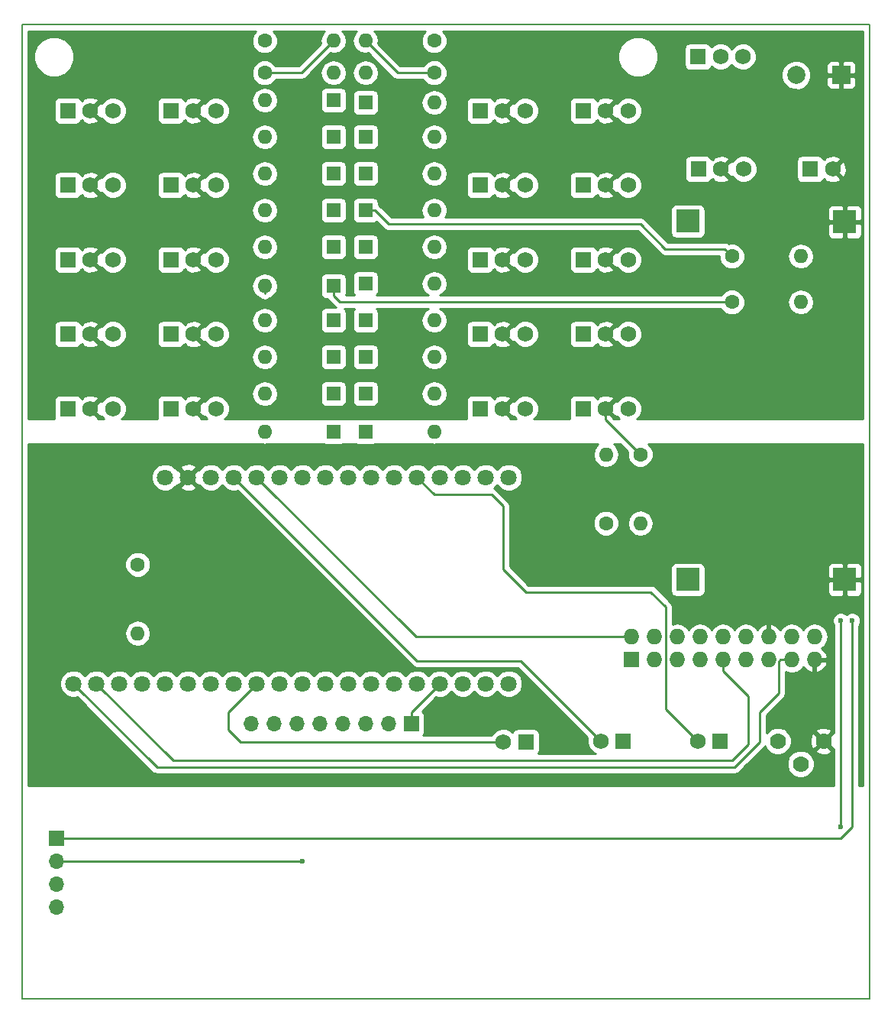
<source format=gbr>
%TF.GenerationSoftware,KiCad,Pcbnew,4.0.7*%
%TF.CreationDate,2018-06-21T01:00:39+02:00*%
%TF.ProjectId,FlyballETS-HW,466C7962616C6C4554532D48572E6B69,rev?*%
%TF.FileFunction,Copper,L1,Top,Signal*%
%FSLAX46Y46*%
G04 Gerber Fmt 4.6, Leading zero omitted, Abs format (unit mm)*
G04 Created by KiCad (PCBNEW 4.0.7) date 06/21/18 01:00:39*
%MOMM*%
%LPD*%
G01*
G04 APERTURE LIST*
%ADD10C,0.150000*%
%ADD11C,1.800000*%
%ADD12R,1.600000X1.600000*%
%ADD13O,1.600000X1.600000*%
%ADD14R,1.750000X1.750000*%
%ADD15C,1.750000*%
%ADD16R,1.700000X1.700000*%
%ADD17O,1.700000X1.700000*%
%ADD18C,1.600000*%
%ADD19C,1.778000*%
%ADD20R,2.540000X2.540000*%
%ADD21R,1.727200X1.727200*%
%ADD22O,1.727200X1.727200*%
%ADD23R,2.000000X2.000000*%
%ADD24C,2.000000*%
%ADD25C,0.600000*%
%ADD26C,0.250000*%
%ADD27C,0.254000*%
G04 APERTURE END LIST*
D10*
X66040000Y-142240000D02*
X66040000Y-133350000D01*
X160020000Y-142240000D02*
X66040000Y-142240000D01*
X160020000Y-133350000D02*
X160020000Y-142240000D01*
X66040000Y-133350000D02*
X66040000Y-34290000D01*
X160020000Y-34290000D02*
X160020000Y-133350000D01*
X66040000Y-34290000D02*
X160020000Y-34290000D01*
D11*
X71755000Y-107315000D03*
X74295000Y-107315000D03*
X76835000Y-107315000D03*
X79375000Y-107315000D03*
X81915000Y-107315000D03*
X84455000Y-107315000D03*
X86995000Y-107315000D03*
X89535000Y-107315000D03*
X92075000Y-107315000D03*
X94615000Y-107315000D03*
X97155000Y-107315000D03*
X99695000Y-107315000D03*
X81915000Y-84455000D03*
X84455000Y-84455000D03*
X86995000Y-84455000D03*
X89535000Y-84455000D03*
X92075000Y-84455000D03*
X94615000Y-84455000D03*
X97155000Y-84455000D03*
X99695000Y-84455000D03*
X102235000Y-84455000D03*
X104775000Y-84455000D03*
X107315000Y-84455000D03*
X109855000Y-84455000D03*
X112395000Y-84455000D03*
X114935000Y-84455000D03*
X117475000Y-84455000D03*
X120015000Y-84455000D03*
X102235000Y-107315000D03*
X104775000Y-107315000D03*
X107315000Y-107315000D03*
X109855000Y-107315000D03*
X112395000Y-107315000D03*
X114935000Y-107315000D03*
X117475000Y-107315000D03*
X120015000Y-107315000D03*
D12*
X100584000Y-42672000D03*
D13*
X92964000Y-42672000D03*
D12*
X100584000Y-50800000D03*
D13*
X92964000Y-50800000D03*
D12*
X100584000Y-58928000D03*
D13*
X92964000Y-58928000D03*
D12*
X100584000Y-67056000D03*
D13*
X92964000Y-67056000D03*
D12*
X100584000Y-75184000D03*
D13*
X92964000Y-75184000D03*
D12*
X100584000Y-46736000D03*
D13*
X92964000Y-46736000D03*
D12*
X100584000Y-54864000D03*
D13*
X92964000Y-54864000D03*
D12*
X100584000Y-63246000D03*
D13*
X92964000Y-63246000D03*
D12*
X100584000Y-71120000D03*
D13*
X92964000Y-71120000D03*
D12*
X100584000Y-79375000D03*
D13*
X92964000Y-79375000D03*
D12*
X104140000Y-42926000D03*
D13*
X111760000Y-42926000D03*
D12*
X104140000Y-50800000D03*
D13*
X111760000Y-50800000D03*
D12*
X104140000Y-58928000D03*
D13*
X111760000Y-58928000D03*
D12*
X104140000Y-67056000D03*
D13*
X111760000Y-67056000D03*
D12*
X104140000Y-75184000D03*
D13*
X111760000Y-75184000D03*
D12*
X104140000Y-46736000D03*
D13*
X111760000Y-46736000D03*
D12*
X104140000Y-54864000D03*
D13*
X111760000Y-54864000D03*
D12*
X104140000Y-62992000D03*
D13*
X111760000Y-62992000D03*
D12*
X104140000Y-71120000D03*
D13*
X111760000Y-71120000D03*
D12*
X104140000Y-79375000D03*
D13*
X111760000Y-79375000D03*
D14*
X71120000Y-43815000D03*
D15*
X73620000Y-43815000D03*
X76120000Y-43815000D03*
D14*
X71120000Y-52070000D03*
D15*
X73620000Y-52070000D03*
X76120000Y-52070000D03*
D14*
X71120000Y-60325000D03*
D15*
X73620000Y-60325000D03*
X76120000Y-60325000D03*
D14*
X71120000Y-68580000D03*
D15*
X73620000Y-68580000D03*
X76120000Y-68580000D03*
D14*
X71120000Y-76835000D03*
D15*
X73620000Y-76835000D03*
X76120000Y-76835000D03*
D14*
X82550000Y-43815000D03*
D15*
X85050000Y-43815000D03*
X87550000Y-43815000D03*
D14*
X82550000Y-52070000D03*
D15*
X85050000Y-52070000D03*
X87550000Y-52070000D03*
D14*
X82550000Y-60325000D03*
D15*
X85050000Y-60325000D03*
X87550000Y-60325000D03*
D14*
X82550000Y-68580000D03*
D15*
X85050000Y-68580000D03*
X87550000Y-68580000D03*
D14*
X82550000Y-76835000D03*
D15*
X85050000Y-76835000D03*
X87550000Y-76835000D03*
D14*
X116840000Y-43815000D03*
D15*
X119340000Y-43815000D03*
X121840000Y-43815000D03*
D14*
X116840000Y-52070000D03*
D15*
X119340000Y-52070000D03*
X121840000Y-52070000D03*
D14*
X116840000Y-60325000D03*
D15*
X119340000Y-60325000D03*
X121840000Y-60325000D03*
D14*
X116840000Y-68580000D03*
D15*
X119340000Y-68580000D03*
X121840000Y-68580000D03*
D14*
X116840000Y-76835000D03*
D15*
X119340000Y-76835000D03*
X121840000Y-76835000D03*
D14*
X128270000Y-43815000D03*
D15*
X130770000Y-43815000D03*
X133270000Y-43815000D03*
D14*
X128270000Y-52070000D03*
D15*
X130770000Y-52070000D03*
X133270000Y-52070000D03*
D14*
X128270000Y-60325000D03*
D15*
X130770000Y-60325000D03*
X133270000Y-60325000D03*
D14*
X128270000Y-68580000D03*
D15*
X130770000Y-68580000D03*
X133270000Y-68580000D03*
D14*
X128270000Y-76835000D03*
D15*
X130770000Y-76835000D03*
X133270000Y-76835000D03*
D14*
X132715000Y-113665000D03*
D15*
X130215000Y-113665000D03*
D14*
X143470000Y-113665000D03*
D15*
X140970000Y-113665000D03*
D14*
X153456000Y-50292000D03*
D15*
X155956000Y-50292000D03*
D14*
X141050000Y-50292000D03*
D15*
X143550000Y-50292000D03*
X146050000Y-50292000D03*
D16*
X109220000Y-111760000D03*
D17*
X106680000Y-111760000D03*
X104140000Y-111760000D03*
X101600000Y-111760000D03*
X99060000Y-111760000D03*
X96520000Y-111760000D03*
X93980000Y-111760000D03*
X91440000Y-111760000D03*
D18*
X92964000Y-36068000D03*
D13*
X100584000Y-36068000D03*
D18*
X92964000Y-39624000D03*
D13*
X100584000Y-39624000D03*
D18*
X111760000Y-39624000D03*
D13*
X104140000Y-39624000D03*
D18*
X111760000Y-36068000D03*
D13*
X104140000Y-36068000D03*
D18*
X130810000Y-89535000D03*
D13*
X130810000Y-81915000D03*
D18*
X134620000Y-81915000D03*
D13*
X134620000Y-89535000D03*
D19*
X154940000Y-113665000D03*
X152400000Y-116205000D03*
X149860000Y-113665000D03*
D20*
X157290000Y-95758000D03*
X139890000Y-95758000D03*
X139890500Y-56070500D03*
X157289500Y-56134000D03*
D14*
X121920000Y-113792000D03*
D15*
X119420000Y-113792000D03*
D21*
X133604000Y-104648000D03*
D22*
X133604000Y-102108000D03*
X136144000Y-104648000D03*
X136144000Y-102108000D03*
X138684000Y-104648000D03*
X138684000Y-102108000D03*
X141224000Y-104648000D03*
X141224000Y-102108000D03*
X143764000Y-104648000D03*
X143764000Y-102108000D03*
X146304000Y-104648000D03*
X146304000Y-102108000D03*
X148844000Y-104648000D03*
X148844000Y-102108000D03*
X151384000Y-104648000D03*
X151384000Y-102108000D03*
X153924000Y-104648000D03*
X153924000Y-102108000D03*
D16*
X69850000Y-124460000D03*
D17*
X69850000Y-127000000D03*
X69850000Y-129540000D03*
X69850000Y-132080000D03*
D14*
X141010000Y-37846000D03*
D15*
X143510000Y-37846000D03*
X146010000Y-37846000D03*
D18*
X144780000Y-65024000D03*
D13*
X152400000Y-65024000D03*
D18*
X144780000Y-59944000D03*
D13*
X152400000Y-59944000D03*
D18*
X78867000Y-94107000D03*
D13*
X78867000Y-101727000D03*
D23*
X156892000Y-39878000D03*
D24*
X151892000Y-39878000D03*
D25*
X158115000Y-100330000D03*
X97155000Y-127000000D03*
X156845000Y-123190000D03*
X156845000Y-100330000D03*
D26*
X144780000Y-65024000D02*
X101312000Y-65024000D01*
X101312000Y-65024000D02*
X100584000Y-64296000D01*
X100584000Y-64296000D02*
X100584000Y-63246000D01*
X144780000Y-59944000D02*
X143980001Y-59144001D01*
X143980001Y-59144001D02*
X137376001Y-59144001D01*
X106714000Y-56388000D02*
X105190000Y-54864000D01*
X137376001Y-59144001D02*
X134620000Y-56388000D01*
X134620000Y-56388000D02*
X106714000Y-56388000D01*
X105190000Y-54864000D02*
X104140000Y-54864000D01*
X141478000Y-50292000D02*
X141050000Y-50292000D01*
X130770000Y-76835000D02*
X130770000Y-78065000D01*
X130770000Y-78065000D02*
X134620000Y-81915000D01*
X89535000Y-84455000D02*
X109855000Y-104775000D01*
X109855000Y-104775000D02*
X121325000Y-104775000D01*
X121325000Y-104775000D02*
X130215000Y-113665000D01*
X109855000Y-84455000D02*
X111760000Y-86360000D01*
X111760000Y-86360000D02*
X118110000Y-86360000D01*
X118110000Y-86360000D02*
X119380000Y-87630000D01*
X119380000Y-87630000D02*
X119380000Y-94615000D01*
X119380000Y-94615000D02*
X121920000Y-97155000D01*
X137414000Y-110109000D02*
X140970000Y-113665000D01*
X121920000Y-97155000D02*
X135763000Y-97155000D01*
X135763000Y-97155000D02*
X137414000Y-98806000D01*
X137414000Y-98806000D02*
X137414000Y-110109000D01*
X100584000Y-36068000D02*
X97028000Y-39624000D01*
X97028000Y-39624000D02*
X92964000Y-39624000D01*
X105410000Y-84455000D02*
X104775000Y-84455000D01*
X107696000Y-39624000D02*
X111760000Y-39624000D01*
X104140000Y-36068000D02*
X107696000Y-39624000D01*
X107315000Y-83947000D02*
X107315000Y-84455000D01*
X92075000Y-107315000D02*
X88900000Y-110490000D01*
X88900000Y-110490000D02*
X88900000Y-112395000D01*
X88900000Y-112395000D02*
X90297000Y-113792000D01*
X90297000Y-113792000D02*
X119420000Y-113792000D01*
X133604000Y-104648000D02*
X133604000Y-104140000D01*
X133604000Y-102108000D02*
X109728000Y-102108000D01*
X109728000Y-102108000D02*
X92075000Y-84455000D01*
X144780000Y-115824000D02*
X82804000Y-115824000D01*
X82804000Y-115824000D02*
X74295000Y-107315000D01*
X146558000Y-114046000D02*
X144780000Y-115824000D01*
X146558000Y-108663314D02*
X146558000Y-114046000D01*
X143764000Y-104648000D02*
X143764000Y-105869314D01*
X143764000Y-105869314D02*
X146558000Y-108663314D01*
X151384000Y-104648000D02*
X150162686Y-104648000D01*
X150162686Y-104648000D02*
X149932601Y-104878085D01*
X147828000Y-110490000D02*
X147828000Y-113792000D01*
X149932601Y-104878085D02*
X149932601Y-108385399D01*
X149932601Y-108385399D02*
X147828000Y-110490000D01*
X147828000Y-113792000D02*
X145034000Y-116586000D01*
X145034000Y-116586000D02*
X81026000Y-116586000D01*
X81026000Y-116586000D02*
X71755000Y-107315000D01*
X89409356Y-107315000D02*
X89535000Y-107315000D01*
X112395000Y-107315000D02*
X109220000Y-110490000D01*
X109220000Y-110490000D02*
X109220000Y-111760000D01*
X158115000Y-123190000D02*
X156845000Y-124460000D01*
X158115000Y-100330000D02*
X158115000Y-123190000D01*
X156845000Y-124460000D02*
X69850000Y-124460000D01*
X97155000Y-127000000D02*
X69850000Y-127000000D01*
X156845000Y-100330000D02*
X156845000Y-123190000D01*
X92964000Y-64042000D02*
X92964000Y-62992000D01*
D27*
G36*
X91748176Y-35254077D02*
X91529250Y-35781309D01*
X91528752Y-36352187D01*
X91746757Y-36879800D01*
X92150077Y-37283824D01*
X92677309Y-37502750D01*
X93248187Y-37503248D01*
X93775800Y-37285243D01*
X94179824Y-36881923D01*
X94398750Y-36354691D01*
X94399248Y-35783813D01*
X94181243Y-35256200D01*
X93925489Y-35000000D01*
X99620961Y-35000000D01*
X99541189Y-35053302D01*
X99230120Y-35518849D01*
X99120887Y-36068000D01*
X99185312Y-36391886D01*
X96713198Y-38864000D01*
X94202646Y-38864000D01*
X94181243Y-38812200D01*
X93777923Y-38408176D01*
X93250691Y-38189250D01*
X92679813Y-38188752D01*
X92152200Y-38406757D01*
X91748176Y-38810077D01*
X91529250Y-39337309D01*
X91528752Y-39908187D01*
X91746757Y-40435800D01*
X92150077Y-40839824D01*
X92677309Y-41058750D01*
X93248187Y-41059248D01*
X93775800Y-40841243D01*
X94179824Y-40437923D01*
X94202215Y-40384000D01*
X97028000Y-40384000D01*
X97318839Y-40326148D01*
X97565401Y-40161401D01*
X98102802Y-39624000D01*
X99120887Y-39624000D01*
X99230120Y-40173151D01*
X99541189Y-40638698D01*
X100006736Y-40949767D01*
X100555887Y-41059000D01*
X100612113Y-41059000D01*
X101161264Y-40949767D01*
X101626811Y-40638698D01*
X101937880Y-40173151D01*
X102047113Y-39624000D01*
X102676887Y-39624000D01*
X102786120Y-40173151D01*
X103097189Y-40638698D01*
X103562736Y-40949767D01*
X104111887Y-41059000D01*
X104168113Y-41059000D01*
X104717264Y-40949767D01*
X105182811Y-40638698D01*
X105493880Y-40173151D01*
X105603113Y-39624000D01*
X105493880Y-39074849D01*
X105182811Y-38609302D01*
X104717264Y-38298233D01*
X104168113Y-38189000D01*
X104111887Y-38189000D01*
X103562736Y-38298233D01*
X103097189Y-38609302D01*
X102786120Y-39074849D01*
X102676887Y-39624000D01*
X102047113Y-39624000D01*
X101937880Y-39074849D01*
X101626811Y-38609302D01*
X101161264Y-38298233D01*
X100612113Y-38189000D01*
X100555887Y-38189000D01*
X100006736Y-38298233D01*
X99541189Y-38609302D01*
X99230120Y-39074849D01*
X99120887Y-39624000D01*
X98102802Y-39624000D01*
X100278898Y-37447904D01*
X100555887Y-37503000D01*
X100612113Y-37503000D01*
X101161264Y-37393767D01*
X101626811Y-37082698D01*
X101937880Y-36617151D01*
X102047113Y-36068000D01*
X101937880Y-35518849D01*
X101626811Y-35053302D01*
X101547039Y-35000000D01*
X103176961Y-35000000D01*
X103097189Y-35053302D01*
X102786120Y-35518849D01*
X102676887Y-36068000D01*
X102786120Y-36617151D01*
X103097189Y-37082698D01*
X103562736Y-37393767D01*
X104111887Y-37503000D01*
X104168113Y-37503000D01*
X104445102Y-37447904D01*
X107158599Y-40161401D01*
X107405160Y-40326148D01*
X107453414Y-40335746D01*
X107696000Y-40384000D01*
X110521354Y-40384000D01*
X110542757Y-40435800D01*
X110946077Y-40839824D01*
X111473309Y-41058750D01*
X112044187Y-41059248D01*
X112571800Y-40841243D01*
X112975824Y-40437923D01*
X113073872Y-40201795D01*
X150256716Y-40201795D01*
X150505106Y-40802943D01*
X150964637Y-41263278D01*
X151565352Y-41512716D01*
X152215795Y-41513284D01*
X152816943Y-41264894D01*
X153277278Y-40805363D01*
X153526716Y-40204648D01*
X153526751Y-40163750D01*
X155257000Y-40163750D01*
X155257000Y-41004310D01*
X155353673Y-41237699D01*
X155532302Y-41416327D01*
X155765691Y-41513000D01*
X156606250Y-41513000D01*
X156765000Y-41354250D01*
X156765000Y-40005000D01*
X157019000Y-40005000D01*
X157019000Y-41354250D01*
X157177750Y-41513000D01*
X158018309Y-41513000D01*
X158251698Y-41416327D01*
X158430327Y-41237699D01*
X158527000Y-41004310D01*
X158527000Y-40163750D01*
X158368250Y-40005000D01*
X157019000Y-40005000D01*
X156765000Y-40005000D01*
X155415750Y-40005000D01*
X155257000Y-40163750D01*
X153526751Y-40163750D01*
X153527284Y-39554205D01*
X153278894Y-38953057D01*
X153077879Y-38751690D01*
X155257000Y-38751690D01*
X155257000Y-39592250D01*
X155415750Y-39751000D01*
X156765000Y-39751000D01*
X156765000Y-38401750D01*
X157019000Y-38401750D01*
X157019000Y-39751000D01*
X158368250Y-39751000D01*
X158527000Y-39592250D01*
X158527000Y-38751690D01*
X158430327Y-38518301D01*
X158251698Y-38339673D01*
X158018309Y-38243000D01*
X157177750Y-38243000D01*
X157019000Y-38401750D01*
X156765000Y-38401750D01*
X156606250Y-38243000D01*
X155765691Y-38243000D01*
X155532302Y-38339673D01*
X155353673Y-38518301D01*
X155257000Y-38751690D01*
X153077879Y-38751690D01*
X152819363Y-38492722D01*
X152218648Y-38243284D01*
X151568205Y-38242716D01*
X150967057Y-38491106D01*
X150506722Y-38950637D01*
X150257284Y-39551352D01*
X150256716Y-40201795D01*
X113073872Y-40201795D01*
X113194750Y-39910691D01*
X113195248Y-39339813D01*
X112977243Y-38812200D01*
X112573923Y-38408176D01*
X112285998Y-38288619D01*
X132130613Y-38288619D01*
X132470155Y-39110372D01*
X133098321Y-39739636D01*
X133919481Y-40080611D01*
X134808619Y-40081387D01*
X135630372Y-39741845D01*
X136259636Y-39113679D01*
X136600611Y-38292519D01*
X136601387Y-37403381D01*
X136422731Y-36971000D01*
X139487560Y-36971000D01*
X139487560Y-38721000D01*
X139531838Y-38956317D01*
X139670910Y-39172441D01*
X139883110Y-39317431D01*
X140135000Y-39368440D01*
X141885000Y-39368440D01*
X142120317Y-39324162D01*
X142336441Y-39185090D01*
X142481431Y-38972890D01*
X142484786Y-38956324D01*
X142653537Y-39125370D01*
X143208325Y-39355738D01*
X143809040Y-39356262D01*
X144364229Y-39126862D01*
X144760318Y-38731464D01*
X145153537Y-39125370D01*
X145708325Y-39355738D01*
X146309040Y-39356262D01*
X146864229Y-39126862D01*
X147289370Y-38702463D01*
X147519738Y-38147675D01*
X147520262Y-37546960D01*
X147290862Y-36991771D01*
X146866463Y-36566630D01*
X146311675Y-36336262D01*
X145710960Y-36335738D01*
X145155771Y-36565138D01*
X144759682Y-36960536D01*
X144366463Y-36566630D01*
X143811675Y-36336262D01*
X143210960Y-36335738D01*
X142655771Y-36565138D01*
X142486897Y-36733717D01*
X142349090Y-36519559D01*
X142136890Y-36374569D01*
X141885000Y-36323560D01*
X140135000Y-36323560D01*
X139899683Y-36367838D01*
X139683559Y-36506910D01*
X139538569Y-36719110D01*
X139487560Y-36971000D01*
X136422731Y-36971000D01*
X136261845Y-36581628D01*
X135633679Y-35952364D01*
X134812519Y-35611389D01*
X133923381Y-35610613D01*
X133101628Y-35950155D01*
X132472364Y-36578321D01*
X132131389Y-37399481D01*
X132130613Y-38288619D01*
X112285998Y-38288619D01*
X112046691Y-38189250D01*
X111475813Y-38188752D01*
X110948200Y-38406757D01*
X110544176Y-38810077D01*
X110521785Y-38864000D01*
X108010802Y-38864000D01*
X105538688Y-36391886D01*
X105603113Y-36068000D01*
X105493880Y-35518849D01*
X105182811Y-35053302D01*
X105103039Y-35000000D01*
X110798696Y-35000000D01*
X110544176Y-35254077D01*
X110325250Y-35781309D01*
X110324752Y-36352187D01*
X110542757Y-36879800D01*
X110946077Y-37283824D01*
X111473309Y-37502750D01*
X112044187Y-37503248D01*
X112571800Y-37285243D01*
X112975824Y-36881923D01*
X113194750Y-36354691D01*
X113195248Y-35783813D01*
X112977243Y-35256200D01*
X112721489Y-35000000D01*
X159310000Y-35000000D01*
X159310000Y-77978000D01*
X134262332Y-77978000D01*
X134549370Y-77691463D01*
X134779738Y-77136675D01*
X134780262Y-76535960D01*
X134550862Y-75980771D01*
X134126463Y-75555630D01*
X133571675Y-75325262D01*
X132970960Y-75324738D01*
X132415771Y-75554138D01*
X131990630Y-75978537D01*
X131981108Y-76001469D01*
X131832060Y-75952545D01*
X130949605Y-76835000D01*
X131832060Y-77717455D01*
X131980648Y-77668682D01*
X131989138Y-77689229D01*
X132277405Y-77978000D01*
X131625887Y-77978000D01*
X131652455Y-77897060D01*
X130770000Y-77014605D01*
X130755858Y-77028748D01*
X130576253Y-76849143D01*
X130590395Y-76835000D01*
X130576253Y-76820858D01*
X130755858Y-76641253D01*
X130770000Y-76655395D01*
X131652455Y-75772940D01*
X131569116Y-75519047D01*
X131004694Y-75313410D01*
X130404542Y-75339421D01*
X129970884Y-75519047D01*
X129887546Y-75772938D01*
X129772914Y-75658306D01*
X129731864Y-75699356D01*
X129609090Y-75508559D01*
X129396890Y-75363569D01*
X129145000Y-75312560D01*
X127395000Y-75312560D01*
X127159683Y-75356838D01*
X126943559Y-75495910D01*
X126798569Y-75708110D01*
X126747560Y-75960000D01*
X126747560Y-77710000D01*
X126791838Y-77945317D01*
X126812869Y-77978000D01*
X122832332Y-77978000D01*
X123119370Y-77691463D01*
X123349738Y-77136675D01*
X123350262Y-76535960D01*
X123120862Y-75980771D01*
X122696463Y-75555630D01*
X122141675Y-75325262D01*
X121540960Y-75324738D01*
X120985771Y-75554138D01*
X120560630Y-75978537D01*
X120551108Y-76001469D01*
X120402060Y-75952545D01*
X119519605Y-76835000D01*
X120402060Y-77717455D01*
X120550648Y-77668682D01*
X120559138Y-77689229D01*
X120847405Y-77978000D01*
X120195887Y-77978000D01*
X120222455Y-77897060D01*
X119340000Y-77014605D01*
X119325858Y-77028748D01*
X119146253Y-76849143D01*
X119160395Y-76835000D01*
X119146253Y-76820858D01*
X119325858Y-76641253D01*
X119340000Y-76655395D01*
X120222455Y-75772940D01*
X120139116Y-75519047D01*
X119574694Y-75313410D01*
X118974542Y-75339421D01*
X118540884Y-75519047D01*
X118457546Y-75772938D01*
X118342914Y-75658306D01*
X118301864Y-75699356D01*
X118179090Y-75508559D01*
X117966890Y-75363569D01*
X117715000Y-75312560D01*
X115965000Y-75312560D01*
X115729683Y-75356838D01*
X115513559Y-75495910D01*
X115368569Y-75708110D01*
X115317560Y-75960000D01*
X115317560Y-77710000D01*
X115361838Y-77945317D01*
X115382869Y-77978000D01*
X111979152Y-77978000D01*
X111788113Y-77940000D01*
X111731887Y-77940000D01*
X111540848Y-77978000D01*
X105189080Y-77978000D01*
X104940000Y-77927560D01*
X103340000Y-77927560D01*
X103104683Y-77971838D01*
X103095107Y-77978000D01*
X101633080Y-77978000D01*
X101384000Y-77927560D01*
X99784000Y-77927560D01*
X99548683Y-77971838D01*
X99539107Y-77978000D01*
X93183152Y-77978000D01*
X92992113Y-77940000D01*
X92935887Y-77940000D01*
X92744848Y-77978000D01*
X88542332Y-77978000D01*
X88829370Y-77691463D01*
X89059738Y-77136675D01*
X89060262Y-76535960D01*
X88830862Y-75980771D01*
X88406463Y-75555630D01*
X87851675Y-75325262D01*
X87250960Y-75324738D01*
X86695771Y-75554138D01*
X86270630Y-75978537D01*
X86261108Y-76001469D01*
X86112060Y-75952545D01*
X85229605Y-76835000D01*
X86112060Y-77717455D01*
X86260648Y-77668682D01*
X86269138Y-77689229D01*
X86557405Y-77978000D01*
X85905887Y-77978000D01*
X85932455Y-77897060D01*
X85050000Y-77014605D01*
X85035858Y-77028748D01*
X84856253Y-76849143D01*
X84870395Y-76835000D01*
X84856253Y-76820858D01*
X85035858Y-76641253D01*
X85050000Y-76655395D01*
X85932455Y-75772940D01*
X85849116Y-75519047D01*
X85284694Y-75313410D01*
X84684542Y-75339421D01*
X84250884Y-75519047D01*
X84167546Y-75772938D01*
X84052914Y-75658306D01*
X84011864Y-75699356D01*
X83889090Y-75508559D01*
X83676890Y-75363569D01*
X83425000Y-75312560D01*
X81675000Y-75312560D01*
X81439683Y-75356838D01*
X81223559Y-75495910D01*
X81078569Y-75708110D01*
X81027560Y-75960000D01*
X81027560Y-77710000D01*
X81071838Y-77945317D01*
X81092869Y-77978000D01*
X77112332Y-77978000D01*
X77399370Y-77691463D01*
X77629738Y-77136675D01*
X77630262Y-76535960D01*
X77400862Y-75980771D01*
X76976463Y-75555630D01*
X76421675Y-75325262D01*
X75820960Y-75324738D01*
X75265771Y-75554138D01*
X74840630Y-75978537D01*
X74831108Y-76001469D01*
X74682060Y-75952545D01*
X73799605Y-76835000D01*
X74682060Y-77717455D01*
X74830648Y-77668682D01*
X74839138Y-77689229D01*
X75127405Y-77978000D01*
X74475887Y-77978000D01*
X74502455Y-77897060D01*
X73620000Y-77014605D01*
X73605858Y-77028748D01*
X73426253Y-76849143D01*
X73440395Y-76835000D01*
X73426253Y-76820858D01*
X73605858Y-76641253D01*
X73620000Y-76655395D01*
X74502455Y-75772940D01*
X74419116Y-75519047D01*
X73854694Y-75313410D01*
X73254542Y-75339421D01*
X72820884Y-75519047D01*
X72737546Y-75772938D01*
X72622914Y-75658306D01*
X72581864Y-75699356D01*
X72459090Y-75508559D01*
X72246890Y-75363569D01*
X71995000Y-75312560D01*
X70245000Y-75312560D01*
X70009683Y-75356838D01*
X69793559Y-75495910D01*
X69648569Y-75708110D01*
X69597560Y-75960000D01*
X69597560Y-77710000D01*
X69641838Y-77945317D01*
X69662869Y-77978000D01*
X66750000Y-77978000D01*
X66750000Y-75184000D01*
X91500887Y-75184000D01*
X91610120Y-75733151D01*
X91921189Y-76198698D01*
X92386736Y-76509767D01*
X92935887Y-76619000D01*
X92992113Y-76619000D01*
X93541264Y-76509767D01*
X94006811Y-76198698D01*
X94317880Y-75733151D01*
X94427113Y-75184000D01*
X94317880Y-74634849D01*
X94150268Y-74384000D01*
X99136560Y-74384000D01*
X99136560Y-75984000D01*
X99180838Y-76219317D01*
X99319910Y-76435441D01*
X99532110Y-76580431D01*
X99784000Y-76631440D01*
X101384000Y-76631440D01*
X101619317Y-76587162D01*
X101835441Y-76448090D01*
X101980431Y-76235890D01*
X102031440Y-75984000D01*
X102031440Y-74384000D01*
X102692560Y-74384000D01*
X102692560Y-75984000D01*
X102736838Y-76219317D01*
X102875910Y-76435441D01*
X103088110Y-76580431D01*
X103340000Y-76631440D01*
X104940000Y-76631440D01*
X105175317Y-76587162D01*
X105391441Y-76448090D01*
X105536431Y-76235890D01*
X105587440Y-75984000D01*
X105587440Y-75184000D01*
X110296887Y-75184000D01*
X110406120Y-75733151D01*
X110717189Y-76198698D01*
X111182736Y-76509767D01*
X111731887Y-76619000D01*
X111788113Y-76619000D01*
X112337264Y-76509767D01*
X112802811Y-76198698D01*
X113113880Y-75733151D01*
X113223113Y-75184000D01*
X113113880Y-74634849D01*
X112802811Y-74169302D01*
X112337264Y-73858233D01*
X111788113Y-73749000D01*
X111731887Y-73749000D01*
X111182736Y-73858233D01*
X110717189Y-74169302D01*
X110406120Y-74634849D01*
X110296887Y-75184000D01*
X105587440Y-75184000D01*
X105587440Y-74384000D01*
X105543162Y-74148683D01*
X105404090Y-73932559D01*
X105191890Y-73787569D01*
X104940000Y-73736560D01*
X103340000Y-73736560D01*
X103104683Y-73780838D01*
X102888559Y-73919910D01*
X102743569Y-74132110D01*
X102692560Y-74384000D01*
X102031440Y-74384000D01*
X101987162Y-74148683D01*
X101848090Y-73932559D01*
X101635890Y-73787569D01*
X101384000Y-73736560D01*
X99784000Y-73736560D01*
X99548683Y-73780838D01*
X99332559Y-73919910D01*
X99187569Y-74132110D01*
X99136560Y-74384000D01*
X94150268Y-74384000D01*
X94006811Y-74169302D01*
X93541264Y-73858233D01*
X92992113Y-73749000D01*
X92935887Y-73749000D01*
X92386736Y-73858233D01*
X91921189Y-74169302D01*
X91610120Y-74634849D01*
X91500887Y-75184000D01*
X66750000Y-75184000D01*
X66750000Y-71120000D01*
X91500887Y-71120000D01*
X91610120Y-71669151D01*
X91921189Y-72134698D01*
X92386736Y-72445767D01*
X92935887Y-72555000D01*
X92992113Y-72555000D01*
X93541264Y-72445767D01*
X94006811Y-72134698D01*
X94317880Y-71669151D01*
X94427113Y-71120000D01*
X94317880Y-70570849D01*
X94150268Y-70320000D01*
X99136560Y-70320000D01*
X99136560Y-71920000D01*
X99180838Y-72155317D01*
X99319910Y-72371441D01*
X99532110Y-72516431D01*
X99784000Y-72567440D01*
X101384000Y-72567440D01*
X101619317Y-72523162D01*
X101835441Y-72384090D01*
X101980431Y-72171890D01*
X102031440Y-71920000D01*
X102031440Y-70320000D01*
X102692560Y-70320000D01*
X102692560Y-71920000D01*
X102736838Y-72155317D01*
X102875910Y-72371441D01*
X103088110Y-72516431D01*
X103340000Y-72567440D01*
X104940000Y-72567440D01*
X105175317Y-72523162D01*
X105391441Y-72384090D01*
X105536431Y-72171890D01*
X105587440Y-71920000D01*
X105587440Y-71120000D01*
X110296887Y-71120000D01*
X110406120Y-71669151D01*
X110717189Y-72134698D01*
X111182736Y-72445767D01*
X111731887Y-72555000D01*
X111788113Y-72555000D01*
X112337264Y-72445767D01*
X112802811Y-72134698D01*
X113113880Y-71669151D01*
X113223113Y-71120000D01*
X113113880Y-70570849D01*
X112802811Y-70105302D01*
X112337264Y-69794233D01*
X111788113Y-69685000D01*
X111731887Y-69685000D01*
X111182736Y-69794233D01*
X110717189Y-70105302D01*
X110406120Y-70570849D01*
X110296887Y-71120000D01*
X105587440Y-71120000D01*
X105587440Y-70320000D01*
X105543162Y-70084683D01*
X105404090Y-69868559D01*
X105191890Y-69723569D01*
X104940000Y-69672560D01*
X103340000Y-69672560D01*
X103104683Y-69716838D01*
X102888559Y-69855910D01*
X102743569Y-70068110D01*
X102692560Y-70320000D01*
X102031440Y-70320000D01*
X101987162Y-70084683D01*
X101848090Y-69868559D01*
X101635890Y-69723569D01*
X101384000Y-69672560D01*
X99784000Y-69672560D01*
X99548683Y-69716838D01*
X99332559Y-69855910D01*
X99187569Y-70068110D01*
X99136560Y-70320000D01*
X94150268Y-70320000D01*
X94006811Y-70105302D01*
X93541264Y-69794233D01*
X92992113Y-69685000D01*
X92935887Y-69685000D01*
X92386736Y-69794233D01*
X91921189Y-70105302D01*
X91610120Y-70570849D01*
X91500887Y-71120000D01*
X66750000Y-71120000D01*
X66750000Y-67705000D01*
X69597560Y-67705000D01*
X69597560Y-69455000D01*
X69641838Y-69690317D01*
X69780910Y-69906441D01*
X69993110Y-70051431D01*
X70245000Y-70102440D01*
X71995000Y-70102440D01*
X72230317Y-70058162D01*
X72446441Y-69919090D01*
X72583994Y-69717774D01*
X72622914Y-69756694D01*
X72737546Y-69642062D01*
X72820884Y-69895953D01*
X73385306Y-70101590D01*
X73985458Y-70075579D01*
X74419116Y-69895953D01*
X74502455Y-69642060D01*
X73620000Y-68759605D01*
X73605858Y-68773748D01*
X73426253Y-68594143D01*
X73440395Y-68580000D01*
X73799605Y-68580000D01*
X74682060Y-69462455D01*
X74830648Y-69413682D01*
X74839138Y-69434229D01*
X75263537Y-69859370D01*
X75818325Y-70089738D01*
X76419040Y-70090262D01*
X76974229Y-69860862D01*
X77399370Y-69436463D01*
X77629738Y-68881675D01*
X77630262Y-68280960D01*
X77400862Y-67725771D01*
X77380128Y-67705000D01*
X81027560Y-67705000D01*
X81027560Y-69455000D01*
X81071838Y-69690317D01*
X81210910Y-69906441D01*
X81423110Y-70051431D01*
X81675000Y-70102440D01*
X83425000Y-70102440D01*
X83660317Y-70058162D01*
X83876441Y-69919090D01*
X84013994Y-69717774D01*
X84052914Y-69756694D01*
X84167546Y-69642062D01*
X84250884Y-69895953D01*
X84815306Y-70101590D01*
X85415458Y-70075579D01*
X85849116Y-69895953D01*
X85932455Y-69642060D01*
X85050000Y-68759605D01*
X85035858Y-68773748D01*
X84856253Y-68594143D01*
X84870395Y-68580000D01*
X85229605Y-68580000D01*
X86112060Y-69462455D01*
X86260648Y-69413682D01*
X86269138Y-69434229D01*
X86693537Y-69859370D01*
X87248325Y-70089738D01*
X87849040Y-70090262D01*
X88404229Y-69860862D01*
X88829370Y-69436463D01*
X89059738Y-68881675D01*
X89060262Y-68280960D01*
X88830862Y-67725771D01*
X88406463Y-67300630D01*
X87851675Y-67070262D01*
X87250960Y-67069738D01*
X86695771Y-67299138D01*
X86270630Y-67723537D01*
X86261108Y-67746469D01*
X86112060Y-67697545D01*
X85229605Y-68580000D01*
X84870395Y-68580000D01*
X84856253Y-68565858D01*
X85035858Y-68386253D01*
X85050000Y-68400395D01*
X85932455Y-67517940D01*
X85849116Y-67264047D01*
X85284694Y-67058410D01*
X84684542Y-67084421D01*
X84250884Y-67264047D01*
X84167546Y-67517938D01*
X84052914Y-67403306D01*
X84011864Y-67444356D01*
X83889090Y-67253559D01*
X83676890Y-67108569D01*
X83425000Y-67057560D01*
X81675000Y-67057560D01*
X81439683Y-67101838D01*
X81223559Y-67240910D01*
X81078569Y-67453110D01*
X81027560Y-67705000D01*
X77380128Y-67705000D01*
X76976463Y-67300630D01*
X76421675Y-67070262D01*
X75820960Y-67069738D01*
X75265771Y-67299138D01*
X74840630Y-67723537D01*
X74831108Y-67746469D01*
X74682060Y-67697545D01*
X73799605Y-68580000D01*
X73440395Y-68580000D01*
X73426253Y-68565858D01*
X73605858Y-68386253D01*
X73620000Y-68400395D01*
X74502455Y-67517940D01*
X74419116Y-67264047D01*
X73854694Y-67058410D01*
X73254542Y-67084421D01*
X72820884Y-67264047D01*
X72737546Y-67517938D01*
X72622914Y-67403306D01*
X72581864Y-67444356D01*
X72459090Y-67253559D01*
X72246890Y-67108569D01*
X71995000Y-67057560D01*
X70245000Y-67057560D01*
X70009683Y-67101838D01*
X69793559Y-67240910D01*
X69648569Y-67453110D01*
X69597560Y-67705000D01*
X66750000Y-67705000D01*
X66750000Y-67056000D01*
X91500887Y-67056000D01*
X91610120Y-67605151D01*
X91921189Y-68070698D01*
X92386736Y-68381767D01*
X92935887Y-68491000D01*
X92992113Y-68491000D01*
X93541264Y-68381767D01*
X94006811Y-68070698D01*
X94317880Y-67605151D01*
X94427113Y-67056000D01*
X94317880Y-66506849D01*
X94006811Y-66041302D01*
X93541264Y-65730233D01*
X92992113Y-65621000D01*
X92935887Y-65621000D01*
X92386736Y-65730233D01*
X91921189Y-66041302D01*
X91610120Y-66506849D01*
X91500887Y-67056000D01*
X66750000Y-67056000D01*
X66750000Y-63246000D01*
X91500887Y-63246000D01*
X91610120Y-63795151D01*
X91921189Y-64260698D01*
X92386736Y-64571767D01*
X92427228Y-64579821D01*
X92673161Y-64744148D01*
X92964000Y-64802000D01*
X93254839Y-64744148D01*
X93500772Y-64579821D01*
X93541264Y-64571767D01*
X94006811Y-64260698D01*
X94317880Y-63795151D01*
X94427113Y-63246000D01*
X94317880Y-62696849D01*
X94150268Y-62446000D01*
X99136560Y-62446000D01*
X99136560Y-64046000D01*
X99180838Y-64281317D01*
X99319910Y-64497441D01*
X99532110Y-64642431D01*
X99784000Y-64693440D01*
X99953080Y-64693440D01*
X100046599Y-64833401D01*
X100774599Y-65561401D01*
X100845177Y-65608560D01*
X99784000Y-65608560D01*
X99548683Y-65652838D01*
X99332559Y-65791910D01*
X99187569Y-66004110D01*
X99136560Y-66256000D01*
X99136560Y-67856000D01*
X99180838Y-68091317D01*
X99319910Y-68307441D01*
X99532110Y-68452431D01*
X99784000Y-68503440D01*
X101384000Y-68503440D01*
X101619317Y-68459162D01*
X101835441Y-68320090D01*
X101980431Y-68107890D01*
X102031440Y-67856000D01*
X102031440Y-66256000D01*
X101987162Y-66020683D01*
X101848090Y-65804559D01*
X101818001Y-65784000D01*
X102900851Y-65784000D01*
X102888559Y-65791910D01*
X102743569Y-66004110D01*
X102692560Y-66256000D01*
X102692560Y-67856000D01*
X102736838Y-68091317D01*
X102875910Y-68307441D01*
X103088110Y-68452431D01*
X103340000Y-68503440D01*
X104940000Y-68503440D01*
X105175317Y-68459162D01*
X105391441Y-68320090D01*
X105536431Y-68107890D01*
X105587440Y-67856000D01*
X105587440Y-66256000D01*
X105543162Y-66020683D01*
X105404090Y-65804559D01*
X105374001Y-65784000D01*
X111102268Y-65784000D01*
X110717189Y-66041302D01*
X110406120Y-66506849D01*
X110296887Y-67056000D01*
X110406120Y-67605151D01*
X110717189Y-68070698D01*
X111182736Y-68381767D01*
X111731887Y-68491000D01*
X111788113Y-68491000D01*
X112337264Y-68381767D01*
X112802811Y-68070698D01*
X113047162Y-67705000D01*
X115317560Y-67705000D01*
X115317560Y-69455000D01*
X115361838Y-69690317D01*
X115500910Y-69906441D01*
X115713110Y-70051431D01*
X115965000Y-70102440D01*
X117715000Y-70102440D01*
X117950317Y-70058162D01*
X118166441Y-69919090D01*
X118303994Y-69717774D01*
X118342914Y-69756694D01*
X118457546Y-69642062D01*
X118540884Y-69895953D01*
X119105306Y-70101590D01*
X119705458Y-70075579D01*
X120139116Y-69895953D01*
X120222455Y-69642060D01*
X119340000Y-68759605D01*
X119325858Y-68773748D01*
X119146253Y-68594143D01*
X119160395Y-68580000D01*
X119519605Y-68580000D01*
X120402060Y-69462455D01*
X120550648Y-69413682D01*
X120559138Y-69434229D01*
X120983537Y-69859370D01*
X121538325Y-70089738D01*
X122139040Y-70090262D01*
X122694229Y-69860862D01*
X123119370Y-69436463D01*
X123349738Y-68881675D01*
X123350262Y-68280960D01*
X123120862Y-67725771D01*
X123100128Y-67705000D01*
X126747560Y-67705000D01*
X126747560Y-69455000D01*
X126791838Y-69690317D01*
X126930910Y-69906441D01*
X127143110Y-70051431D01*
X127395000Y-70102440D01*
X129145000Y-70102440D01*
X129380317Y-70058162D01*
X129596441Y-69919090D01*
X129733994Y-69717774D01*
X129772914Y-69756694D01*
X129887546Y-69642062D01*
X129970884Y-69895953D01*
X130535306Y-70101590D01*
X131135458Y-70075579D01*
X131569116Y-69895953D01*
X131652455Y-69642060D01*
X130770000Y-68759605D01*
X130755858Y-68773748D01*
X130576253Y-68594143D01*
X130590395Y-68580000D01*
X130949605Y-68580000D01*
X131832060Y-69462455D01*
X131980648Y-69413682D01*
X131989138Y-69434229D01*
X132413537Y-69859370D01*
X132968325Y-70089738D01*
X133569040Y-70090262D01*
X134124229Y-69860862D01*
X134549370Y-69436463D01*
X134779738Y-68881675D01*
X134780262Y-68280960D01*
X134550862Y-67725771D01*
X134126463Y-67300630D01*
X133571675Y-67070262D01*
X132970960Y-67069738D01*
X132415771Y-67299138D01*
X131990630Y-67723537D01*
X131981108Y-67746469D01*
X131832060Y-67697545D01*
X130949605Y-68580000D01*
X130590395Y-68580000D01*
X130576253Y-68565858D01*
X130755858Y-68386253D01*
X130770000Y-68400395D01*
X131652455Y-67517940D01*
X131569116Y-67264047D01*
X131004694Y-67058410D01*
X130404542Y-67084421D01*
X129970884Y-67264047D01*
X129887546Y-67517938D01*
X129772914Y-67403306D01*
X129731864Y-67444356D01*
X129609090Y-67253559D01*
X129396890Y-67108569D01*
X129145000Y-67057560D01*
X127395000Y-67057560D01*
X127159683Y-67101838D01*
X126943559Y-67240910D01*
X126798569Y-67453110D01*
X126747560Y-67705000D01*
X123100128Y-67705000D01*
X122696463Y-67300630D01*
X122141675Y-67070262D01*
X121540960Y-67069738D01*
X120985771Y-67299138D01*
X120560630Y-67723537D01*
X120551108Y-67746469D01*
X120402060Y-67697545D01*
X119519605Y-68580000D01*
X119160395Y-68580000D01*
X119146253Y-68565858D01*
X119325858Y-68386253D01*
X119340000Y-68400395D01*
X120222455Y-67517940D01*
X120139116Y-67264047D01*
X119574694Y-67058410D01*
X118974542Y-67084421D01*
X118540884Y-67264047D01*
X118457546Y-67517938D01*
X118342914Y-67403306D01*
X118301864Y-67444356D01*
X118179090Y-67253559D01*
X117966890Y-67108569D01*
X117715000Y-67057560D01*
X115965000Y-67057560D01*
X115729683Y-67101838D01*
X115513559Y-67240910D01*
X115368569Y-67453110D01*
X115317560Y-67705000D01*
X113047162Y-67705000D01*
X113113880Y-67605151D01*
X113223113Y-67056000D01*
X113113880Y-66506849D01*
X112802811Y-66041302D01*
X112417732Y-65784000D01*
X143541354Y-65784000D01*
X143562757Y-65835800D01*
X143966077Y-66239824D01*
X144493309Y-66458750D01*
X145064187Y-66459248D01*
X145591800Y-66241243D01*
X145995824Y-65837923D01*
X146214750Y-65310691D01*
X146215000Y-65024000D01*
X150936887Y-65024000D01*
X151046120Y-65573151D01*
X151357189Y-66038698D01*
X151822736Y-66349767D01*
X152371887Y-66459000D01*
X152428113Y-66459000D01*
X152977264Y-66349767D01*
X153442811Y-66038698D01*
X153753880Y-65573151D01*
X153863113Y-65024000D01*
X153753880Y-64474849D01*
X153442811Y-64009302D01*
X152977264Y-63698233D01*
X152428113Y-63589000D01*
X152371887Y-63589000D01*
X151822736Y-63698233D01*
X151357189Y-64009302D01*
X151046120Y-64474849D01*
X150936887Y-65024000D01*
X146215000Y-65024000D01*
X146215248Y-64739813D01*
X145997243Y-64212200D01*
X145593923Y-63808176D01*
X145066691Y-63589250D01*
X144495813Y-63588752D01*
X143968200Y-63806757D01*
X143564176Y-64210077D01*
X143541785Y-64264000D01*
X112417732Y-64264000D01*
X112802811Y-64006698D01*
X113113880Y-63541151D01*
X113223113Y-62992000D01*
X113113880Y-62442849D01*
X112802811Y-61977302D01*
X112337264Y-61666233D01*
X111788113Y-61557000D01*
X111731887Y-61557000D01*
X111182736Y-61666233D01*
X110717189Y-61977302D01*
X110406120Y-62442849D01*
X110296887Y-62992000D01*
X110406120Y-63541151D01*
X110717189Y-64006698D01*
X111102268Y-64264000D01*
X105379149Y-64264000D01*
X105391441Y-64256090D01*
X105536431Y-64043890D01*
X105587440Y-63792000D01*
X105587440Y-62192000D01*
X105543162Y-61956683D01*
X105404090Y-61740559D01*
X105191890Y-61595569D01*
X104940000Y-61544560D01*
X103340000Y-61544560D01*
X103104683Y-61588838D01*
X102888559Y-61727910D01*
X102743569Y-61940110D01*
X102692560Y-62192000D01*
X102692560Y-63792000D01*
X102736838Y-64027317D01*
X102875910Y-64243441D01*
X102905999Y-64264000D01*
X101987294Y-64264000D01*
X102031440Y-64046000D01*
X102031440Y-62446000D01*
X101987162Y-62210683D01*
X101848090Y-61994559D01*
X101635890Y-61849569D01*
X101384000Y-61798560D01*
X99784000Y-61798560D01*
X99548683Y-61842838D01*
X99332559Y-61981910D01*
X99187569Y-62194110D01*
X99136560Y-62446000D01*
X94150268Y-62446000D01*
X94006811Y-62231302D01*
X93541264Y-61920233D01*
X92992113Y-61811000D01*
X92935887Y-61811000D01*
X92386736Y-61920233D01*
X91921189Y-62231302D01*
X91610120Y-62696849D01*
X91500887Y-63246000D01*
X66750000Y-63246000D01*
X66750000Y-59450000D01*
X69597560Y-59450000D01*
X69597560Y-61200000D01*
X69641838Y-61435317D01*
X69780910Y-61651441D01*
X69993110Y-61796431D01*
X70245000Y-61847440D01*
X71995000Y-61847440D01*
X72230317Y-61803162D01*
X72446441Y-61664090D01*
X72583994Y-61462774D01*
X72622914Y-61501694D01*
X72737546Y-61387062D01*
X72820884Y-61640953D01*
X73385306Y-61846590D01*
X73985458Y-61820579D01*
X74419116Y-61640953D01*
X74502455Y-61387060D01*
X73620000Y-60504605D01*
X73605858Y-60518748D01*
X73426253Y-60339143D01*
X73440395Y-60325000D01*
X73799605Y-60325000D01*
X74682060Y-61207455D01*
X74830648Y-61158682D01*
X74839138Y-61179229D01*
X75263537Y-61604370D01*
X75818325Y-61834738D01*
X76419040Y-61835262D01*
X76974229Y-61605862D01*
X77399370Y-61181463D01*
X77629738Y-60626675D01*
X77630262Y-60025960D01*
X77400862Y-59470771D01*
X77380128Y-59450000D01*
X81027560Y-59450000D01*
X81027560Y-61200000D01*
X81071838Y-61435317D01*
X81210910Y-61651441D01*
X81423110Y-61796431D01*
X81675000Y-61847440D01*
X83425000Y-61847440D01*
X83660317Y-61803162D01*
X83876441Y-61664090D01*
X84013994Y-61462774D01*
X84052914Y-61501694D01*
X84167546Y-61387062D01*
X84250884Y-61640953D01*
X84815306Y-61846590D01*
X85415458Y-61820579D01*
X85849116Y-61640953D01*
X85932455Y-61387060D01*
X85050000Y-60504605D01*
X85035858Y-60518748D01*
X84856253Y-60339143D01*
X84870395Y-60325000D01*
X85229605Y-60325000D01*
X86112060Y-61207455D01*
X86260648Y-61158682D01*
X86269138Y-61179229D01*
X86693537Y-61604370D01*
X87248325Y-61834738D01*
X87849040Y-61835262D01*
X88404229Y-61605862D01*
X88829370Y-61181463D01*
X89059738Y-60626675D01*
X89060262Y-60025960D01*
X88830862Y-59470771D01*
X88406463Y-59045630D01*
X88123179Y-58928000D01*
X91500887Y-58928000D01*
X91610120Y-59477151D01*
X91921189Y-59942698D01*
X92386736Y-60253767D01*
X92935887Y-60363000D01*
X92992113Y-60363000D01*
X93541264Y-60253767D01*
X94006811Y-59942698D01*
X94317880Y-59477151D01*
X94427113Y-58928000D01*
X94317880Y-58378849D01*
X94150268Y-58128000D01*
X99136560Y-58128000D01*
X99136560Y-59728000D01*
X99180838Y-59963317D01*
X99319910Y-60179441D01*
X99532110Y-60324431D01*
X99784000Y-60375440D01*
X101384000Y-60375440D01*
X101619317Y-60331162D01*
X101835441Y-60192090D01*
X101980431Y-59979890D01*
X102031440Y-59728000D01*
X102031440Y-58128000D01*
X102692560Y-58128000D01*
X102692560Y-59728000D01*
X102736838Y-59963317D01*
X102875910Y-60179441D01*
X103088110Y-60324431D01*
X103340000Y-60375440D01*
X104940000Y-60375440D01*
X105175317Y-60331162D01*
X105391441Y-60192090D01*
X105536431Y-59979890D01*
X105587440Y-59728000D01*
X105587440Y-58928000D01*
X110296887Y-58928000D01*
X110406120Y-59477151D01*
X110717189Y-59942698D01*
X111182736Y-60253767D01*
X111731887Y-60363000D01*
X111788113Y-60363000D01*
X112337264Y-60253767D01*
X112802811Y-59942698D01*
X113113880Y-59477151D01*
X113119280Y-59450000D01*
X115317560Y-59450000D01*
X115317560Y-61200000D01*
X115361838Y-61435317D01*
X115500910Y-61651441D01*
X115713110Y-61796431D01*
X115965000Y-61847440D01*
X117715000Y-61847440D01*
X117950317Y-61803162D01*
X118166441Y-61664090D01*
X118303994Y-61462774D01*
X118342914Y-61501694D01*
X118457546Y-61387062D01*
X118540884Y-61640953D01*
X119105306Y-61846590D01*
X119705458Y-61820579D01*
X120139116Y-61640953D01*
X120222455Y-61387060D01*
X119340000Y-60504605D01*
X119325858Y-60518748D01*
X119146253Y-60339143D01*
X119160395Y-60325000D01*
X119519605Y-60325000D01*
X120402060Y-61207455D01*
X120550648Y-61158682D01*
X120559138Y-61179229D01*
X120983537Y-61604370D01*
X121538325Y-61834738D01*
X122139040Y-61835262D01*
X122694229Y-61605862D01*
X123119370Y-61181463D01*
X123349738Y-60626675D01*
X123350262Y-60025960D01*
X123120862Y-59470771D01*
X123100128Y-59450000D01*
X126747560Y-59450000D01*
X126747560Y-61200000D01*
X126791838Y-61435317D01*
X126930910Y-61651441D01*
X127143110Y-61796431D01*
X127395000Y-61847440D01*
X129145000Y-61847440D01*
X129380317Y-61803162D01*
X129596441Y-61664090D01*
X129733994Y-61462774D01*
X129772914Y-61501694D01*
X129887546Y-61387062D01*
X129970884Y-61640953D01*
X130535306Y-61846590D01*
X131135458Y-61820579D01*
X131569116Y-61640953D01*
X131652455Y-61387060D01*
X130770000Y-60504605D01*
X130755858Y-60518748D01*
X130576253Y-60339143D01*
X130590395Y-60325000D01*
X130949605Y-60325000D01*
X131832060Y-61207455D01*
X131980648Y-61158682D01*
X131989138Y-61179229D01*
X132413537Y-61604370D01*
X132968325Y-61834738D01*
X133569040Y-61835262D01*
X134124229Y-61605862D01*
X134549370Y-61181463D01*
X134779738Y-60626675D01*
X134780262Y-60025960D01*
X134550862Y-59470771D01*
X134126463Y-59045630D01*
X133571675Y-58815262D01*
X132970960Y-58814738D01*
X132415771Y-59044138D01*
X131990630Y-59468537D01*
X131981108Y-59491469D01*
X131832060Y-59442545D01*
X130949605Y-60325000D01*
X130590395Y-60325000D01*
X130576253Y-60310858D01*
X130755858Y-60131253D01*
X130770000Y-60145395D01*
X131652455Y-59262940D01*
X131569116Y-59009047D01*
X131004694Y-58803410D01*
X130404542Y-58829421D01*
X129970884Y-59009047D01*
X129887546Y-59262938D01*
X129772914Y-59148306D01*
X129731864Y-59189356D01*
X129609090Y-58998559D01*
X129396890Y-58853569D01*
X129145000Y-58802560D01*
X127395000Y-58802560D01*
X127159683Y-58846838D01*
X126943559Y-58985910D01*
X126798569Y-59198110D01*
X126747560Y-59450000D01*
X123100128Y-59450000D01*
X122696463Y-59045630D01*
X122141675Y-58815262D01*
X121540960Y-58814738D01*
X120985771Y-59044138D01*
X120560630Y-59468537D01*
X120551108Y-59491469D01*
X120402060Y-59442545D01*
X119519605Y-60325000D01*
X119160395Y-60325000D01*
X119146253Y-60310858D01*
X119325858Y-60131253D01*
X119340000Y-60145395D01*
X120222455Y-59262940D01*
X120139116Y-59009047D01*
X119574694Y-58803410D01*
X118974542Y-58829421D01*
X118540884Y-59009047D01*
X118457546Y-59262938D01*
X118342914Y-59148306D01*
X118301864Y-59189356D01*
X118179090Y-58998559D01*
X117966890Y-58853569D01*
X117715000Y-58802560D01*
X115965000Y-58802560D01*
X115729683Y-58846838D01*
X115513559Y-58985910D01*
X115368569Y-59198110D01*
X115317560Y-59450000D01*
X113119280Y-59450000D01*
X113223113Y-58928000D01*
X113113880Y-58378849D01*
X112802811Y-57913302D01*
X112337264Y-57602233D01*
X111788113Y-57493000D01*
X111731887Y-57493000D01*
X111182736Y-57602233D01*
X110717189Y-57913302D01*
X110406120Y-58378849D01*
X110296887Y-58928000D01*
X105587440Y-58928000D01*
X105587440Y-58128000D01*
X105543162Y-57892683D01*
X105404090Y-57676559D01*
X105191890Y-57531569D01*
X104940000Y-57480560D01*
X103340000Y-57480560D01*
X103104683Y-57524838D01*
X102888559Y-57663910D01*
X102743569Y-57876110D01*
X102692560Y-58128000D01*
X102031440Y-58128000D01*
X101987162Y-57892683D01*
X101848090Y-57676559D01*
X101635890Y-57531569D01*
X101384000Y-57480560D01*
X99784000Y-57480560D01*
X99548683Y-57524838D01*
X99332559Y-57663910D01*
X99187569Y-57876110D01*
X99136560Y-58128000D01*
X94150268Y-58128000D01*
X94006811Y-57913302D01*
X93541264Y-57602233D01*
X92992113Y-57493000D01*
X92935887Y-57493000D01*
X92386736Y-57602233D01*
X91921189Y-57913302D01*
X91610120Y-58378849D01*
X91500887Y-58928000D01*
X88123179Y-58928000D01*
X87851675Y-58815262D01*
X87250960Y-58814738D01*
X86695771Y-59044138D01*
X86270630Y-59468537D01*
X86261108Y-59491469D01*
X86112060Y-59442545D01*
X85229605Y-60325000D01*
X84870395Y-60325000D01*
X84856253Y-60310858D01*
X85035858Y-60131253D01*
X85050000Y-60145395D01*
X85932455Y-59262940D01*
X85849116Y-59009047D01*
X85284694Y-58803410D01*
X84684542Y-58829421D01*
X84250884Y-59009047D01*
X84167546Y-59262938D01*
X84052914Y-59148306D01*
X84011864Y-59189356D01*
X83889090Y-58998559D01*
X83676890Y-58853569D01*
X83425000Y-58802560D01*
X81675000Y-58802560D01*
X81439683Y-58846838D01*
X81223559Y-58985910D01*
X81078569Y-59198110D01*
X81027560Y-59450000D01*
X77380128Y-59450000D01*
X76976463Y-59045630D01*
X76421675Y-58815262D01*
X75820960Y-58814738D01*
X75265771Y-59044138D01*
X74840630Y-59468537D01*
X74831108Y-59491469D01*
X74682060Y-59442545D01*
X73799605Y-60325000D01*
X73440395Y-60325000D01*
X73426253Y-60310858D01*
X73605858Y-60131253D01*
X73620000Y-60145395D01*
X74502455Y-59262940D01*
X74419116Y-59009047D01*
X73854694Y-58803410D01*
X73254542Y-58829421D01*
X72820884Y-59009047D01*
X72737546Y-59262938D01*
X72622914Y-59148306D01*
X72581864Y-59189356D01*
X72459090Y-58998559D01*
X72246890Y-58853569D01*
X71995000Y-58802560D01*
X70245000Y-58802560D01*
X70009683Y-58846838D01*
X69793559Y-58985910D01*
X69648569Y-59198110D01*
X69597560Y-59450000D01*
X66750000Y-59450000D01*
X66750000Y-54864000D01*
X91500887Y-54864000D01*
X91610120Y-55413151D01*
X91921189Y-55878698D01*
X92386736Y-56189767D01*
X92935887Y-56299000D01*
X92992113Y-56299000D01*
X93541264Y-56189767D01*
X94006811Y-55878698D01*
X94317880Y-55413151D01*
X94427113Y-54864000D01*
X94317880Y-54314849D01*
X94150268Y-54064000D01*
X99136560Y-54064000D01*
X99136560Y-55664000D01*
X99180838Y-55899317D01*
X99319910Y-56115441D01*
X99532110Y-56260431D01*
X99784000Y-56311440D01*
X101384000Y-56311440D01*
X101619317Y-56267162D01*
X101835441Y-56128090D01*
X101980431Y-55915890D01*
X102031440Y-55664000D01*
X102031440Y-54064000D01*
X102692560Y-54064000D01*
X102692560Y-55664000D01*
X102736838Y-55899317D01*
X102875910Y-56115441D01*
X103088110Y-56260431D01*
X103340000Y-56311440D01*
X104940000Y-56311440D01*
X105175317Y-56267162D01*
X105384046Y-56132848D01*
X106176599Y-56925401D01*
X106423160Y-57090148D01*
X106471414Y-57099746D01*
X106714000Y-57148000D01*
X134305198Y-57148000D01*
X136838600Y-59681402D01*
X137085162Y-59846149D01*
X137376001Y-59904001D01*
X143345035Y-59904001D01*
X143344752Y-60228187D01*
X143562757Y-60755800D01*
X143966077Y-61159824D01*
X144493309Y-61378750D01*
X145064187Y-61379248D01*
X145591800Y-61161243D01*
X145995824Y-60757923D01*
X146214750Y-60230691D01*
X146215000Y-59944000D01*
X150936887Y-59944000D01*
X151046120Y-60493151D01*
X151357189Y-60958698D01*
X151822736Y-61269767D01*
X152371887Y-61379000D01*
X152428113Y-61379000D01*
X152977264Y-61269767D01*
X153442811Y-60958698D01*
X153753880Y-60493151D01*
X153863113Y-59944000D01*
X153753880Y-59394849D01*
X153442811Y-58929302D01*
X152977264Y-58618233D01*
X152428113Y-58509000D01*
X152371887Y-58509000D01*
X151822736Y-58618233D01*
X151357189Y-58929302D01*
X151046120Y-59394849D01*
X150936887Y-59944000D01*
X146215000Y-59944000D01*
X146215248Y-59659813D01*
X145997243Y-59132200D01*
X145593923Y-58728176D01*
X145066691Y-58509250D01*
X144495813Y-58508752D01*
X144418667Y-58540628D01*
X144270840Y-58441853D01*
X143980001Y-58384001D01*
X137690803Y-58384001D01*
X135157401Y-55850599D01*
X134910839Y-55685852D01*
X134620000Y-55628000D01*
X112970322Y-55628000D01*
X113113880Y-55413151D01*
X113223113Y-54864000D01*
X113210483Y-54800500D01*
X137973060Y-54800500D01*
X137973060Y-57340500D01*
X138017338Y-57575817D01*
X138156410Y-57791941D01*
X138368610Y-57936931D01*
X138620500Y-57987940D01*
X141160500Y-57987940D01*
X141395817Y-57943662D01*
X141611941Y-57804590D01*
X141756931Y-57592390D01*
X141807940Y-57340500D01*
X141807940Y-56419750D01*
X155384500Y-56419750D01*
X155384500Y-57530309D01*
X155481173Y-57763698D01*
X155659801Y-57942327D01*
X155893190Y-58039000D01*
X157003750Y-58039000D01*
X157162500Y-57880250D01*
X157162500Y-56261000D01*
X157416500Y-56261000D01*
X157416500Y-57880250D01*
X157575250Y-58039000D01*
X158685810Y-58039000D01*
X158919199Y-57942327D01*
X159097827Y-57763698D01*
X159194500Y-57530309D01*
X159194500Y-56419750D01*
X159035750Y-56261000D01*
X157416500Y-56261000D01*
X157162500Y-56261000D01*
X155543250Y-56261000D01*
X155384500Y-56419750D01*
X141807940Y-56419750D01*
X141807940Y-54800500D01*
X141796122Y-54737691D01*
X155384500Y-54737691D01*
X155384500Y-55848250D01*
X155543250Y-56007000D01*
X157162500Y-56007000D01*
X157162500Y-54387750D01*
X157416500Y-54387750D01*
X157416500Y-56007000D01*
X159035750Y-56007000D01*
X159194500Y-55848250D01*
X159194500Y-54737691D01*
X159097827Y-54504302D01*
X158919199Y-54325673D01*
X158685810Y-54229000D01*
X157575250Y-54229000D01*
X157416500Y-54387750D01*
X157162500Y-54387750D01*
X157003750Y-54229000D01*
X155893190Y-54229000D01*
X155659801Y-54325673D01*
X155481173Y-54504302D01*
X155384500Y-54737691D01*
X141796122Y-54737691D01*
X141763662Y-54565183D01*
X141624590Y-54349059D01*
X141412390Y-54204069D01*
X141160500Y-54153060D01*
X138620500Y-54153060D01*
X138385183Y-54197338D01*
X138169059Y-54336410D01*
X138024069Y-54548610D01*
X137973060Y-54800500D01*
X113210483Y-54800500D01*
X113113880Y-54314849D01*
X112802811Y-53849302D01*
X112337264Y-53538233D01*
X111788113Y-53429000D01*
X111731887Y-53429000D01*
X111182736Y-53538233D01*
X110717189Y-53849302D01*
X110406120Y-54314849D01*
X110296887Y-54864000D01*
X110406120Y-55413151D01*
X110549678Y-55628000D01*
X107028802Y-55628000D01*
X105727401Y-54326599D01*
X105587440Y-54233080D01*
X105587440Y-54064000D01*
X105543162Y-53828683D01*
X105404090Y-53612559D01*
X105191890Y-53467569D01*
X104940000Y-53416560D01*
X103340000Y-53416560D01*
X103104683Y-53460838D01*
X102888559Y-53599910D01*
X102743569Y-53812110D01*
X102692560Y-54064000D01*
X102031440Y-54064000D01*
X101987162Y-53828683D01*
X101848090Y-53612559D01*
X101635890Y-53467569D01*
X101384000Y-53416560D01*
X99784000Y-53416560D01*
X99548683Y-53460838D01*
X99332559Y-53599910D01*
X99187569Y-53812110D01*
X99136560Y-54064000D01*
X94150268Y-54064000D01*
X94006811Y-53849302D01*
X93541264Y-53538233D01*
X92992113Y-53429000D01*
X92935887Y-53429000D01*
X92386736Y-53538233D01*
X91921189Y-53849302D01*
X91610120Y-54314849D01*
X91500887Y-54864000D01*
X66750000Y-54864000D01*
X66750000Y-51195000D01*
X69597560Y-51195000D01*
X69597560Y-52945000D01*
X69641838Y-53180317D01*
X69780910Y-53396441D01*
X69993110Y-53541431D01*
X70245000Y-53592440D01*
X71995000Y-53592440D01*
X72230317Y-53548162D01*
X72446441Y-53409090D01*
X72583994Y-53207774D01*
X72622914Y-53246694D01*
X72737546Y-53132062D01*
X72820884Y-53385953D01*
X73385306Y-53591590D01*
X73985458Y-53565579D01*
X74419116Y-53385953D01*
X74502455Y-53132060D01*
X73620000Y-52249605D01*
X73605858Y-52263748D01*
X73426253Y-52084143D01*
X73440395Y-52070000D01*
X73799605Y-52070000D01*
X74682060Y-52952455D01*
X74830648Y-52903682D01*
X74839138Y-52924229D01*
X75263537Y-53349370D01*
X75818325Y-53579738D01*
X76419040Y-53580262D01*
X76974229Y-53350862D01*
X77399370Y-52926463D01*
X77629738Y-52371675D01*
X77630262Y-51770960D01*
X77400862Y-51215771D01*
X77380128Y-51195000D01*
X81027560Y-51195000D01*
X81027560Y-52945000D01*
X81071838Y-53180317D01*
X81210910Y-53396441D01*
X81423110Y-53541431D01*
X81675000Y-53592440D01*
X83425000Y-53592440D01*
X83660317Y-53548162D01*
X83876441Y-53409090D01*
X84013994Y-53207774D01*
X84052914Y-53246694D01*
X84167546Y-53132062D01*
X84250884Y-53385953D01*
X84815306Y-53591590D01*
X85415458Y-53565579D01*
X85849116Y-53385953D01*
X85932455Y-53132060D01*
X85050000Y-52249605D01*
X85035858Y-52263748D01*
X84856253Y-52084143D01*
X84870395Y-52070000D01*
X85229605Y-52070000D01*
X86112060Y-52952455D01*
X86260648Y-52903682D01*
X86269138Y-52924229D01*
X86693537Y-53349370D01*
X87248325Y-53579738D01*
X87849040Y-53580262D01*
X88404229Y-53350862D01*
X88829370Y-52926463D01*
X89059738Y-52371675D01*
X89060262Y-51770960D01*
X88830862Y-51215771D01*
X88415817Y-50800000D01*
X91500887Y-50800000D01*
X91610120Y-51349151D01*
X91921189Y-51814698D01*
X92386736Y-52125767D01*
X92935887Y-52235000D01*
X92992113Y-52235000D01*
X93541264Y-52125767D01*
X94006811Y-51814698D01*
X94317880Y-51349151D01*
X94427113Y-50800000D01*
X94317880Y-50250849D01*
X94150268Y-50000000D01*
X99136560Y-50000000D01*
X99136560Y-51600000D01*
X99180838Y-51835317D01*
X99319910Y-52051441D01*
X99532110Y-52196431D01*
X99784000Y-52247440D01*
X101384000Y-52247440D01*
X101619317Y-52203162D01*
X101835441Y-52064090D01*
X101980431Y-51851890D01*
X102031440Y-51600000D01*
X102031440Y-50000000D01*
X102692560Y-50000000D01*
X102692560Y-51600000D01*
X102736838Y-51835317D01*
X102875910Y-52051441D01*
X103088110Y-52196431D01*
X103340000Y-52247440D01*
X104940000Y-52247440D01*
X105175317Y-52203162D01*
X105391441Y-52064090D01*
X105536431Y-51851890D01*
X105587440Y-51600000D01*
X105587440Y-50800000D01*
X110296887Y-50800000D01*
X110406120Y-51349151D01*
X110717189Y-51814698D01*
X111182736Y-52125767D01*
X111731887Y-52235000D01*
X111788113Y-52235000D01*
X112337264Y-52125767D01*
X112802811Y-51814698D01*
X113113880Y-51349151D01*
X113144542Y-51195000D01*
X115317560Y-51195000D01*
X115317560Y-52945000D01*
X115361838Y-53180317D01*
X115500910Y-53396441D01*
X115713110Y-53541431D01*
X115965000Y-53592440D01*
X117715000Y-53592440D01*
X117950317Y-53548162D01*
X118166441Y-53409090D01*
X118303994Y-53207774D01*
X118342914Y-53246694D01*
X118457546Y-53132062D01*
X118540884Y-53385953D01*
X119105306Y-53591590D01*
X119705458Y-53565579D01*
X120139116Y-53385953D01*
X120222455Y-53132060D01*
X119340000Y-52249605D01*
X119325858Y-52263748D01*
X119146253Y-52084143D01*
X119160395Y-52070000D01*
X119519605Y-52070000D01*
X120402060Y-52952455D01*
X120550648Y-52903682D01*
X120559138Y-52924229D01*
X120983537Y-53349370D01*
X121538325Y-53579738D01*
X122139040Y-53580262D01*
X122694229Y-53350862D01*
X123119370Y-52926463D01*
X123349738Y-52371675D01*
X123350262Y-51770960D01*
X123120862Y-51215771D01*
X123100128Y-51195000D01*
X126747560Y-51195000D01*
X126747560Y-52945000D01*
X126791838Y-53180317D01*
X126930910Y-53396441D01*
X127143110Y-53541431D01*
X127395000Y-53592440D01*
X129145000Y-53592440D01*
X129380317Y-53548162D01*
X129596441Y-53409090D01*
X129733994Y-53207774D01*
X129772914Y-53246694D01*
X129887546Y-53132062D01*
X129970884Y-53385953D01*
X130535306Y-53591590D01*
X131135458Y-53565579D01*
X131569116Y-53385953D01*
X131652455Y-53132060D01*
X130770000Y-52249605D01*
X130755858Y-52263748D01*
X130576253Y-52084143D01*
X130590395Y-52070000D01*
X130949605Y-52070000D01*
X131832060Y-52952455D01*
X131980648Y-52903682D01*
X131989138Y-52924229D01*
X132413537Y-53349370D01*
X132968325Y-53579738D01*
X133569040Y-53580262D01*
X134124229Y-53350862D01*
X134549370Y-52926463D01*
X134779738Y-52371675D01*
X134780262Y-51770960D01*
X134550862Y-51215771D01*
X134126463Y-50790630D01*
X133571675Y-50560262D01*
X132970960Y-50559738D01*
X132415771Y-50789138D01*
X131990630Y-51213537D01*
X131981108Y-51236469D01*
X131832060Y-51187545D01*
X130949605Y-52070000D01*
X130590395Y-52070000D01*
X130576253Y-52055858D01*
X130755858Y-51876253D01*
X130770000Y-51890395D01*
X131652455Y-51007940D01*
X131569116Y-50754047D01*
X131004694Y-50548410D01*
X130404542Y-50574421D01*
X129970884Y-50754047D01*
X129887546Y-51007938D01*
X129772914Y-50893306D01*
X129731864Y-50934356D01*
X129609090Y-50743559D01*
X129396890Y-50598569D01*
X129145000Y-50547560D01*
X127395000Y-50547560D01*
X127159683Y-50591838D01*
X126943559Y-50730910D01*
X126798569Y-50943110D01*
X126747560Y-51195000D01*
X123100128Y-51195000D01*
X122696463Y-50790630D01*
X122141675Y-50560262D01*
X121540960Y-50559738D01*
X120985771Y-50789138D01*
X120560630Y-51213537D01*
X120551108Y-51236469D01*
X120402060Y-51187545D01*
X119519605Y-52070000D01*
X119160395Y-52070000D01*
X119146253Y-52055858D01*
X119325858Y-51876253D01*
X119340000Y-51890395D01*
X120222455Y-51007940D01*
X120139116Y-50754047D01*
X119574694Y-50548410D01*
X118974542Y-50574421D01*
X118540884Y-50754047D01*
X118457546Y-51007938D01*
X118342914Y-50893306D01*
X118301864Y-50934356D01*
X118179090Y-50743559D01*
X117966890Y-50598569D01*
X117715000Y-50547560D01*
X115965000Y-50547560D01*
X115729683Y-50591838D01*
X115513559Y-50730910D01*
X115368569Y-50943110D01*
X115317560Y-51195000D01*
X113144542Y-51195000D01*
X113223113Y-50800000D01*
X113113880Y-50250849D01*
X112802811Y-49785302D01*
X112337264Y-49474233D01*
X112049535Y-49417000D01*
X139527560Y-49417000D01*
X139527560Y-51167000D01*
X139571838Y-51402317D01*
X139710910Y-51618441D01*
X139923110Y-51763431D01*
X140175000Y-51814440D01*
X141925000Y-51814440D01*
X142160317Y-51770162D01*
X142376441Y-51631090D01*
X142513994Y-51429774D01*
X142552914Y-51468694D01*
X142667546Y-51354062D01*
X142750884Y-51607953D01*
X143315306Y-51813590D01*
X143915458Y-51787579D01*
X144349116Y-51607953D01*
X144432455Y-51354060D01*
X143550000Y-50471605D01*
X143535858Y-50485748D01*
X143356253Y-50306143D01*
X143370395Y-50292000D01*
X143729605Y-50292000D01*
X144612060Y-51174455D01*
X144760648Y-51125682D01*
X144769138Y-51146229D01*
X145193537Y-51571370D01*
X145748325Y-51801738D01*
X146349040Y-51802262D01*
X146904229Y-51572862D01*
X147329370Y-51148463D01*
X147559738Y-50593675D01*
X147560262Y-49992960D01*
X147330862Y-49437771D01*
X147310128Y-49417000D01*
X151933560Y-49417000D01*
X151933560Y-51167000D01*
X151977838Y-51402317D01*
X152116910Y-51618441D01*
X152329110Y-51763431D01*
X152581000Y-51814440D01*
X154331000Y-51814440D01*
X154566317Y-51770162D01*
X154782441Y-51631090D01*
X154919994Y-51429774D01*
X154958914Y-51468694D01*
X155073546Y-51354062D01*
X155156884Y-51607953D01*
X155721306Y-51813590D01*
X156321458Y-51787579D01*
X156755116Y-51607953D01*
X156838455Y-51354060D01*
X155956000Y-50471605D01*
X155941858Y-50485748D01*
X155762253Y-50306143D01*
X155776395Y-50292000D01*
X156135605Y-50292000D01*
X157018060Y-51174455D01*
X157271953Y-51091116D01*
X157477590Y-50526694D01*
X157451579Y-49926542D01*
X157271953Y-49492884D01*
X157018060Y-49409545D01*
X156135605Y-50292000D01*
X155776395Y-50292000D01*
X155762253Y-50277858D01*
X155941858Y-50098253D01*
X155956000Y-50112395D01*
X156838455Y-49229940D01*
X156755116Y-48976047D01*
X156190694Y-48770410D01*
X155590542Y-48796421D01*
X155156884Y-48976047D01*
X155073546Y-49229938D01*
X154958914Y-49115306D01*
X154917864Y-49156356D01*
X154795090Y-48965559D01*
X154582890Y-48820569D01*
X154331000Y-48769560D01*
X152581000Y-48769560D01*
X152345683Y-48813838D01*
X152129559Y-48952910D01*
X151984569Y-49165110D01*
X151933560Y-49417000D01*
X147310128Y-49417000D01*
X146906463Y-49012630D01*
X146351675Y-48782262D01*
X145750960Y-48781738D01*
X145195771Y-49011138D01*
X144770630Y-49435537D01*
X144761108Y-49458469D01*
X144612060Y-49409545D01*
X143729605Y-50292000D01*
X143370395Y-50292000D01*
X143356253Y-50277858D01*
X143535858Y-50098253D01*
X143550000Y-50112395D01*
X144432455Y-49229940D01*
X144349116Y-48976047D01*
X143784694Y-48770410D01*
X143184542Y-48796421D01*
X142750884Y-48976047D01*
X142667546Y-49229938D01*
X142552914Y-49115306D01*
X142511864Y-49156356D01*
X142389090Y-48965559D01*
X142176890Y-48820569D01*
X141925000Y-48769560D01*
X140175000Y-48769560D01*
X139939683Y-48813838D01*
X139723559Y-48952910D01*
X139578569Y-49165110D01*
X139527560Y-49417000D01*
X112049535Y-49417000D01*
X111788113Y-49365000D01*
X111731887Y-49365000D01*
X111182736Y-49474233D01*
X110717189Y-49785302D01*
X110406120Y-50250849D01*
X110296887Y-50800000D01*
X105587440Y-50800000D01*
X105587440Y-50000000D01*
X105543162Y-49764683D01*
X105404090Y-49548559D01*
X105191890Y-49403569D01*
X104940000Y-49352560D01*
X103340000Y-49352560D01*
X103104683Y-49396838D01*
X102888559Y-49535910D01*
X102743569Y-49748110D01*
X102692560Y-50000000D01*
X102031440Y-50000000D01*
X101987162Y-49764683D01*
X101848090Y-49548559D01*
X101635890Y-49403569D01*
X101384000Y-49352560D01*
X99784000Y-49352560D01*
X99548683Y-49396838D01*
X99332559Y-49535910D01*
X99187569Y-49748110D01*
X99136560Y-50000000D01*
X94150268Y-50000000D01*
X94006811Y-49785302D01*
X93541264Y-49474233D01*
X92992113Y-49365000D01*
X92935887Y-49365000D01*
X92386736Y-49474233D01*
X91921189Y-49785302D01*
X91610120Y-50250849D01*
X91500887Y-50800000D01*
X88415817Y-50800000D01*
X88406463Y-50790630D01*
X87851675Y-50560262D01*
X87250960Y-50559738D01*
X86695771Y-50789138D01*
X86270630Y-51213537D01*
X86261108Y-51236469D01*
X86112060Y-51187545D01*
X85229605Y-52070000D01*
X84870395Y-52070000D01*
X84856253Y-52055858D01*
X85035858Y-51876253D01*
X85050000Y-51890395D01*
X85932455Y-51007940D01*
X85849116Y-50754047D01*
X85284694Y-50548410D01*
X84684542Y-50574421D01*
X84250884Y-50754047D01*
X84167546Y-51007938D01*
X84052914Y-50893306D01*
X84011864Y-50934356D01*
X83889090Y-50743559D01*
X83676890Y-50598569D01*
X83425000Y-50547560D01*
X81675000Y-50547560D01*
X81439683Y-50591838D01*
X81223559Y-50730910D01*
X81078569Y-50943110D01*
X81027560Y-51195000D01*
X77380128Y-51195000D01*
X76976463Y-50790630D01*
X76421675Y-50560262D01*
X75820960Y-50559738D01*
X75265771Y-50789138D01*
X74840630Y-51213537D01*
X74831108Y-51236469D01*
X74682060Y-51187545D01*
X73799605Y-52070000D01*
X73440395Y-52070000D01*
X73426253Y-52055858D01*
X73605858Y-51876253D01*
X73620000Y-51890395D01*
X74502455Y-51007940D01*
X74419116Y-50754047D01*
X73854694Y-50548410D01*
X73254542Y-50574421D01*
X72820884Y-50754047D01*
X72737546Y-51007938D01*
X72622914Y-50893306D01*
X72581864Y-50934356D01*
X72459090Y-50743559D01*
X72246890Y-50598569D01*
X71995000Y-50547560D01*
X70245000Y-50547560D01*
X70009683Y-50591838D01*
X69793559Y-50730910D01*
X69648569Y-50943110D01*
X69597560Y-51195000D01*
X66750000Y-51195000D01*
X66750000Y-46736000D01*
X91500887Y-46736000D01*
X91610120Y-47285151D01*
X91921189Y-47750698D01*
X92386736Y-48061767D01*
X92935887Y-48171000D01*
X92992113Y-48171000D01*
X93541264Y-48061767D01*
X94006811Y-47750698D01*
X94317880Y-47285151D01*
X94427113Y-46736000D01*
X94317880Y-46186849D01*
X94150268Y-45936000D01*
X99136560Y-45936000D01*
X99136560Y-47536000D01*
X99180838Y-47771317D01*
X99319910Y-47987441D01*
X99532110Y-48132431D01*
X99784000Y-48183440D01*
X101384000Y-48183440D01*
X101619317Y-48139162D01*
X101835441Y-48000090D01*
X101980431Y-47787890D01*
X102031440Y-47536000D01*
X102031440Y-45936000D01*
X102692560Y-45936000D01*
X102692560Y-47536000D01*
X102736838Y-47771317D01*
X102875910Y-47987441D01*
X103088110Y-48132431D01*
X103340000Y-48183440D01*
X104940000Y-48183440D01*
X105175317Y-48139162D01*
X105391441Y-48000090D01*
X105536431Y-47787890D01*
X105587440Y-47536000D01*
X105587440Y-46736000D01*
X110296887Y-46736000D01*
X110406120Y-47285151D01*
X110717189Y-47750698D01*
X111182736Y-48061767D01*
X111731887Y-48171000D01*
X111788113Y-48171000D01*
X112337264Y-48061767D01*
X112802811Y-47750698D01*
X113113880Y-47285151D01*
X113223113Y-46736000D01*
X113113880Y-46186849D01*
X112802811Y-45721302D01*
X112337264Y-45410233D01*
X111788113Y-45301000D01*
X111731887Y-45301000D01*
X111182736Y-45410233D01*
X110717189Y-45721302D01*
X110406120Y-46186849D01*
X110296887Y-46736000D01*
X105587440Y-46736000D01*
X105587440Y-45936000D01*
X105543162Y-45700683D01*
X105404090Y-45484559D01*
X105191890Y-45339569D01*
X104940000Y-45288560D01*
X103340000Y-45288560D01*
X103104683Y-45332838D01*
X102888559Y-45471910D01*
X102743569Y-45684110D01*
X102692560Y-45936000D01*
X102031440Y-45936000D01*
X101987162Y-45700683D01*
X101848090Y-45484559D01*
X101635890Y-45339569D01*
X101384000Y-45288560D01*
X99784000Y-45288560D01*
X99548683Y-45332838D01*
X99332559Y-45471910D01*
X99187569Y-45684110D01*
X99136560Y-45936000D01*
X94150268Y-45936000D01*
X94006811Y-45721302D01*
X93541264Y-45410233D01*
X92992113Y-45301000D01*
X92935887Y-45301000D01*
X92386736Y-45410233D01*
X91921189Y-45721302D01*
X91610120Y-46186849D01*
X91500887Y-46736000D01*
X66750000Y-46736000D01*
X66750000Y-42940000D01*
X69597560Y-42940000D01*
X69597560Y-44690000D01*
X69641838Y-44925317D01*
X69780910Y-45141441D01*
X69993110Y-45286431D01*
X70245000Y-45337440D01*
X71995000Y-45337440D01*
X72230317Y-45293162D01*
X72446441Y-45154090D01*
X72583994Y-44952774D01*
X72622914Y-44991694D01*
X72737546Y-44877062D01*
X72820884Y-45130953D01*
X73385306Y-45336590D01*
X73985458Y-45310579D01*
X74419116Y-45130953D01*
X74502455Y-44877060D01*
X73620000Y-43994605D01*
X73605858Y-44008748D01*
X73426253Y-43829143D01*
X73440395Y-43815000D01*
X73799605Y-43815000D01*
X74682060Y-44697455D01*
X74830648Y-44648682D01*
X74839138Y-44669229D01*
X75263537Y-45094370D01*
X75818325Y-45324738D01*
X76419040Y-45325262D01*
X76974229Y-45095862D01*
X77399370Y-44671463D01*
X77629738Y-44116675D01*
X77630262Y-43515960D01*
X77400862Y-42960771D01*
X77380128Y-42940000D01*
X81027560Y-42940000D01*
X81027560Y-44690000D01*
X81071838Y-44925317D01*
X81210910Y-45141441D01*
X81423110Y-45286431D01*
X81675000Y-45337440D01*
X83425000Y-45337440D01*
X83660317Y-45293162D01*
X83876441Y-45154090D01*
X84013994Y-44952774D01*
X84052914Y-44991694D01*
X84167546Y-44877062D01*
X84250884Y-45130953D01*
X84815306Y-45336590D01*
X85415458Y-45310579D01*
X85849116Y-45130953D01*
X85932455Y-44877060D01*
X85050000Y-43994605D01*
X85035858Y-44008748D01*
X84856253Y-43829143D01*
X84870395Y-43815000D01*
X85229605Y-43815000D01*
X86112060Y-44697455D01*
X86260648Y-44648682D01*
X86269138Y-44669229D01*
X86693537Y-45094370D01*
X87248325Y-45324738D01*
X87849040Y-45325262D01*
X88404229Y-45095862D01*
X88829370Y-44671463D01*
X89059738Y-44116675D01*
X89060262Y-43515960D01*
X88830862Y-42960771D01*
X88542595Y-42672000D01*
X91500887Y-42672000D01*
X91610120Y-43221151D01*
X91921189Y-43686698D01*
X92386736Y-43997767D01*
X92935887Y-44107000D01*
X92992113Y-44107000D01*
X93541264Y-43997767D01*
X94006811Y-43686698D01*
X94317880Y-43221151D01*
X94427113Y-42672000D01*
X94317880Y-42122849D01*
X94150268Y-41872000D01*
X99136560Y-41872000D01*
X99136560Y-43472000D01*
X99180838Y-43707317D01*
X99319910Y-43923441D01*
X99532110Y-44068431D01*
X99784000Y-44119440D01*
X101384000Y-44119440D01*
X101619317Y-44075162D01*
X101835441Y-43936090D01*
X101980431Y-43723890D01*
X102031440Y-43472000D01*
X102031440Y-42126000D01*
X102692560Y-42126000D01*
X102692560Y-43726000D01*
X102736838Y-43961317D01*
X102875910Y-44177441D01*
X103088110Y-44322431D01*
X103340000Y-44373440D01*
X104940000Y-44373440D01*
X105175317Y-44329162D01*
X105391441Y-44190090D01*
X105536431Y-43977890D01*
X105587440Y-43726000D01*
X105587440Y-42926000D01*
X110296887Y-42926000D01*
X110406120Y-43475151D01*
X110717189Y-43940698D01*
X111182736Y-44251767D01*
X111731887Y-44361000D01*
X111788113Y-44361000D01*
X112337264Y-44251767D01*
X112802811Y-43940698D01*
X113113880Y-43475151D01*
X113220328Y-42940000D01*
X115317560Y-42940000D01*
X115317560Y-44690000D01*
X115361838Y-44925317D01*
X115500910Y-45141441D01*
X115713110Y-45286431D01*
X115965000Y-45337440D01*
X117715000Y-45337440D01*
X117950317Y-45293162D01*
X118166441Y-45154090D01*
X118303994Y-44952774D01*
X118342914Y-44991694D01*
X118457546Y-44877062D01*
X118540884Y-45130953D01*
X119105306Y-45336590D01*
X119705458Y-45310579D01*
X120139116Y-45130953D01*
X120222455Y-44877060D01*
X119340000Y-43994605D01*
X119325858Y-44008748D01*
X119146253Y-43829143D01*
X119160395Y-43815000D01*
X119519605Y-43815000D01*
X120402060Y-44697455D01*
X120550648Y-44648682D01*
X120559138Y-44669229D01*
X120983537Y-45094370D01*
X121538325Y-45324738D01*
X122139040Y-45325262D01*
X122694229Y-45095862D01*
X123119370Y-44671463D01*
X123349738Y-44116675D01*
X123350262Y-43515960D01*
X123120862Y-42960771D01*
X123100128Y-42940000D01*
X126747560Y-42940000D01*
X126747560Y-44690000D01*
X126791838Y-44925317D01*
X126930910Y-45141441D01*
X127143110Y-45286431D01*
X127395000Y-45337440D01*
X129145000Y-45337440D01*
X129380317Y-45293162D01*
X129596441Y-45154090D01*
X129733994Y-44952774D01*
X129772914Y-44991694D01*
X129887546Y-44877062D01*
X129970884Y-45130953D01*
X130535306Y-45336590D01*
X131135458Y-45310579D01*
X131569116Y-45130953D01*
X131652455Y-44877060D01*
X130770000Y-43994605D01*
X130755858Y-44008748D01*
X130576253Y-43829143D01*
X130590395Y-43815000D01*
X130949605Y-43815000D01*
X131832060Y-44697455D01*
X131980648Y-44648682D01*
X131989138Y-44669229D01*
X132413537Y-45094370D01*
X132968325Y-45324738D01*
X133569040Y-45325262D01*
X134124229Y-45095862D01*
X134549370Y-44671463D01*
X134779738Y-44116675D01*
X134780262Y-43515960D01*
X134550862Y-42960771D01*
X134126463Y-42535630D01*
X133571675Y-42305262D01*
X132970960Y-42304738D01*
X132415771Y-42534138D01*
X131990630Y-42958537D01*
X131981108Y-42981469D01*
X131832060Y-42932545D01*
X130949605Y-43815000D01*
X130590395Y-43815000D01*
X130576253Y-43800858D01*
X130755858Y-43621253D01*
X130770000Y-43635395D01*
X131652455Y-42752940D01*
X131569116Y-42499047D01*
X131004694Y-42293410D01*
X130404542Y-42319421D01*
X129970884Y-42499047D01*
X129887546Y-42752938D01*
X129772914Y-42638306D01*
X129731864Y-42679356D01*
X129609090Y-42488559D01*
X129396890Y-42343569D01*
X129145000Y-42292560D01*
X127395000Y-42292560D01*
X127159683Y-42336838D01*
X126943559Y-42475910D01*
X126798569Y-42688110D01*
X126747560Y-42940000D01*
X123100128Y-42940000D01*
X122696463Y-42535630D01*
X122141675Y-42305262D01*
X121540960Y-42304738D01*
X120985771Y-42534138D01*
X120560630Y-42958537D01*
X120551108Y-42981469D01*
X120402060Y-42932545D01*
X119519605Y-43815000D01*
X119160395Y-43815000D01*
X119146253Y-43800858D01*
X119325858Y-43621253D01*
X119340000Y-43635395D01*
X120222455Y-42752940D01*
X120139116Y-42499047D01*
X119574694Y-42293410D01*
X118974542Y-42319421D01*
X118540884Y-42499047D01*
X118457546Y-42752938D01*
X118342914Y-42638306D01*
X118301864Y-42679356D01*
X118179090Y-42488559D01*
X117966890Y-42343569D01*
X117715000Y-42292560D01*
X115965000Y-42292560D01*
X115729683Y-42336838D01*
X115513559Y-42475910D01*
X115368569Y-42688110D01*
X115317560Y-42940000D01*
X113220328Y-42940000D01*
X113223113Y-42926000D01*
X113113880Y-42376849D01*
X112802811Y-41911302D01*
X112337264Y-41600233D01*
X111788113Y-41491000D01*
X111731887Y-41491000D01*
X111182736Y-41600233D01*
X110717189Y-41911302D01*
X110406120Y-42376849D01*
X110296887Y-42926000D01*
X105587440Y-42926000D01*
X105587440Y-42126000D01*
X105543162Y-41890683D01*
X105404090Y-41674559D01*
X105191890Y-41529569D01*
X104940000Y-41478560D01*
X103340000Y-41478560D01*
X103104683Y-41522838D01*
X102888559Y-41661910D01*
X102743569Y-41874110D01*
X102692560Y-42126000D01*
X102031440Y-42126000D01*
X102031440Y-41872000D01*
X101987162Y-41636683D01*
X101848090Y-41420559D01*
X101635890Y-41275569D01*
X101384000Y-41224560D01*
X99784000Y-41224560D01*
X99548683Y-41268838D01*
X99332559Y-41407910D01*
X99187569Y-41620110D01*
X99136560Y-41872000D01*
X94150268Y-41872000D01*
X94006811Y-41657302D01*
X93541264Y-41346233D01*
X92992113Y-41237000D01*
X92935887Y-41237000D01*
X92386736Y-41346233D01*
X91921189Y-41657302D01*
X91610120Y-42122849D01*
X91500887Y-42672000D01*
X88542595Y-42672000D01*
X88406463Y-42535630D01*
X87851675Y-42305262D01*
X87250960Y-42304738D01*
X86695771Y-42534138D01*
X86270630Y-42958537D01*
X86261108Y-42981469D01*
X86112060Y-42932545D01*
X85229605Y-43815000D01*
X84870395Y-43815000D01*
X84856253Y-43800858D01*
X85035858Y-43621253D01*
X85050000Y-43635395D01*
X85932455Y-42752940D01*
X85849116Y-42499047D01*
X85284694Y-42293410D01*
X84684542Y-42319421D01*
X84250884Y-42499047D01*
X84167546Y-42752938D01*
X84052914Y-42638306D01*
X84011864Y-42679356D01*
X83889090Y-42488559D01*
X83676890Y-42343569D01*
X83425000Y-42292560D01*
X81675000Y-42292560D01*
X81439683Y-42336838D01*
X81223559Y-42475910D01*
X81078569Y-42688110D01*
X81027560Y-42940000D01*
X77380128Y-42940000D01*
X76976463Y-42535630D01*
X76421675Y-42305262D01*
X75820960Y-42304738D01*
X75265771Y-42534138D01*
X74840630Y-42958537D01*
X74831108Y-42981469D01*
X74682060Y-42932545D01*
X73799605Y-43815000D01*
X73440395Y-43815000D01*
X73426253Y-43800858D01*
X73605858Y-43621253D01*
X73620000Y-43635395D01*
X74502455Y-42752940D01*
X74419116Y-42499047D01*
X73854694Y-42293410D01*
X73254542Y-42319421D01*
X72820884Y-42499047D01*
X72737546Y-42752938D01*
X72622914Y-42638306D01*
X72581864Y-42679356D01*
X72459090Y-42488559D01*
X72246890Y-42343569D01*
X71995000Y-42292560D01*
X70245000Y-42292560D01*
X70009683Y-42336838D01*
X69793559Y-42475910D01*
X69648569Y-42688110D01*
X69597560Y-42940000D01*
X66750000Y-42940000D01*
X66750000Y-38288619D01*
X67360613Y-38288619D01*
X67700155Y-39110372D01*
X68328321Y-39739636D01*
X69149481Y-40080611D01*
X70038619Y-40081387D01*
X70860372Y-39741845D01*
X71489636Y-39113679D01*
X71830611Y-38292519D01*
X71831387Y-37403381D01*
X71491845Y-36581628D01*
X70863679Y-35952364D01*
X70042519Y-35611389D01*
X69153381Y-35610613D01*
X68331628Y-35950155D01*
X67702364Y-36578321D01*
X67361389Y-37399481D01*
X67360613Y-38288619D01*
X66750000Y-38288619D01*
X66750000Y-35000000D01*
X92002696Y-35000000D01*
X91748176Y-35254077D01*
X91748176Y-35254077D01*
G37*
X91748176Y-35254077D02*
X91529250Y-35781309D01*
X91528752Y-36352187D01*
X91746757Y-36879800D01*
X92150077Y-37283824D01*
X92677309Y-37502750D01*
X93248187Y-37503248D01*
X93775800Y-37285243D01*
X94179824Y-36881923D01*
X94398750Y-36354691D01*
X94399248Y-35783813D01*
X94181243Y-35256200D01*
X93925489Y-35000000D01*
X99620961Y-35000000D01*
X99541189Y-35053302D01*
X99230120Y-35518849D01*
X99120887Y-36068000D01*
X99185312Y-36391886D01*
X96713198Y-38864000D01*
X94202646Y-38864000D01*
X94181243Y-38812200D01*
X93777923Y-38408176D01*
X93250691Y-38189250D01*
X92679813Y-38188752D01*
X92152200Y-38406757D01*
X91748176Y-38810077D01*
X91529250Y-39337309D01*
X91528752Y-39908187D01*
X91746757Y-40435800D01*
X92150077Y-40839824D01*
X92677309Y-41058750D01*
X93248187Y-41059248D01*
X93775800Y-40841243D01*
X94179824Y-40437923D01*
X94202215Y-40384000D01*
X97028000Y-40384000D01*
X97318839Y-40326148D01*
X97565401Y-40161401D01*
X98102802Y-39624000D01*
X99120887Y-39624000D01*
X99230120Y-40173151D01*
X99541189Y-40638698D01*
X100006736Y-40949767D01*
X100555887Y-41059000D01*
X100612113Y-41059000D01*
X101161264Y-40949767D01*
X101626811Y-40638698D01*
X101937880Y-40173151D01*
X102047113Y-39624000D01*
X102676887Y-39624000D01*
X102786120Y-40173151D01*
X103097189Y-40638698D01*
X103562736Y-40949767D01*
X104111887Y-41059000D01*
X104168113Y-41059000D01*
X104717264Y-40949767D01*
X105182811Y-40638698D01*
X105493880Y-40173151D01*
X105603113Y-39624000D01*
X105493880Y-39074849D01*
X105182811Y-38609302D01*
X104717264Y-38298233D01*
X104168113Y-38189000D01*
X104111887Y-38189000D01*
X103562736Y-38298233D01*
X103097189Y-38609302D01*
X102786120Y-39074849D01*
X102676887Y-39624000D01*
X102047113Y-39624000D01*
X101937880Y-39074849D01*
X101626811Y-38609302D01*
X101161264Y-38298233D01*
X100612113Y-38189000D01*
X100555887Y-38189000D01*
X100006736Y-38298233D01*
X99541189Y-38609302D01*
X99230120Y-39074849D01*
X99120887Y-39624000D01*
X98102802Y-39624000D01*
X100278898Y-37447904D01*
X100555887Y-37503000D01*
X100612113Y-37503000D01*
X101161264Y-37393767D01*
X101626811Y-37082698D01*
X101937880Y-36617151D01*
X102047113Y-36068000D01*
X101937880Y-35518849D01*
X101626811Y-35053302D01*
X101547039Y-35000000D01*
X103176961Y-35000000D01*
X103097189Y-35053302D01*
X102786120Y-35518849D01*
X102676887Y-36068000D01*
X102786120Y-36617151D01*
X103097189Y-37082698D01*
X103562736Y-37393767D01*
X104111887Y-37503000D01*
X104168113Y-37503000D01*
X104445102Y-37447904D01*
X107158599Y-40161401D01*
X107405160Y-40326148D01*
X107453414Y-40335746D01*
X107696000Y-40384000D01*
X110521354Y-40384000D01*
X110542757Y-40435800D01*
X110946077Y-40839824D01*
X111473309Y-41058750D01*
X112044187Y-41059248D01*
X112571800Y-40841243D01*
X112975824Y-40437923D01*
X113073872Y-40201795D01*
X150256716Y-40201795D01*
X150505106Y-40802943D01*
X150964637Y-41263278D01*
X151565352Y-41512716D01*
X152215795Y-41513284D01*
X152816943Y-41264894D01*
X153277278Y-40805363D01*
X153526716Y-40204648D01*
X153526751Y-40163750D01*
X155257000Y-40163750D01*
X155257000Y-41004310D01*
X155353673Y-41237699D01*
X155532302Y-41416327D01*
X155765691Y-41513000D01*
X156606250Y-41513000D01*
X156765000Y-41354250D01*
X156765000Y-40005000D01*
X157019000Y-40005000D01*
X157019000Y-41354250D01*
X157177750Y-41513000D01*
X158018309Y-41513000D01*
X158251698Y-41416327D01*
X158430327Y-41237699D01*
X158527000Y-41004310D01*
X158527000Y-40163750D01*
X158368250Y-40005000D01*
X157019000Y-40005000D01*
X156765000Y-40005000D01*
X155415750Y-40005000D01*
X155257000Y-40163750D01*
X153526751Y-40163750D01*
X153527284Y-39554205D01*
X153278894Y-38953057D01*
X153077879Y-38751690D01*
X155257000Y-38751690D01*
X155257000Y-39592250D01*
X155415750Y-39751000D01*
X156765000Y-39751000D01*
X156765000Y-38401750D01*
X157019000Y-38401750D01*
X157019000Y-39751000D01*
X158368250Y-39751000D01*
X158527000Y-39592250D01*
X158527000Y-38751690D01*
X158430327Y-38518301D01*
X158251698Y-38339673D01*
X158018309Y-38243000D01*
X157177750Y-38243000D01*
X157019000Y-38401750D01*
X156765000Y-38401750D01*
X156606250Y-38243000D01*
X155765691Y-38243000D01*
X155532302Y-38339673D01*
X155353673Y-38518301D01*
X155257000Y-38751690D01*
X153077879Y-38751690D01*
X152819363Y-38492722D01*
X152218648Y-38243284D01*
X151568205Y-38242716D01*
X150967057Y-38491106D01*
X150506722Y-38950637D01*
X150257284Y-39551352D01*
X150256716Y-40201795D01*
X113073872Y-40201795D01*
X113194750Y-39910691D01*
X113195248Y-39339813D01*
X112977243Y-38812200D01*
X112573923Y-38408176D01*
X112285998Y-38288619D01*
X132130613Y-38288619D01*
X132470155Y-39110372D01*
X133098321Y-39739636D01*
X133919481Y-40080611D01*
X134808619Y-40081387D01*
X135630372Y-39741845D01*
X136259636Y-39113679D01*
X136600611Y-38292519D01*
X136601387Y-37403381D01*
X136422731Y-36971000D01*
X139487560Y-36971000D01*
X139487560Y-38721000D01*
X139531838Y-38956317D01*
X139670910Y-39172441D01*
X139883110Y-39317431D01*
X140135000Y-39368440D01*
X141885000Y-39368440D01*
X142120317Y-39324162D01*
X142336441Y-39185090D01*
X142481431Y-38972890D01*
X142484786Y-38956324D01*
X142653537Y-39125370D01*
X143208325Y-39355738D01*
X143809040Y-39356262D01*
X144364229Y-39126862D01*
X144760318Y-38731464D01*
X145153537Y-39125370D01*
X145708325Y-39355738D01*
X146309040Y-39356262D01*
X146864229Y-39126862D01*
X147289370Y-38702463D01*
X147519738Y-38147675D01*
X147520262Y-37546960D01*
X147290862Y-36991771D01*
X146866463Y-36566630D01*
X146311675Y-36336262D01*
X145710960Y-36335738D01*
X145155771Y-36565138D01*
X144759682Y-36960536D01*
X144366463Y-36566630D01*
X143811675Y-36336262D01*
X143210960Y-36335738D01*
X142655771Y-36565138D01*
X142486897Y-36733717D01*
X142349090Y-36519559D01*
X142136890Y-36374569D01*
X141885000Y-36323560D01*
X140135000Y-36323560D01*
X139899683Y-36367838D01*
X139683559Y-36506910D01*
X139538569Y-36719110D01*
X139487560Y-36971000D01*
X136422731Y-36971000D01*
X136261845Y-36581628D01*
X135633679Y-35952364D01*
X134812519Y-35611389D01*
X133923381Y-35610613D01*
X133101628Y-35950155D01*
X132472364Y-36578321D01*
X132131389Y-37399481D01*
X132130613Y-38288619D01*
X112285998Y-38288619D01*
X112046691Y-38189250D01*
X111475813Y-38188752D01*
X110948200Y-38406757D01*
X110544176Y-38810077D01*
X110521785Y-38864000D01*
X108010802Y-38864000D01*
X105538688Y-36391886D01*
X105603113Y-36068000D01*
X105493880Y-35518849D01*
X105182811Y-35053302D01*
X105103039Y-35000000D01*
X110798696Y-35000000D01*
X110544176Y-35254077D01*
X110325250Y-35781309D01*
X110324752Y-36352187D01*
X110542757Y-36879800D01*
X110946077Y-37283824D01*
X111473309Y-37502750D01*
X112044187Y-37503248D01*
X112571800Y-37285243D01*
X112975824Y-36881923D01*
X113194750Y-36354691D01*
X113195248Y-35783813D01*
X112977243Y-35256200D01*
X112721489Y-35000000D01*
X159310000Y-35000000D01*
X159310000Y-77978000D01*
X134262332Y-77978000D01*
X134549370Y-77691463D01*
X134779738Y-77136675D01*
X134780262Y-76535960D01*
X134550862Y-75980771D01*
X134126463Y-75555630D01*
X133571675Y-75325262D01*
X132970960Y-75324738D01*
X132415771Y-75554138D01*
X131990630Y-75978537D01*
X131981108Y-76001469D01*
X131832060Y-75952545D01*
X130949605Y-76835000D01*
X131832060Y-77717455D01*
X131980648Y-77668682D01*
X131989138Y-77689229D01*
X132277405Y-77978000D01*
X131625887Y-77978000D01*
X131652455Y-77897060D01*
X130770000Y-77014605D01*
X130755858Y-77028748D01*
X130576253Y-76849143D01*
X130590395Y-76835000D01*
X130576253Y-76820858D01*
X130755858Y-76641253D01*
X130770000Y-76655395D01*
X131652455Y-75772940D01*
X131569116Y-75519047D01*
X131004694Y-75313410D01*
X130404542Y-75339421D01*
X129970884Y-75519047D01*
X129887546Y-75772938D01*
X129772914Y-75658306D01*
X129731864Y-75699356D01*
X129609090Y-75508559D01*
X129396890Y-75363569D01*
X129145000Y-75312560D01*
X127395000Y-75312560D01*
X127159683Y-75356838D01*
X126943559Y-75495910D01*
X126798569Y-75708110D01*
X126747560Y-75960000D01*
X126747560Y-77710000D01*
X126791838Y-77945317D01*
X126812869Y-77978000D01*
X122832332Y-77978000D01*
X123119370Y-77691463D01*
X123349738Y-77136675D01*
X123350262Y-76535960D01*
X123120862Y-75980771D01*
X122696463Y-75555630D01*
X122141675Y-75325262D01*
X121540960Y-75324738D01*
X120985771Y-75554138D01*
X120560630Y-75978537D01*
X120551108Y-76001469D01*
X120402060Y-75952545D01*
X119519605Y-76835000D01*
X120402060Y-77717455D01*
X120550648Y-77668682D01*
X120559138Y-77689229D01*
X120847405Y-77978000D01*
X120195887Y-77978000D01*
X120222455Y-77897060D01*
X119340000Y-77014605D01*
X119325858Y-77028748D01*
X119146253Y-76849143D01*
X119160395Y-76835000D01*
X119146253Y-76820858D01*
X119325858Y-76641253D01*
X119340000Y-76655395D01*
X120222455Y-75772940D01*
X120139116Y-75519047D01*
X119574694Y-75313410D01*
X118974542Y-75339421D01*
X118540884Y-75519047D01*
X118457546Y-75772938D01*
X118342914Y-75658306D01*
X118301864Y-75699356D01*
X118179090Y-75508559D01*
X117966890Y-75363569D01*
X117715000Y-75312560D01*
X115965000Y-75312560D01*
X115729683Y-75356838D01*
X115513559Y-75495910D01*
X115368569Y-75708110D01*
X115317560Y-75960000D01*
X115317560Y-77710000D01*
X115361838Y-77945317D01*
X115382869Y-77978000D01*
X111979152Y-77978000D01*
X111788113Y-77940000D01*
X111731887Y-77940000D01*
X111540848Y-77978000D01*
X105189080Y-77978000D01*
X104940000Y-77927560D01*
X103340000Y-77927560D01*
X103104683Y-77971838D01*
X103095107Y-77978000D01*
X101633080Y-77978000D01*
X101384000Y-77927560D01*
X99784000Y-77927560D01*
X99548683Y-77971838D01*
X99539107Y-77978000D01*
X93183152Y-77978000D01*
X92992113Y-77940000D01*
X92935887Y-77940000D01*
X92744848Y-77978000D01*
X88542332Y-77978000D01*
X88829370Y-77691463D01*
X89059738Y-77136675D01*
X89060262Y-76535960D01*
X88830862Y-75980771D01*
X88406463Y-75555630D01*
X87851675Y-75325262D01*
X87250960Y-75324738D01*
X86695771Y-75554138D01*
X86270630Y-75978537D01*
X86261108Y-76001469D01*
X86112060Y-75952545D01*
X85229605Y-76835000D01*
X86112060Y-77717455D01*
X86260648Y-77668682D01*
X86269138Y-77689229D01*
X86557405Y-77978000D01*
X85905887Y-77978000D01*
X85932455Y-77897060D01*
X85050000Y-77014605D01*
X85035858Y-77028748D01*
X84856253Y-76849143D01*
X84870395Y-76835000D01*
X84856253Y-76820858D01*
X85035858Y-76641253D01*
X85050000Y-76655395D01*
X85932455Y-75772940D01*
X85849116Y-75519047D01*
X85284694Y-75313410D01*
X84684542Y-75339421D01*
X84250884Y-75519047D01*
X84167546Y-75772938D01*
X84052914Y-75658306D01*
X84011864Y-75699356D01*
X83889090Y-75508559D01*
X83676890Y-75363569D01*
X83425000Y-75312560D01*
X81675000Y-75312560D01*
X81439683Y-75356838D01*
X81223559Y-75495910D01*
X81078569Y-75708110D01*
X81027560Y-75960000D01*
X81027560Y-77710000D01*
X81071838Y-77945317D01*
X81092869Y-77978000D01*
X77112332Y-77978000D01*
X77399370Y-77691463D01*
X77629738Y-77136675D01*
X77630262Y-76535960D01*
X77400862Y-75980771D01*
X76976463Y-75555630D01*
X76421675Y-75325262D01*
X75820960Y-75324738D01*
X75265771Y-75554138D01*
X74840630Y-75978537D01*
X74831108Y-76001469D01*
X74682060Y-75952545D01*
X73799605Y-76835000D01*
X74682060Y-77717455D01*
X74830648Y-77668682D01*
X74839138Y-77689229D01*
X75127405Y-77978000D01*
X74475887Y-77978000D01*
X74502455Y-77897060D01*
X73620000Y-77014605D01*
X73605858Y-77028748D01*
X73426253Y-76849143D01*
X73440395Y-76835000D01*
X73426253Y-76820858D01*
X73605858Y-76641253D01*
X73620000Y-76655395D01*
X74502455Y-75772940D01*
X74419116Y-75519047D01*
X73854694Y-75313410D01*
X73254542Y-75339421D01*
X72820884Y-75519047D01*
X72737546Y-75772938D01*
X72622914Y-75658306D01*
X72581864Y-75699356D01*
X72459090Y-75508559D01*
X72246890Y-75363569D01*
X71995000Y-75312560D01*
X70245000Y-75312560D01*
X70009683Y-75356838D01*
X69793559Y-75495910D01*
X69648569Y-75708110D01*
X69597560Y-75960000D01*
X69597560Y-77710000D01*
X69641838Y-77945317D01*
X69662869Y-77978000D01*
X66750000Y-77978000D01*
X66750000Y-75184000D01*
X91500887Y-75184000D01*
X91610120Y-75733151D01*
X91921189Y-76198698D01*
X92386736Y-76509767D01*
X92935887Y-76619000D01*
X92992113Y-76619000D01*
X93541264Y-76509767D01*
X94006811Y-76198698D01*
X94317880Y-75733151D01*
X94427113Y-75184000D01*
X94317880Y-74634849D01*
X94150268Y-74384000D01*
X99136560Y-74384000D01*
X99136560Y-75984000D01*
X99180838Y-76219317D01*
X99319910Y-76435441D01*
X99532110Y-76580431D01*
X99784000Y-76631440D01*
X101384000Y-76631440D01*
X101619317Y-76587162D01*
X101835441Y-76448090D01*
X101980431Y-76235890D01*
X102031440Y-75984000D01*
X102031440Y-74384000D01*
X102692560Y-74384000D01*
X102692560Y-75984000D01*
X102736838Y-76219317D01*
X102875910Y-76435441D01*
X103088110Y-76580431D01*
X103340000Y-76631440D01*
X104940000Y-76631440D01*
X105175317Y-76587162D01*
X105391441Y-76448090D01*
X105536431Y-76235890D01*
X105587440Y-75984000D01*
X105587440Y-75184000D01*
X110296887Y-75184000D01*
X110406120Y-75733151D01*
X110717189Y-76198698D01*
X111182736Y-76509767D01*
X111731887Y-76619000D01*
X111788113Y-76619000D01*
X112337264Y-76509767D01*
X112802811Y-76198698D01*
X113113880Y-75733151D01*
X113223113Y-75184000D01*
X113113880Y-74634849D01*
X112802811Y-74169302D01*
X112337264Y-73858233D01*
X111788113Y-73749000D01*
X111731887Y-73749000D01*
X111182736Y-73858233D01*
X110717189Y-74169302D01*
X110406120Y-74634849D01*
X110296887Y-75184000D01*
X105587440Y-75184000D01*
X105587440Y-74384000D01*
X105543162Y-74148683D01*
X105404090Y-73932559D01*
X105191890Y-73787569D01*
X104940000Y-73736560D01*
X103340000Y-73736560D01*
X103104683Y-73780838D01*
X102888559Y-73919910D01*
X102743569Y-74132110D01*
X102692560Y-74384000D01*
X102031440Y-74384000D01*
X101987162Y-74148683D01*
X101848090Y-73932559D01*
X101635890Y-73787569D01*
X101384000Y-73736560D01*
X99784000Y-73736560D01*
X99548683Y-73780838D01*
X99332559Y-73919910D01*
X99187569Y-74132110D01*
X99136560Y-74384000D01*
X94150268Y-74384000D01*
X94006811Y-74169302D01*
X93541264Y-73858233D01*
X92992113Y-73749000D01*
X92935887Y-73749000D01*
X92386736Y-73858233D01*
X91921189Y-74169302D01*
X91610120Y-74634849D01*
X91500887Y-75184000D01*
X66750000Y-75184000D01*
X66750000Y-71120000D01*
X91500887Y-71120000D01*
X91610120Y-71669151D01*
X91921189Y-72134698D01*
X92386736Y-72445767D01*
X92935887Y-72555000D01*
X92992113Y-72555000D01*
X93541264Y-72445767D01*
X94006811Y-72134698D01*
X94317880Y-71669151D01*
X94427113Y-71120000D01*
X94317880Y-70570849D01*
X94150268Y-70320000D01*
X99136560Y-70320000D01*
X99136560Y-71920000D01*
X99180838Y-72155317D01*
X99319910Y-72371441D01*
X99532110Y-72516431D01*
X99784000Y-72567440D01*
X101384000Y-72567440D01*
X101619317Y-72523162D01*
X101835441Y-72384090D01*
X101980431Y-72171890D01*
X102031440Y-71920000D01*
X102031440Y-70320000D01*
X102692560Y-70320000D01*
X102692560Y-71920000D01*
X102736838Y-72155317D01*
X102875910Y-72371441D01*
X103088110Y-72516431D01*
X103340000Y-72567440D01*
X104940000Y-72567440D01*
X105175317Y-72523162D01*
X105391441Y-72384090D01*
X105536431Y-72171890D01*
X105587440Y-71920000D01*
X105587440Y-71120000D01*
X110296887Y-71120000D01*
X110406120Y-71669151D01*
X110717189Y-72134698D01*
X111182736Y-72445767D01*
X111731887Y-72555000D01*
X111788113Y-72555000D01*
X112337264Y-72445767D01*
X112802811Y-72134698D01*
X113113880Y-71669151D01*
X113223113Y-71120000D01*
X113113880Y-70570849D01*
X112802811Y-70105302D01*
X112337264Y-69794233D01*
X111788113Y-69685000D01*
X111731887Y-69685000D01*
X111182736Y-69794233D01*
X110717189Y-70105302D01*
X110406120Y-70570849D01*
X110296887Y-71120000D01*
X105587440Y-71120000D01*
X105587440Y-70320000D01*
X105543162Y-70084683D01*
X105404090Y-69868559D01*
X105191890Y-69723569D01*
X104940000Y-69672560D01*
X103340000Y-69672560D01*
X103104683Y-69716838D01*
X102888559Y-69855910D01*
X102743569Y-70068110D01*
X102692560Y-70320000D01*
X102031440Y-70320000D01*
X101987162Y-70084683D01*
X101848090Y-69868559D01*
X101635890Y-69723569D01*
X101384000Y-69672560D01*
X99784000Y-69672560D01*
X99548683Y-69716838D01*
X99332559Y-69855910D01*
X99187569Y-70068110D01*
X99136560Y-70320000D01*
X94150268Y-70320000D01*
X94006811Y-70105302D01*
X93541264Y-69794233D01*
X92992113Y-69685000D01*
X92935887Y-69685000D01*
X92386736Y-69794233D01*
X91921189Y-70105302D01*
X91610120Y-70570849D01*
X91500887Y-71120000D01*
X66750000Y-71120000D01*
X66750000Y-67705000D01*
X69597560Y-67705000D01*
X69597560Y-69455000D01*
X69641838Y-69690317D01*
X69780910Y-69906441D01*
X69993110Y-70051431D01*
X70245000Y-70102440D01*
X71995000Y-70102440D01*
X72230317Y-70058162D01*
X72446441Y-69919090D01*
X72583994Y-69717774D01*
X72622914Y-69756694D01*
X72737546Y-69642062D01*
X72820884Y-69895953D01*
X73385306Y-70101590D01*
X73985458Y-70075579D01*
X74419116Y-69895953D01*
X74502455Y-69642060D01*
X73620000Y-68759605D01*
X73605858Y-68773748D01*
X73426253Y-68594143D01*
X73440395Y-68580000D01*
X73799605Y-68580000D01*
X74682060Y-69462455D01*
X74830648Y-69413682D01*
X74839138Y-69434229D01*
X75263537Y-69859370D01*
X75818325Y-70089738D01*
X76419040Y-70090262D01*
X76974229Y-69860862D01*
X77399370Y-69436463D01*
X77629738Y-68881675D01*
X77630262Y-68280960D01*
X77400862Y-67725771D01*
X77380128Y-67705000D01*
X81027560Y-67705000D01*
X81027560Y-69455000D01*
X81071838Y-69690317D01*
X81210910Y-69906441D01*
X81423110Y-70051431D01*
X81675000Y-70102440D01*
X83425000Y-70102440D01*
X83660317Y-70058162D01*
X83876441Y-69919090D01*
X84013994Y-69717774D01*
X84052914Y-69756694D01*
X84167546Y-69642062D01*
X84250884Y-69895953D01*
X84815306Y-70101590D01*
X85415458Y-70075579D01*
X85849116Y-69895953D01*
X85932455Y-69642060D01*
X85050000Y-68759605D01*
X85035858Y-68773748D01*
X84856253Y-68594143D01*
X84870395Y-68580000D01*
X85229605Y-68580000D01*
X86112060Y-69462455D01*
X86260648Y-69413682D01*
X86269138Y-69434229D01*
X86693537Y-69859370D01*
X87248325Y-70089738D01*
X87849040Y-70090262D01*
X88404229Y-69860862D01*
X88829370Y-69436463D01*
X89059738Y-68881675D01*
X89060262Y-68280960D01*
X88830862Y-67725771D01*
X88406463Y-67300630D01*
X87851675Y-67070262D01*
X87250960Y-67069738D01*
X86695771Y-67299138D01*
X86270630Y-67723537D01*
X86261108Y-67746469D01*
X86112060Y-67697545D01*
X85229605Y-68580000D01*
X84870395Y-68580000D01*
X84856253Y-68565858D01*
X85035858Y-68386253D01*
X85050000Y-68400395D01*
X85932455Y-67517940D01*
X85849116Y-67264047D01*
X85284694Y-67058410D01*
X84684542Y-67084421D01*
X84250884Y-67264047D01*
X84167546Y-67517938D01*
X84052914Y-67403306D01*
X84011864Y-67444356D01*
X83889090Y-67253559D01*
X83676890Y-67108569D01*
X83425000Y-67057560D01*
X81675000Y-67057560D01*
X81439683Y-67101838D01*
X81223559Y-67240910D01*
X81078569Y-67453110D01*
X81027560Y-67705000D01*
X77380128Y-67705000D01*
X76976463Y-67300630D01*
X76421675Y-67070262D01*
X75820960Y-67069738D01*
X75265771Y-67299138D01*
X74840630Y-67723537D01*
X74831108Y-67746469D01*
X74682060Y-67697545D01*
X73799605Y-68580000D01*
X73440395Y-68580000D01*
X73426253Y-68565858D01*
X73605858Y-68386253D01*
X73620000Y-68400395D01*
X74502455Y-67517940D01*
X74419116Y-67264047D01*
X73854694Y-67058410D01*
X73254542Y-67084421D01*
X72820884Y-67264047D01*
X72737546Y-67517938D01*
X72622914Y-67403306D01*
X72581864Y-67444356D01*
X72459090Y-67253559D01*
X72246890Y-67108569D01*
X71995000Y-67057560D01*
X70245000Y-67057560D01*
X70009683Y-67101838D01*
X69793559Y-67240910D01*
X69648569Y-67453110D01*
X69597560Y-67705000D01*
X66750000Y-67705000D01*
X66750000Y-67056000D01*
X91500887Y-67056000D01*
X91610120Y-67605151D01*
X91921189Y-68070698D01*
X92386736Y-68381767D01*
X92935887Y-68491000D01*
X92992113Y-68491000D01*
X93541264Y-68381767D01*
X94006811Y-68070698D01*
X94317880Y-67605151D01*
X94427113Y-67056000D01*
X94317880Y-66506849D01*
X94006811Y-66041302D01*
X93541264Y-65730233D01*
X92992113Y-65621000D01*
X92935887Y-65621000D01*
X92386736Y-65730233D01*
X91921189Y-66041302D01*
X91610120Y-66506849D01*
X91500887Y-67056000D01*
X66750000Y-67056000D01*
X66750000Y-63246000D01*
X91500887Y-63246000D01*
X91610120Y-63795151D01*
X91921189Y-64260698D01*
X92386736Y-64571767D01*
X92427228Y-64579821D01*
X92673161Y-64744148D01*
X92964000Y-64802000D01*
X93254839Y-64744148D01*
X93500772Y-64579821D01*
X93541264Y-64571767D01*
X94006811Y-64260698D01*
X94317880Y-63795151D01*
X94427113Y-63246000D01*
X94317880Y-62696849D01*
X94150268Y-62446000D01*
X99136560Y-62446000D01*
X99136560Y-64046000D01*
X99180838Y-64281317D01*
X99319910Y-64497441D01*
X99532110Y-64642431D01*
X99784000Y-64693440D01*
X99953080Y-64693440D01*
X100046599Y-64833401D01*
X100774599Y-65561401D01*
X100845177Y-65608560D01*
X99784000Y-65608560D01*
X99548683Y-65652838D01*
X99332559Y-65791910D01*
X99187569Y-66004110D01*
X99136560Y-66256000D01*
X99136560Y-67856000D01*
X99180838Y-68091317D01*
X99319910Y-68307441D01*
X99532110Y-68452431D01*
X99784000Y-68503440D01*
X101384000Y-68503440D01*
X101619317Y-68459162D01*
X101835441Y-68320090D01*
X101980431Y-68107890D01*
X102031440Y-67856000D01*
X102031440Y-66256000D01*
X101987162Y-66020683D01*
X101848090Y-65804559D01*
X101818001Y-65784000D01*
X102900851Y-65784000D01*
X102888559Y-65791910D01*
X102743569Y-66004110D01*
X102692560Y-66256000D01*
X102692560Y-67856000D01*
X102736838Y-68091317D01*
X102875910Y-68307441D01*
X103088110Y-68452431D01*
X103340000Y-68503440D01*
X104940000Y-68503440D01*
X105175317Y-68459162D01*
X105391441Y-68320090D01*
X105536431Y-68107890D01*
X105587440Y-67856000D01*
X105587440Y-66256000D01*
X105543162Y-66020683D01*
X105404090Y-65804559D01*
X105374001Y-65784000D01*
X111102268Y-65784000D01*
X110717189Y-66041302D01*
X110406120Y-66506849D01*
X110296887Y-67056000D01*
X110406120Y-67605151D01*
X110717189Y-68070698D01*
X111182736Y-68381767D01*
X111731887Y-68491000D01*
X111788113Y-68491000D01*
X112337264Y-68381767D01*
X112802811Y-68070698D01*
X113047162Y-67705000D01*
X115317560Y-67705000D01*
X115317560Y-69455000D01*
X115361838Y-69690317D01*
X115500910Y-69906441D01*
X115713110Y-70051431D01*
X115965000Y-70102440D01*
X117715000Y-70102440D01*
X117950317Y-70058162D01*
X118166441Y-69919090D01*
X118303994Y-69717774D01*
X118342914Y-69756694D01*
X118457546Y-69642062D01*
X118540884Y-69895953D01*
X119105306Y-70101590D01*
X119705458Y-70075579D01*
X120139116Y-69895953D01*
X120222455Y-69642060D01*
X119340000Y-68759605D01*
X119325858Y-68773748D01*
X119146253Y-68594143D01*
X119160395Y-68580000D01*
X119519605Y-68580000D01*
X120402060Y-69462455D01*
X120550648Y-69413682D01*
X120559138Y-69434229D01*
X120983537Y-69859370D01*
X121538325Y-70089738D01*
X122139040Y-70090262D01*
X122694229Y-69860862D01*
X123119370Y-69436463D01*
X123349738Y-68881675D01*
X123350262Y-68280960D01*
X123120862Y-67725771D01*
X123100128Y-67705000D01*
X126747560Y-67705000D01*
X126747560Y-69455000D01*
X126791838Y-69690317D01*
X126930910Y-69906441D01*
X127143110Y-70051431D01*
X127395000Y-70102440D01*
X129145000Y-70102440D01*
X129380317Y-70058162D01*
X129596441Y-69919090D01*
X129733994Y-69717774D01*
X129772914Y-69756694D01*
X129887546Y-69642062D01*
X129970884Y-69895953D01*
X130535306Y-70101590D01*
X131135458Y-70075579D01*
X131569116Y-69895953D01*
X131652455Y-69642060D01*
X130770000Y-68759605D01*
X130755858Y-68773748D01*
X130576253Y-68594143D01*
X130590395Y-68580000D01*
X130949605Y-68580000D01*
X131832060Y-69462455D01*
X131980648Y-69413682D01*
X131989138Y-69434229D01*
X132413537Y-69859370D01*
X132968325Y-70089738D01*
X133569040Y-70090262D01*
X134124229Y-69860862D01*
X134549370Y-69436463D01*
X134779738Y-68881675D01*
X134780262Y-68280960D01*
X134550862Y-67725771D01*
X134126463Y-67300630D01*
X133571675Y-67070262D01*
X132970960Y-67069738D01*
X132415771Y-67299138D01*
X131990630Y-67723537D01*
X131981108Y-67746469D01*
X131832060Y-67697545D01*
X130949605Y-68580000D01*
X130590395Y-68580000D01*
X130576253Y-68565858D01*
X130755858Y-68386253D01*
X130770000Y-68400395D01*
X131652455Y-67517940D01*
X131569116Y-67264047D01*
X131004694Y-67058410D01*
X130404542Y-67084421D01*
X129970884Y-67264047D01*
X129887546Y-67517938D01*
X129772914Y-67403306D01*
X129731864Y-67444356D01*
X129609090Y-67253559D01*
X129396890Y-67108569D01*
X129145000Y-67057560D01*
X127395000Y-67057560D01*
X127159683Y-67101838D01*
X126943559Y-67240910D01*
X126798569Y-67453110D01*
X126747560Y-67705000D01*
X123100128Y-67705000D01*
X122696463Y-67300630D01*
X122141675Y-67070262D01*
X121540960Y-67069738D01*
X120985771Y-67299138D01*
X120560630Y-67723537D01*
X120551108Y-67746469D01*
X120402060Y-67697545D01*
X119519605Y-68580000D01*
X119160395Y-68580000D01*
X119146253Y-68565858D01*
X119325858Y-68386253D01*
X119340000Y-68400395D01*
X120222455Y-67517940D01*
X120139116Y-67264047D01*
X119574694Y-67058410D01*
X118974542Y-67084421D01*
X118540884Y-67264047D01*
X118457546Y-67517938D01*
X118342914Y-67403306D01*
X118301864Y-67444356D01*
X118179090Y-67253559D01*
X117966890Y-67108569D01*
X117715000Y-67057560D01*
X115965000Y-67057560D01*
X115729683Y-67101838D01*
X115513559Y-67240910D01*
X115368569Y-67453110D01*
X115317560Y-67705000D01*
X113047162Y-67705000D01*
X113113880Y-67605151D01*
X113223113Y-67056000D01*
X113113880Y-66506849D01*
X112802811Y-66041302D01*
X112417732Y-65784000D01*
X143541354Y-65784000D01*
X143562757Y-65835800D01*
X143966077Y-66239824D01*
X144493309Y-66458750D01*
X145064187Y-66459248D01*
X145591800Y-66241243D01*
X145995824Y-65837923D01*
X146214750Y-65310691D01*
X146215000Y-65024000D01*
X150936887Y-65024000D01*
X151046120Y-65573151D01*
X151357189Y-66038698D01*
X151822736Y-66349767D01*
X152371887Y-66459000D01*
X152428113Y-66459000D01*
X152977264Y-66349767D01*
X153442811Y-66038698D01*
X153753880Y-65573151D01*
X153863113Y-65024000D01*
X153753880Y-64474849D01*
X153442811Y-64009302D01*
X152977264Y-63698233D01*
X152428113Y-63589000D01*
X152371887Y-63589000D01*
X151822736Y-63698233D01*
X151357189Y-64009302D01*
X151046120Y-64474849D01*
X150936887Y-65024000D01*
X146215000Y-65024000D01*
X146215248Y-64739813D01*
X145997243Y-64212200D01*
X145593923Y-63808176D01*
X145066691Y-63589250D01*
X144495813Y-63588752D01*
X143968200Y-63806757D01*
X143564176Y-64210077D01*
X143541785Y-64264000D01*
X112417732Y-64264000D01*
X112802811Y-64006698D01*
X113113880Y-63541151D01*
X113223113Y-62992000D01*
X113113880Y-62442849D01*
X112802811Y-61977302D01*
X112337264Y-61666233D01*
X111788113Y-61557000D01*
X111731887Y-61557000D01*
X111182736Y-61666233D01*
X110717189Y-61977302D01*
X110406120Y-62442849D01*
X110296887Y-62992000D01*
X110406120Y-63541151D01*
X110717189Y-64006698D01*
X111102268Y-64264000D01*
X105379149Y-64264000D01*
X105391441Y-64256090D01*
X105536431Y-64043890D01*
X105587440Y-63792000D01*
X105587440Y-62192000D01*
X105543162Y-61956683D01*
X105404090Y-61740559D01*
X105191890Y-61595569D01*
X104940000Y-61544560D01*
X103340000Y-61544560D01*
X103104683Y-61588838D01*
X102888559Y-61727910D01*
X102743569Y-61940110D01*
X102692560Y-62192000D01*
X102692560Y-63792000D01*
X102736838Y-64027317D01*
X102875910Y-64243441D01*
X102905999Y-64264000D01*
X101987294Y-64264000D01*
X102031440Y-64046000D01*
X102031440Y-62446000D01*
X101987162Y-62210683D01*
X101848090Y-61994559D01*
X101635890Y-61849569D01*
X101384000Y-61798560D01*
X99784000Y-61798560D01*
X99548683Y-61842838D01*
X99332559Y-61981910D01*
X99187569Y-62194110D01*
X99136560Y-62446000D01*
X94150268Y-62446000D01*
X94006811Y-62231302D01*
X93541264Y-61920233D01*
X92992113Y-61811000D01*
X92935887Y-61811000D01*
X92386736Y-61920233D01*
X91921189Y-62231302D01*
X91610120Y-62696849D01*
X91500887Y-63246000D01*
X66750000Y-63246000D01*
X66750000Y-59450000D01*
X69597560Y-59450000D01*
X69597560Y-61200000D01*
X69641838Y-61435317D01*
X69780910Y-61651441D01*
X69993110Y-61796431D01*
X70245000Y-61847440D01*
X71995000Y-61847440D01*
X72230317Y-61803162D01*
X72446441Y-61664090D01*
X72583994Y-61462774D01*
X72622914Y-61501694D01*
X72737546Y-61387062D01*
X72820884Y-61640953D01*
X73385306Y-61846590D01*
X73985458Y-61820579D01*
X74419116Y-61640953D01*
X74502455Y-61387060D01*
X73620000Y-60504605D01*
X73605858Y-60518748D01*
X73426253Y-60339143D01*
X73440395Y-60325000D01*
X73799605Y-60325000D01*
X74682060Y-61207455D01*
X74830648Y-61158682D01*
X74839138Y-61179229D01*
X75263537Y-61604370D01*
X75818325Y-61834738D01*
X76419040Y-61835262D01*
X76974229Y-61605862D01*
X77399370Y-61181463D01*
X77629738Y-60626675D01*
X77630262Y-60025960D01*
X77400862Y-59470771D01*
X77380128Y-59450000D01*
X81027560Y-59450000D01*
X81027560Y-61200000D01*
X81071838Y-61435317D01*
X81210910Y-61651441D01*
X81423110Y-61796431D01*
X81675000Y-61847440D01*
X83425000Y-61847440D01*
X83660317Y-61803162D01*
X83876441Y-61664090D01*
X84013994Y-61462774D01*
X84052914Y-61501694D01*
X84167546Y-61387062D01*
X84250884Y-61640953D01*
X84815306Y-61846590D01*
X85415458Y-61820579D01*
X85849116Y-61640953D01*
X85932455Y-61387060D01*
X85050000Y-60504605D01*
X85035858Y-60518748D01*
X84856253Y-60339143D01*
X84870395Y-60325000D01*
X85229605Y-60325000D01*
X86112060Y-61207455D01*
X86260648Y-61158682D01*
X86269138Y-61179229D01*
X86693537Y-61604370D01*
X87248325Y-61834738D01*
X87849040Y-61835262D01*
X88404229Y-61605862D01*
X88829370Y-61181463D01*
X89059738Y-60626675D01*
X89060262Y-60025960D01*
X88830862Y-59470771D01*
X88406463Y-59045630D01*
X88123179Y-58928000D01*
X91500887Y-58928000D01*
X91610120Y-59477151D01*
X91921189Y-59942698D01*
X92386736Y-60253767D01*
X92935887Y-60363000D01*
X92992113Y-60363000D01*
X93541264Y-60253767D01*
X94006811Y-59942698D01*
X94317880Y-59477151D01*
X94427113Y-58928000D01*
X94317880Y-58378849D01*
X94150268Y-58128000D01*
X99136560Y-58128000D01*
X99136560Y-59728000D01*
X99180838Y-59963317D01*
X99319910Y-60179441D01*
X99532110Y-60324431D01*
X99784000Y-60375440D01*
X101384000Y-60375440D01*
X101619317Y-60331162D01*
X101835441Y-60192090D01*
X101980431Y-59979890D01*
X102031440Y-59728000D01*
X102031440Y-58128000D01*
X102692560Y-58128000D01*
X102692560Y-59728000D01*
X102736838Y-59963317D01*
X102875910Y-60179441D01*
X103088110Y-60324431D01*
X103340000Y-60375440D01*
X104940000Y-60375440D01*
X105175317Y-60331162D01*
X105391441Y-60192090D01*
X105536431Y-59979890D01*
X105587440Y-59728000D01*
X105587440Y-58928000D01*
X110296887Y-58928000D01*
X110406120Y-59477151D01*
X110717189Y-59942698D01*
X111182736Y-60253767D01*
X111731887Y-60363000D01*
X111788113Y-60363000D01*
X112337264Y-60253767D01*
X112802811Y-59942698D01*
X113113880Y-59477151D01*
X113119280Y-59450000D01*
X115317560Y-59450000D01*
X115317560Y-61200000D01*
X115361838Y-61435317D01*
X115500910Y-61651441D01*
X115713110Y-61796431D01*
X115965000Y-61847440D01*
X117715000Y-61847440D01*
X117950317Y-61803162D01*
X118166441Y-61664090D01*
X118303994Y-61462774D01*
X118342914Y-61501694D01*
X118457546Y-61387062D01*
X118540884Y-61640953D01*
X119105306Y-61846590D01*
X119705458Y-61820579D01*
X120139116Y-61640953D01*
X120222455Y-61387060D01*
X119340000Y-60504605D01*
X119325858Y-60518748D01*
X119146253Y-60339143D01*
X119160395Y-60325000D01*
X119519605Y-60325000D01*
X120402060Y-61207455D01*
X120550648Y-61158682D01*
X120559138Y-61179229D01*
X120983537Y-61604370D01*
X121538325Y-61834738D01*
X122139040Y-61835262D01*
X122694229Y-61605862D01*
X123119370Y-61181463D01*
X123349738Y-60626675D01*
X123350262Y-60025960D01*
X123120862Y-59470771D01*
X123100128Y-59450000D01*
X126747560Y-59450000D01*
X126747560Y-61200000D01*
X126791838Y-61435317D01*
X126930910Y-61651441D01*
X127143110Y-61796431D01*
X127395000Y-61847440D01*
X129145000Y-61847440D01*
X129380317Y-61803162D01*
X129596441Y-61664090D01*
X129733994Y-61462774D01*
X129772914Y-61501694D01*
X129887546Y-61387062D01*
X129970884Y-61640953D01*
X130535306Y-61846590D01*
X131135458Y-61820579D01*
X131569116Y-61640953D01*
X131652455Y-61387060D01*
X130770000Y-60504605D01*
X130755858Y-60518748D01*
X130576253Y-60339143D01*
X130590395Y-60325000D01*
X130949605Y-60325000D01*
X131832060Y-61207455D01*
X131980648Y-61158682D01*
X131989138Y-61179229D01*
X132413537Y-61604370D01*
X132968325Y-61834738D01*
X133569040Y-61835262D01*
X134124229Y-61605862D01*
X134549370Y-61181463D01*
X134779738Y-60626675D01*
X134780262Y-60025960D01*
X134550862Y-59470771D01*
X134126463Y-59045630D01*
X133571675Y-58815262D01*
X132970960Y-58814738D01*
X132415771Y-59044138D01*
X131990630Y-59468537D01*
X131981108Y-59491469D01*
X131832060Y-59442545D01*
X130949605Y-60325000D01*
X130590395Y-60325000D01*
X130576253Y-60310858D01*
X130755858Y-60131253D01*
X130770000Y-60145395D01*
X131652455Y-59262940D01*
X131569116Y-59009047D01*
X131004694Y-58803410D01*
X130404542Y-58829421D01*
X129970884Y-59009047D01*
X129887546Y-59262938D01*
X129772914Y-59148306D01*
X129731864Y-59189356D01*
X129609090Y-58998559D01*
X129396890Y-58853569D01*
X129145000Y-58802560D01*
X127395000Y-58802560D01*
X127159683Y-58846838D01*
X126943559Y-58985910D01*
X126798569Y-59198110D01*
X126747560Y-59450000D01*
X123100128Y-59450000D01*
X122696463Y-59045630D01*
X122141675Y-58815262D01*
X121540960Y-58814738D01*
X120985771Y-59044138D01*
X120560630Y-59468537D01*
X120551108Y-59491469D01*
X120402060Y-59442545D01*
X119519605Y-60325000D01*
X119160395Y-60325000D01*
X119146253Y-60310858D01*
X119325858Y-60131253D01*
X119340000Y-60145395D01*
X120222455Y-59262940D01*
X120139116Y-59009047D01*
X119574694Y-58803410D01*
X118974542Y-58829421D01*
X118540884Y-59009047D01*
X118457546Y-59262938D01*
X118342914Y-59148306D01*
X118301864Y-59189356D01*
X118179090Y-58998559D01*
X117966890Y-58853569D01*
X117715000Y-58802560D01*
X115965000Y-58802560D01*
X115729683Y-58846838D01*
X115513559Y-58985910D01*
X115368569Y-59198110D01*
X115317560Y-59450000D01*
X113119280Y-59450000D01*
X113223113Y-58928000D01*
X113113880Y-58378849D01*
X112802811Y-57913302D01*
X112337264Y-57602233D01*
X111788113Y-57493000D01*
X111731887Y-57493000D01*
X111182736Y-57602233D01*
X110717189Y-57913302D01*
X110406120Y-58378849D01*
X110296887Y-58928000D01*
X105587440Y-58928000D01*
X105587440Y-58128000D01*
X105543162Y-57892683D01*
X105404090Y-57676559D01*
X105191890Y-57531569D01*
X104940000Y-57480560D01*
X103340000Y-57480560D01*
X103104683Y-57524838D01*
X102888559Y-57663910D01*
X102743569Y-57876110D01*
X102692560Y-58128000D01*
X102031440Y-58128000D01*
X101987162Y-57892683D01*
X101848090Y-57676559D01*
X101635890Y-57531569D01*
X101384000Y-57480560D01*
X99784000Y-57480560D01*
X99548683Y-57524838D01*
X99332559Y-57663910D01*
X99187569Y-57876110D01*
X99136560Y-58128000D01*
X94150268Y-58128000D01*
X94006811Y-57913302D01*
X93541264Y-57602233D01*
X92992113Y-57493000D01*
X92935887Y-57493000D01*
X92386736Y-57602233D01*
X91921189Y-57913302D01*
X91610120Y-58378849D01*
X91500887Y-58928000D01*
X88123179Y-58928000D01*
X87851675Y-58815262D01*
X87250960Y-58814738D01*
X86695771Y-59044138D01*
X86270630Y-59468537D01*
X86261108Y-59491469D01*
X86112060Y-59442545D01*
X85229605Y-60325000D01*
X84870395Y-60325000D01*
X84856253Y-60310858D01*
X85035858Y-60131253D01*
X85050000Y-60145395D01*
X85932455Y-59262940D01*
X85849116Y-59009047D01*
X85284694Y-58803410D01*
X84684542Y-58829421D01*
X84250884Y-59009047D01*
X84167546Y-59262938D01*
X84052914Y-59148306D01*
X84011864Y-59189356D01*
X83889090Y-58998559D01*
X83676890Y-58853569D01*
X83425000Y-58802560D01*
X81675000Y-58802560D01*
X81439683Y-58846838D01*
X81223559Y-58985910D01*
X81078569Y-59198110D01*
X81027560Y-59450000D01*
X77380128Y-59450000D01*
X76976463Y-59045630D01*
X76421675Y-58815262D01*
X75820960Y-58814738D01*
X75265771Y-59044138D01*
X74840630Y-59468537D01*
X74831108Y-59491469D01*
X74682060Y-59442545D01*
X73799605Y-60325000D01*
X73440395Y-60325000D01*
X73426253Y-60310858D01*
X73605858Y-60131253D01*
X73620000Y-60145395D01*
X74502455Y-59262940D01*
X74419116Y-59009047D01*
X73854694Y-58803410D01*
X73254542Y-58829421D01*
X72820884Y-59009047D01*
X72737546Y-59262938D01*
X72622914Y-59148306D01*
X72581864Y-59189356D01*
X72459090Y-58998559D01*
X72246890Y-58853569D01*
X71995000Y-58802560D01*
X70245000Y-58802560D01*
X70009683Y-58846838D01*
X69793559Y-58985910D01*
X69648569Y-59198110D01*
X69597560Y-59450000D01*
X66750000Y-59450000D01*
X66750000Y-54864000D01*
X91500887Y-54864000D01*
X91610120Y-55413151D01*
X91921189Y-55878698D01*
X92386736Y-56189767D01*
X92935887Y-56299000D01*
X92992113Y-56299000D01*
X93541264Y-56189767D01*
X94006811Y-55878698D01*
X94317880Y-55413151D01*
X94427113Y-54864000D01*
X94317880Y-54314849D01*
X94150268Y-54064000D01*
X99136560Y-54064000D01*
X99136560Y-55664000D01*
X99180838Y-55899317D01*
X99319910Y-56115441D01*
X99532110Y-56260431D01*
X99784000Y-56311440D01*
X101384000Y-56311440D01*
X101619317Y-56267162D01*
X101835441Y-56128090D01*
X101980431Y-55915890D01*
X102031440Y-55664000D01*
X102031440Y-54064000D01*
X102692560Y-54064000D01*
X102692560Y-55664000D01*
X102736838Y-55899317D01*
X102875910Y-56115441D01*
X103088110Y-56260431D01*
X103340000Y-56311440D01*
X104940000Y-56311440D01*
X105175317Y-56267162D01*
X105384046Y-56132848D01*
X106176599Y-56925401D01*
X106423160Y-57090148D01*
X106471414Y-57099746D01*
X106714000Y-57148000D01*
X134305198Y-57148000D01*
X136838600Y-59681402D01*
X137085162Y-59846149D01*
X137376001Y-59904001D01*
X143345035Y-59904001D01*
X143344752Y-60228187D01*
X143562757Y-60755800D01*
X143966077Y-61159824D01*
X144493309Y-61378750D01*
X145064187Y-61379248D01*
X145591800Y-61161243D01*
X145995824Y-60757923D01*
X146214750Y-60230691D01*
X146215000Y-59944000D01*
X150936887Y-59944000D01*
X151046120Y-60493151D01*
X151357189Y-60958698D01*
X151822736Y-61269767D01*
X152371887Y-61379000D01*
X152428113Y-61379000D01*
X152977264Y-61269767D01*
X153442811Y-60958698D01*
X153753880Y-60493151D01*
X153863113Y-59944000D01*
X153753880Y-59394849D01*
X153442811Y-58929302D01*
X152977264Y-58618233D01*
X152428113Y-58509000D01*
X152371887Y-58509000D01*
X151822736Y-58618233D01*
X151357189Y-58929302D01*
X151046120Y-59394849D01*
X150936887Y-59944000D01*
X146215000Y-59944000D01*
X146215248Y-59659813D01*
X145997243Y-59132200D01*
X145593923Y-58728176D01*
X145066691Y-58509250D01*
X144495813Y-58508752D01*
X144418667Y-58540628D01*
X144270840Y-58441853D01*
X143980001Y-58384001D01*
X137690803Y-58384001D01*
X135157401Y-55850599D01*
X134910839Y-55685852D01*
X134620000Y-55628000D01*
X112970322Y-55628000D01*
X113113880Y-55413151D01*
X113223113Y-54864000D01*
X113210483Y-54800500D01*
X137973060Y-54800500D01*
X137973060Y-57340500D01*
X138017338Y-57575817D01*
X138156410Y-57791941D01*
X138368610Y-57936931D01*
X138620500Y-57987940D01*
X141160500Y-57987940D01*
X141395817Y-57943662D01*
X141611941Y-57804590D01*
X141756931Y-57592390D01*
X141807940Y-57340500D01*
X141807940Y-56419750D01*
X155384500Y-56419750D01*
X155384500Y-57530309D01*
X155481173Y-57763698D01*
X155659801Y-57942327D01*
X155893190Y-58039000D01*
X157003750Y-58039000D01*
X157162500Y-57880250D01*
X157162500Y-56261000D01*
X157416500Y-56261000D01*
X157416500Y-57880250D01*
X157575250Y-58039000D01*
X158685810Y-58039000D01*
X158919199Y-57942327D01*
X159097827Y-57763698D01*
X159194500Y-57530309D01*
X159194500Y-56419750D01*
X159035750Y-56261000D01*
X157416500Y-56261000D01*
X157162500Y-56261000D01*
X155543250Y-56261000D01*
X155384500Y-56419750D01*
X141807940Y-56419750D01*
X141807940Y-54800500D01*
X141796122Y-54737691D01*
X155384500Y-54737691D01*
X155384500Y-55848250D01*
X155543250Y-56007000D01*
X157162500Y-56007000D01*
X157162500Y-54387750D01*
X157416500Y-54387750D01*
X157416500Y-56007000D01*
X159035750Y-56007000D01*
X159194500Y-55848250D01*
X159194500Y-54737691D01*
X159097827Y-54504302D01*
X158919199Y-54325673D01*
X158685810Y-54229000D01*
X157575250Y-54229000D01*
X157416500Y-54387750D01*
X157162500Y-54387750D01*
X157003750Y-54229000D01*
X155893190Y-54229000D01*
X155659801Y-54325673D01*
X155481173Y-54504302D01*
X155384500Y-54737691D01*
X141796122Y-54737691D01*
X141763662Y-54565183D01*
X141624590Y-54349059D01*
X141412390Y-54204069D01*
X141160500Y-54153060D01*
X138620500Y-54153060D01*
X138385183Y-54197338D01*
X138169059Y-54336410D01*
X138024069Y-54548610D01*
X137973060Y-54800500D01*
X113210483Y-54800500D01*
X113113880Y-54314849D01*
X112802811Y-53849302D01*
X112337264Y-53538233D01*
X111788113Y-53429000D01*
X111731887Y-53429000D01*
X111182736Y-53538233D01*
X110717189Y-53849302D01*
X110406120Y-54314849D01*
X110296887Y-54864000D01*
X110406120Y-55413151D01*
X110549678Y-55628000D01*
X107028802Y-55628000D01*
X105727401Y-54326599D01*
X105587440Y-54233080D01*
X105587440Y-54064000D01*
X105543162Y-53828683D01*
X105404090Y-53612559D01*
X105191890Y-53467569D01*
X104940000Y-53416560D01*
X103340000Y-53416560D01*
X103104683Y-53460838D01*
X102888559Y-53599910D01*
X102743569Y-53812110D01*
X102692560Y-54064000D01*
X102031440Y-54064000D01*
X101987162Y-53828683D01*
X101848090Y-53612559D01*
X101635890Y-53467569D01*
X101384000Y-53416560D01*
X99784000Y-53416560D01*
X99548683Y-53460838D01*
X99332559Y-53599910D01*
X99187569Y-53812110D01*
X99136560Y-54064000D01*
X94150268Y-54064000D01*
X94006811Y-53849302D01*
X93541264Y-53538233D01*
X92992113Y-53429000D01*
X92935887Y-53429000D01*
X92386736Y-53538233D01*
X91921189Y-53849302D01*
X91610120Y-54314849D01*
X91500887Y-54864000D01*
X66750000Y-54864000D01*
X66750000Y-51195000D01*
X69597560Y-51195000D01*
X69597560Y-52945000D01*
X69641838Y-53180317D01*
X69780910Y-53396441D01*
X69993110Y-53541431D01*
X70245000Y-53592440D01*
X71995000Y-53592440D01*
X72230317Y-53548162D01*
X72446441Y-53409090D01*
X72583994Y-53207774D01*
X72622914Y-53246694D01*
X72737546Y-53132062D01*
X72820884Y-53385953D01*
X73385306Y-53591590D01*
X73985458Y-53565579D01*
X74419116Y-53385953D01*
X74502455Y-53132060D01*
X73620000Y-52249605D01*
X73605858Y-52263748D01*
X73426253Y-52084143D01*
X73440395Y-52070000D01*
X73799605Y-52070000D01*
X74682060Y-52952455D01*
X74830648Y-52903682D01*
X74839138Y-52924229D01*
X75263537Y-53349370D01*
X75818325Y-53579738D01*
X76419040Y-53580262D01*
X76974229Y-53350862D01*
X77399370Y-52926463D01*
X77629738Y-52371675D01*
X77630262Y-51770960D01*
X77400862Y-51215771D01*
X77380128Y-51195000D01*
X81027560Y-51195000D01*
X81027560Y-52945000D01*
X81071838Y-53180317D01*
X81210910Y-53396441D01*
X81423110Y-53541431D01*
X81675000Y-53592440D01*
X83425000Y-53592440D01*
X83660317Y-53548162D01*
X83876441Y-53409090D01*
X84013994Y-53207774D01*
X84052914Y-53246694D01*
X84167546Y-53132062D01*
X84250884Y-53385953D01*
X84815306Y-53591590D01*
X85415458Y-53565579D01*
X85849116Y-53385953D01*
X85932455Y-53132060D01*
X85050000Y-52249605D01*
X85035858Y-52263748D01*
X84856253Y-52084143D01*
X84870395Y-52070000D01*
X85229605Y-52070000D01*
X86112060Y-52952455D01*
X86260648Y-52903682D01*
X86269138Y-52924229D01*
X86693537Y-53349370D01*
X87248325Y-53579738D01*
X87849040Y-53580262D01*
X88404229Y-53350862D01*
X88829370Y-52926463D01*
X89059738Y-52371675D01*
X89060262Y-51770960D01*
X88830862Y-51215771D01*
X88415817Y-50800000D01*
X91500887Y-50800000D01*
X91610120Y-51349151D01*
X91921189Y-51814698D01*
X92386736Y-52125767D01*
X92935887Y-52235000D01*
X92992113Y-52235000D01*
X93541264Y-52125767D01*
X94006811Y-51814698D01*
X94317880Y-51349151D01*
X94427113Y-50800000D01*
X94317880Y-50250849D01*
X94150268Y-50000000D01*
X99136560Y-50000000D01*
X99136560Y-51600000D01*
X99180838Y-51835317D01*
X99319910Y-52051441D01*
X99532110Y-52196431D01*
X99784000Y-52247440D01*
X101384000Y-52247440D01*
X101619317Y-52203162D01*
X101835441Y-52064090D01*
X101980431Y-51851890D01*
X102031440Y-51600000D01*
X102031440Y-50000000D01*
X102692560Y-50000000D01*
X102692560Y-51600000D01*
X102736838Y-51835317D01*
X102875910Y-52051441D01*
X103088110Y-52196431D01*
X103340000Y-52247440D01*
X104940000Y-52247440D01*
X105175317Y-52203162D01*
X105391441Y-52064090D01*
X105536431Y-51851890D01*
X105587440Y-51600000D01*
X105587440Y-50800000D01*
X110296887Y-50800000D01*
X110406120Y-51349151D01*
X110717189Y-51814698D01*
X111182736Y-52125767D01*
X111731887Y-52235000D01*
X111788113Y-52235000D01*
X112337264Y-52125767D01*
X112802811Y-51814698D01*
X113113880Y-51349151D01*
X113144542Y-51195000D01*
X115317560Y-51195000D01*
X115317560Y-52945000D01*
X115361838Y-53180317D01*
X115500910Y-53396441D01*
X115713110Y-53541431D01*
X115965000Y-53592440D01*
X117715000Y-53592440D01*
X117950317Y-53548162D01*
X118166441Y-53409090D01*
X118303994Y-53207774D01*
X118342914Y-53246694D01*
X118457546Y-53132062D01*
X118540884Y-53385953D01*
X119105306Y-53591590D01*
X119705458Y-53565579D01*
X120139116Y-53385953D01*
X120222455Y-53132060D01*
X119340000Y-52249605D01*
X119325858Y-52263748D01*
X119146253Y-52084143D01*
X119160395Y-52070000D01*
X119519605Y-52070000D01*
X120402060Y-52952455D01*
X120550648Y-52903682D01*
X120559138Y-52924229D01*
X120983537Y-53349370D01*
X121538325Y-53579738D01*
X122139040Y-53580262D01*
X122694229Y-53350862D01*
X123119370Y-52926463D01*
X123349738Y-52371675D01*
X123350262Y-51770960D01*
X123120862Y-51215771D01*
X123100128Y-51195000D01*
X126747560Y-51195000D01*
X126747560Y-52945000D01*
X126791838Y-53180317D01*
X126930910Y-53396441D01*
X127143110Y-53541431D01*
X127395000Y-53592440D01*
X129145000Y-53592440D01*
X129380317Y-53548162D01*
X129596441Y-53409090D01*
X129733994Y-53207774D01*
X129772914Y-53246694D01*
X129887546Y-53132062D01*
X129970884Y-53385953D01*
X130535306Y-53591590D01*
X131135458Y-53565579D01*
X131569116Y-53385953D01*
X131652455Y-53132060D01*
X130770000Y-52249605D01*
X130755858Y-52263748D01*
X130576253Y-52084143D01*
X130590395Y-52070000D01*
X130949605Y-52070000D01*
X131832060Y-52952455D01*
X131980648Y-52903682D01*
X131989138Y-52924229D01*
X132413537Y-53349370D01*
X132968325Y-53579738D01*
X133569040Y-53580262D01*
X134124229Y-53350862D01*
X134549370Y-52926463D01*
X134779738Y-52371675D01*
X134780262Y-51770960D01*
X134550862Y-51215771D01*
X134126463Y-50790630D01*
X133571675Y-50560262D01*
X132970960Y-50559738D01*
X132415771Y-50789138D01*
X131990630Y-51213537D01*
X131981108Y-51236469D01*
X131832060Y-51187545D01*
X130949605Y-52070000D01*
X130590395Y-52070000D01*
X130576253Y-52055858D01*
X130755858Y-51876253D01*
X130770000Y-51890395D01*
X131652455Y-51007940D01*
X131569116Y-50754047D01*
X131004694Y-50548410D01*
X130404542Y-50574421D01*
X129970884Y-50754047D01*
X129887546Y-51007938D01*
X129772914Y-50893306D01*
X129731864Y-50934356D01*
X129609090Y-50743559D01*
X129396890Y-50598569D01*
X129145000Y-50547560D01*
X127395000Y-50547560D01*
X127159683Y-50591838D01*
X126943559Y-50730910D01*
X126798569Y-50943110D01*
X126747560Y-51195000D01*
X123100128Y-51195000D01*
X122696463Y-50790630D01*
X122141675Y-50560262D01*
X121540960Y-50559738D01*
X120985771Y-50789138D01*
X120560630Y-51213537D01*
X120551108Y-51236469D01*
X120402060Y-51187545D01*
X119519605Y-52070000D01*
X119160395Y-52070000D01*
X119146253Y-52055858D01*
X119325858Y-51876253D01*
X119340000Y-51890395D01*
X120222455Y-51007940D01*
X120139116Y-50754047D01*
X119574694Y-50548410D01*
X118974542Y-50574421D01*
X118540884Y-50754047D01*
X118457546Y-51007938D01*
X118342914Y-50893306D01*
X118301864Y-50934356D01*
X118179090Y-50743559D01*
X117966890Y-50598569D01*
X117715000Y-50547560D01*
X115965000Y-50547560D01*
X115729683Y-50591838D01*
X115513559Y-50730910D01*
X115368569Y-50943110D01*
X115317560Y-51195000D01*
X113144542Y-51195000D01*
X113223113Y-50800000D01*
X113113880Y-50250849D01*
X112802811Y-49785302D01*
X112337264Y-49474233D01*
X112049535Y-49417000D01*
X139527560Y-49417000D01*
X139527560Y-51167000D01*
X139571838Y-51402317D01*
X139710910Y-51618441D01*
X139923110Y-51763431D01*
X140175000Y-51814440D01*
X141925000Y-51814440D01*
X142160317Y-51770162D01*
X142376441Y-51631090D01*
X142513994Y-51429774D01*
X142552914Y-51468694D01*
X142667546Y-51354062D01*
X142750884Y-51607953D01*
X143315306Y-51813590D01*
X143915458Y-51787579D01*
X144349116Y-51607953D01*
X144432455Y-51354060D01*
X143550000Y-50471605D01*
X143535858Y-50485748D01*
X143356253Y-50306143D01*
X143370395Y-50292000D01*
X143729605Y-50292000D01*
X144612060Y-51174455D01*
X144760648Y-51125682D01*
X144769138Y-51146229D01*
X145193537Y-51571370D01*
X145748325Y-51801738D01*
X146349040Y-51802262D01*
X146904229Y-51572862D01*
X147329370Y-51148463D01*
X147559738Y-50593675D01*
X147560262Y-49992960D01*
X147330862Y-49437771D01*
X147310128Y-49417000D01*
X151933560Y-49417000D01*
X151933560Y-51167000D01*
X151977838Y-51402317D01*
X152116910Y-51618441D01*
X152329110Y-51763431D01*
X152581000Y-51814440D01*
X154331000Y-51814440D01*
X154566317Y-51770162D01*
X154782441Y-51631090D01*
X154919994Y-51429774D01*
X154958914Y-51468694D01*
X155073546Y-51354062D01*
X155156884Y-51607953D01*
X155721306Y-51813590D01*
X156321458Y-51787579D01*
X156755116Y-51607953D01*
X156838455Y-51354060D01*
X155956000Y-50471605D01*
X155941858Y-50485748D01*
X155762253Y-50306143D01*
X155776395Y-50292000D01*
X156135605Y-50292000D01*
X157018060Y-51174455D01*
X157271953Y-51091116D01*
X157477590Y-50526694D01*
X157451579Y-49926542D01*
X157271953Y-49492884D01*
X157018060Y-49409545D01*
X156135605Y-50292000D01*
X155776395Y-50292000D01*
X155762253Y-50277858D01*
X155941858Y-50098253D01*
X155956000Y-50112395D01*
X156838455Y-49229940D01*
X156755116Y-48976047D01*
X156190694Y-48770410D01*
X155590542Y-48796421D01*
X155156884Y-48976047D01*
X155073546Y-49229938D01*
X154958914Y-49115306D01*
X154917864Y-49156356D01*
X154795090Y-48965559D01*
X154582890Y-48820569D01*
X154331000Y-48769560D01*
X152581000Y-48769560D01*
X152345683Y-48813838D01*
X152129559Y-48952910D01*
X151984569Y-49165110D01*
X151933560Y-49417000D01*
X147310128Y-49417000D01*
X146906463Y-49012630D01*
X146351675Y-48782262D01*
X145750960Y-48781738D01*
X145195771Y-49011138D01*
X144770630Y-49435537D01*
X144761108Y-49458469D01*
X144612060Y-49409545D01*
X143729605Y-50292000D01*
X143370395Y-50292000D01*
X143356253Y-50277858D01*
X143535858Y-50098253D01*
X143550000Y-50112395D01*
X144432455Y-49229940D01*
X144349116Y-48976047D01*
X143784694Y-48770410D01*
X143184542Y-48796421D01*
X142750884Y-48976047D01*
X142667546Y-49229938D01*
X142552914Y-49115306D01*
X142511864Y-49156356D01*
X142389090Y-48965559D01*
X142176890Y-48820569D01*
X141925000Y-48769560D01*
X140175000Y-48769560D01*
X139939683Y-48813838D01*
X139723559Y-48952910D01*
X139578569Y-49165110D01*
X139527560Y-49417000D01*
X112049535Y-49417000D01*
X111788113Y-49365000D01*
X111731887Y-49365000D01*
X111182736Y-49474233D01*
X110717189Y-49785302D01*
X110406120Y-50250849D01*
X110296887Y-50800000D01*
X105587440Y-50800000D01*
X105587440Y-50000000D01*
X105543162Y-49764683D01*
X105404090Y-49548559D01*
X105191890Y-49403569D01*
X104940000Y-49352560D01*
X103340000Y-49352560D01*
X103104683Y-49396838D01*
X102888559Y-49535910D01*
X102743569Y-49748110D01*
X102692560Y-50000000D01*
X102031440Y-50000000D01*
X101987162Y-49764683D01*
X101848090Y-49548559D01*
X101635890Y-49403569D01*
X101384000Y-49352560D01*
X99784000Y-49352560D01*
X99548683Y-49396838D01*
X99332559Y-49535910D01*
X99187569Y-49748110D01*
X99136560Y-50000000D01*
X94150268Y-50000000D01*
X94006811Y-49785302D01*
X93541264Y-49474233D01*
X92992113Y-49365000D01*
X92935887Y-49365000D01*
X92386736Y-49474233D01*
X91921189Y-49785302D01*
X91610120Y-50250849D01*
X91500887Y-50800000D01*
X88415817Y-50800000D01*
X88406463Y-50790630D01*
X87851675Y-50560262D01*
X87250960Y-50559738D01*
X86695771Y-50789138D01*
X86270630Y-51213537D01*
X86261108Y-51236469D01*
X86112060Y-51187545D01*
X85229605Y-52070000D01*
X84870395Y-52070000D01*
X84856253Y-52055858D01*
X85035858Y-51876253D01*
X85050000Y-51890395D01*
X85932455Y-51007940D01*
X85849116Y-50754047D01*
X85284694Y-50548410D01*
X84684542Y-50574421D01*
X84250884Y-50754047D01*
X84167546Y-51007938D01*
X84052914Y-50893306D01*
X84011864Y-50934356D01*
X83889090Y-50743559D01*
X83676890Y-50598569D01*
X83425000Y-50547560D01*
X81675000Y-50547560D01*
X81439683Y-50591838D01*
X81223559Y-50730910D01*
X81078569Y-50943110D01*
X81027560Y-51195000D01*
X77380128Y-51195000D01*
X76976463Y-50790630D01*
X76421675Y-50560262D01*
X75820960Y-50559738D01*
X75265771Y-50789138D01*
X74840630Y-51213537D01*
X74831108Y-51236469D01*
X74682060Y-51187545D01*
X73799605Y-52070000D01*
X73440395Y-52070000D01*
X73426253Y-52055858D01*
X73605858Y-51876253D01*
X73620000Y-51890395D01*
X74502455Y-51007940D01*
X74419116Y-50754047D01*
X73854694Y-50548410D01*
X73254542Y-50574421D01*
X72820884Y-50754047D01*
X72737546Y-51007938D01*
X72622914Y-50893306D01*
X72581864Y-50934356D01*
X72459090Y-50743559D01*
X72246890Y-50598569D01*
X71995000Y-50547560D01*
X70245000Y-50547560D01*
X70009683Y-50591838D01*
X69793559Y-50730910D01*
X69648569Y-50943110D01*
X69597560Y-51195000D01*
X66750000Y-51195000D01*
X66750000Y-46736000D01*
X91500887Y-46736000D01*
X91610120Y-47285151D01*
X91921189Y-47750698D01*
X92386736Y-48061767D01*
X92935887Y-48171000D01*
X92992113Y-48171000D01*
X93541264Y-48061767D01*
X94006811Y-47750698D01*
X94317880Y-47285151D01*
X94427113Y-46736000D01*
X94317880Y-46186849D01*
X94150268Y-45936000D01*
X99136560Y-45936000D01*
X99136560Y-47536000D01*
X99180838Y-47771317D01*
X99319910Y-47987441D01*
X99532110Y-48132431D01*
X99784000Y-48183440D01*
X101384000Y-48183440D01*
X101619317Y-48139162D01*
X101835441Y-48000090D01*
X101980431Y-47787890D01*
X102031440Y-47536000D01*
X102031440Y-45936000D01*
X102692560Y-45936000D01*
X102692560Y-47536000D01*
X102736838Y-47771317D01*
X102875910Y-47987441D01*
X103088110Y-48132431D01*
X103340000Y-48183440D01*
X104940000Y-48183440D01*
X105175317Y-48139162D01*
X105391441Y-48000090D01*
X105536431Y-47787890D01*
X105587440Y-47536000D01*
X105587440Y-46736000D01*
X110296887Y-46736000D01*
X110406120Y-47285151D01*
X110717189Y-47750698D01*
X111182736Y-48061767D01*
X111731887Y-48171000D01*
X111788113Y-48171000D01*
X112337264Y-48061767D01*
X112802811Y-47750698D01*
X113113880Y-47285151D01*
X113223113Y-46736000D01*
X113113880Y-46186849D01*
X112802811Y-45721302D01*
X112337264Y-45410233D01*
X111788113Y-45301000D01*
X111731887Y-45301000D01*
X111182736Y-45410233D01*
X110717189Y-45721302D01*
X110406120Y-46186849D01*
X110296887Y-46736000D01*
X105587440Y-46736000D01*
X105587440Y-45936000D01*
X105543162Y-45700683D01*
X105404090Y-45484559D01*
X105191890Y-45339569D01*
X104940000Y-45288560D01*
X103340000Y-45288560D01*
X103104683Y-45332838D01*
X102888559Y-45471910D01*
X102743569Y-45684110D01*
X102692560Y-45936000D01*
X102031440Y-45936000D01*
X101987162Y-45700683D01*
X101848090Y-45484559D01*
X101635890Y-45339569D01*
X101384000Y-45288560D01*
X99784000Y-45288560D01*
X99548683Y-45332838D01*
X99332559Y-45471910D01*
X99187569Y-45684110D01*
X99136560Y-45936000D01*
X94150268Y-45936000D01*
X94006811Y-45721302D01*
X93541264Y-45410233D01*
X92992113Y-45301000D01*
X92935887Y-45301000D01*
X92386736Y-45410233D01*
X91921189Y-45721302D01*
X91610120Y-46186849D01*
X91500887Y-46736000D01*
X66750000Y-46736000D01*
X66750000Y-42940000D01*
X69597560Y-42940000D01*
X69597560Y-44690000D01*
X69641838Y-44925317D01*
X69780910Y-45141441D01*
X69993110Y-45286431D01*
X70245000Y-45337440D01*
X71995000Y-45337440D01*
X72230317Y-45293162D01*
X72446441Y-45154090D01*
X72583994Y-44952774D01*
X72622914Y-44991694D01*
X72737546Y-44877062D01*
X72820884Y-45130953D01*
X73385306Y-45336590D01*
X73985458Y-45310579D01*
X74419116Y-45130953D01*
X74502455Y-44877060D01*
X73620000Y-43994605D01*
X73605858Y-44008748D01*
X73426253Y-43829143D01*
X73440395Y-43815000D01*
X73799605Y-43815000D01*
X74682060Y-44697455D01*
X74830648Y-44648682D01*
X74839138Y-44669229D01*
X75263537Y-45094370D01*
X75818325Y-45324738D01*
X76419040Y-45325262D01*
X76974229Y-45095862D01*
X77399370Y-44671463D01*
X77629738Y-44116675D01*
X77630262Y-43515960D01*
X77400862Y-42960771D01*
X77380128Y-42940000D01*
X81027560Y-42940000D01*
X81027560Y-44690000D01*
X81071838Y-44925317D01*
X81210910Y-45141441D01*
X81423110Y-45286431D01*
X81675000Y-45337440D01*
X83425000Y-45337440D01*
X83660317Y-45293162D01*
X83876441Y-45154090D01*
X84013994Y-44952774D01*
X84052914Y-44991694D01*
X84167546Y-44877062D01*
X84250884Y-45130953D01*
X84815306Y-45336590D01*
X85415458Y-45310579D01*
X85849116Y-45130953D01*
X85932455Y-44877060D01*
X85050000Y-43994605D01*
X85035858Y-44008748D01*
X84856253Y-43829143D01*
X84870395Y-43815000D01*
X85229605Y-43815000D01*
X86112060Y-44697455D01*
X86260648Y-44648682D01*
X86269138Y-44669229D01*
X86693537Y-45094370D01*
X87248325Y-45324738D01*
X87849040Y-45325262D01*
X88404229Y-45095862D01*
X88829370Y-44671463D01*
X89059738Y-44116675D01*
X89060262Y-43515960D01*
X88830862Y-42960771D01*
X88542595Y-42672000D01*
X91500887Y-42672000D01*
X91610120Y-43221151D01*
X91921189Y-43686698D01*
X92386736Y-43997767D01*
X92935887Y-44107000D01*
X92992113Y-44107000D01*
X93541264Y-43997767D01*
X94006811Y-43686698D01*
X94317880Y-43221151D01*
X94427113Y-42672000D01*
X94317880Y-42122849D01*
X94150268Y-41872000D01*
X99136560Y-41872000D01*
X99136560Y-43472000D01*
X99180838Y-43707317D01*
X99319910Y-43923441D01*
X99532110Y-44068431D01*
X99784000Y-44119440D01*
X101384000Y-44119440D01*
X101619317Y-44075162D01*
X101835441Y-43936090D01*
X101980431Y-43723890D01*
X102031440Y-43472000D01*
X102031440Y-42126000D01*
X102692560Y-42126000D01*
X102692560Y-43726000D01*
X102736838Y-43961317D01*
X102875910Y-44177441D01*
X103088110Y-44322431D01*
X103340000Y-44373440D01*
X104940000Y-44373440D01*
X105175317Y-44329162D01*
X105391441Y-44190090D01*
X105536431Y-43977890D01*
X105587440Y-43726000D01*
X105587440Y-42926000D01*
X110296887Y-42926000D01*
X110406120Y-43475151D01*
X110717189Y-43940698D01*
X111182736Y-44251767D01*
X111731887Y-44361000D01*
X111788113Y-44361000D01*
X112337264Y-44251767D01*
X112802811Y-43940698D01*
X113113880Y-43475151D01*
X113220328Y-42940000D01*
X115317560Y-42940000D01*
X115317560Y-44690000D01*
X115361838Y-44925317D01*
X115500910Y-45141441D01*
X115713110Y-45286431D01*
X115965000Y-45337440D01*
X117715000Y-45337440D01*
X117950317Y-45293162D01*
X118166441Y-45154090D01*
X118303994Y-44952774D01*
X118342914Y-44991694D01*
X118457546Y-44877062D01*
X118540884Y-45130953D01*
X119105306Y-45336590D01*
X119705458Y-45310579D01*
X120139116Y-45130953D01*
X120222455Y-44877060D01*
X119340000Y-43994605D01*
X119325858Y-44008748D01*
X119146253Y-43829143D01*
X119160395Y-43815000D01*
X119519605Y-43815000D01*
X120402060Y-44697455D01*
X120550648Y-44648682D01*
X120559138Y-44669229D01*
X120983537Y-45094370D01*
X121538325Y-45324738D01*
X122139040Y-45325262D01*
X122694229Y-45095862D01*
X123119370Y-44671463D01*
X123349738Y-44116675D01*
X123350262Y-43515960D01*
X123120862Y-42960771D01*
X123100128Y-42940000D01*
X126747560Y-42940000D01*
X126747560Y-44690000D01*
X126791838Y-44925317D01*
X126930910Y-45141441D01*
X127143110Y-45286431D01*
X127395000Y-45337440D01*
X129145000Y-45337440D01*
X129380317Y-45293162D01*
X129596441Y-45154090D01*
X129733994Y-44952774D01*
X129772914Y-44991694D01*
X129887546Y-44877062D01*
X129970884Y-45130953D01*
X130535306Y-45336590D01*
X131135458Y-45310579D01*
X131569116Y-45130953D01*
X131652455Y-44877060D01*
X130770000Y-43994605D01*
X130755858Y-44008748D01*
X130576253Y-43829143D01*
X130590395Y-43815000D01*
X130949605Y-43815000D01*
X131832060Y-44697455D01*
X131980648Y-44648682D01*
X131989138Y-44669229D01*
X132413537Y-45094370D01*
X132968325Y-45324738D01*
X133569040Y-45325262D01*
X134124229Y-45095862D01*
X134549370Y-44671463D01*
X134779738Y-44116675D01*
X134780262Y-43515960D01*
X134550862Y-42960771D01*
X134126463Y-42535630D01*
X133571675Y-42305262D01*
X132970960Y-42304738D01*
X132415771Y-42534138D01*
X131990630Y-42958537D01*
X131981108Y-42981469D01*
X131832060Y-42932545D01*
X130949605Y-43815000D01*
X130590395Y-43815000D01*
X130576253Y-43800858D01*
X130755858Y-43621253D01*
X130770000Y-43635395D01*
X131652455Y-42752940D01*
X131569116Y-42499047D01*
X131004694Y-42293410D01*
X130404542Y-42319421D01*
X129970884Y-42499047D01*
X129887546Y-42752938D01*
X129772914Y-42638306D01*
X129731864Y-42679356D01*
X129609090Y-42488559D01*
X129396890Y-42343569D01*
X129145000Y-42292560D01*
X127395000Y-42292560D01*
X127159683Y-42336838D01*
X126943559Y-42475910D01*
X126798569Y-42688110D01*
X126747560Y-42940000D01*
X123100128Y-42940000D01*
X122696463Y-42535630D01*
X122141675Y-42305262D01*
X121540960Y-42304738D01*
X120985771Y-42534138D01*
X120560630Y-42958537D01*
X120551108Y-42981469D01*
X120402060Y-42932545D01*
X119519605Y-43815000D01*
X119160395Y-43815000D01*
X119146253Y-43800858D01*
X119325858Y-43621253D01*
X119340000Y-43635395D01*
X120222455Y-42752940D01*
X120139116Y-42499047D01*
X119574694Y-42293410D01*
X118974542Y-42319421D01*
X118540884Y-42499047D01*
X118457546Y-42752938D01*
X118342914Y-42638306D01*
X118301864Y-42679356D01*
X118179090Y-42488559D01*
X117966890Y-42343569D01*
X117715000Y-42292560D01*
X115965000Y-42292560D01*
X115729683Y-42336838D01*
X115513559Y-42475910D01*
X115368569Y-42688110D01*
X115317560Y-42940000D01*
X113220328Y-42940000D01*
X113223113Y-42926000D01*
X113113880Y-42376849D01*
X112802811Y-41911302D01*
X112337264Y-41600233D01*
X111788113Y-41491000D01*
X111731887Y-41491000D01*
X111182736Y-41600233D01*
X110717189Y-41911302D01*
X110406120Y-42376849D01*
X110296887Y-42926000D01*
X105587440Y-42926000D01*
X105587440Y-42126000D01*
X105543162Y-41890683D01*
X105404090Y-41674559D01*
X105191890Y-41529569D01*
X104940000Y-41478560D01*
X103340000Y-41478560D01*
X103104683Y-41522838D01*
X102888559Y-41661910D01*
X102743569Y-41874110D01*
X102692560Y-42126000D01*
X102031440Y-42126000D01*
X102031440Y-41872000D01*
X101987162Y-41636683D01*
X101848090Y-41420559D01*
X101635890Y-41275569D01*
X101384000Y-41224560D01*
X99784000Y-41224560D01*
X99548683Y-41268838D01*
X99332559Y-41407910D01*
X99187569Y-41620110D01*
X99136560Y-41872000D01*
X94150268Y-41872000D01*
X94006811Y-41657302D01*
X93541264Y-41346233D01*
X92992113Y-41237000D01*
X92935887Y-41237000D01*
X92386736Y-41346233D01*
X91921189Y-41657302D01*
X91610120Y-42122849D01*
X91500887Y-42672000D01*
X88542595Y-42672000D01*
X88406463Y-42535630D01*
X87851675Y-42305262D01*
X87250960Y-42304738D01*
X86695771Y-42534138D01*
X86270630Y-42958537D01*
X86261108Y-42981469D01*
X86112060Y-42932545D01*
X85229605Y-43815000D01*
X84870395Y-43815000D01*
X84856253Y-43800858D01*
X85035858Y-43621253D01*
X85050000Y-43635395D01*
X85932455Y-42752940D01*
X85849116Y-42499047D01*
X85284694Y-42293410D01*
X84684542Y-42319421D01*
X84250884Y-42499047D01*
X84167546Y-42752938D01*
X84052914Y-42638306D01*
X84011864Y-42679356D01*
X83889090Y-42488559D01*
X83676890Y-42343569D01*
X83425000Y-42292560D01*
X81675000Y-42292560D01*
X81439683Y-42336838D01*
X81223559Y-42475910D01*
X81078569Y-42688110D01*
X81027560Y-42940000D01*
X77380128Y-42940000D01*
X76976463Y-42535630D01*
X76421675Y-42305262D01*
X75820960Y-42304738D01*
X75265771Y-42534138D01*
X74840630Y-42958537D01*
X74831108Y-42981469D01*
X74682060Y-42932545D01*
X73799605Y-43815000D01*
X73440395Y-43815000D01*
X73426253Y-43800858D01*
X73605858Y-43621253D01*
X73620000Y-43635395D01*
X74502455Y-42752940D01*
X74419116Y-42499047D01*
X73854694Y-42293410D01*
X73254542Y-42319421D01*
X72820884Y-42499047D01*
X72737546Y-42752938D01*
X72622914Y-42638306D01*
X72581864Y-42679356D01*
X72459090Y-42488559D01*
X72246890Y-42343569D01*
X71995000Y-42292560D01*
X70245000Y-42292560D01*
X70009683Y-42336838D01*
X69793559Y-42475910D01*
X69648569Y-42688110D01*
X69597560Y-42940000D01*
X66750000Y-42940000D01*
X66750000Y-38288619D01*
X67360613Y-38288619D01*
X67700155Y-39110372D01*
X68328321Y-39739636D01*
X69149481Y-40080611D01*
X70038619Y-40081387D01*
X70860372Y-39741845D01*
X71489636Y-39113679D01*
X71830611Y-38292519D01*
X71831387Y-37403381D01*
X71491845Y-36581628D01*
X70863679Y-35952364D01*
X70042519Y-35611389D01*
X69153381Y-35610613D01*
X68331628Y-35950155D01*
X67702364Y-36578321D01*
X67361389Y-37399481D01*
X67360613Y-38288619D01*
X66750000Y-38288619D01*
X66750000Y-35000000D01*
X92002696Y-35000000D01*
X91748176Y-35254077D01*
G36*
X92935887Y-80810000D02*
X92992113Y-80810000D01*
X93183152Y-80772000D01*
X99534920Y-80772000D01*
X99784000Y-80822440D01*
X101384000Y-80822440D01*
X101619317Y-80778162D01*
X101628893Y-80772000D01*
X103090920Y-80772000D01*
X103340000Y-80822440D01*
X104940000Y-80822440D01*
X105175317Y-80778162D01*
X105184893Y-80772000D01*
X111540848Y-80772000D01*
X111731887Y-80810000D01*
X111788113Y-80810000D01*
X111979152Y-80772000D01*
X129945245Y-80772000D01*
X129795302Y-80872189D01*
X129484233Y-81337736D01*
X129375000Y-81886887D01*
X129375000Y-81943113D01*
X129484233Y-82492264D01*
X129795302Y-82957811D01*
X130260849Y-83268880D01*
X130810000Y-83378113D01*
X131359151Y-83268880D01*
X131824698Y-82957811D01*
X132135767Y-82492264D01*
X132245000Y-81943113D01*
X132245000Y-81886887D01*
X132135767Y-81337736D01*
X131824698Y-80872189D01*
X131674755Y-80772000D01*
X132402198Y-80772000D01*
X133206744Y-81576546D01*
X133185250Y-81628309D01*
X133184752Y-82199187D01*
X133402757Y-82726800D01*
X133806077Y-83130824D01*
X134333309Y-83349750D01*
X134904187Y-83350248D01*
X135431800Y-83132243D01*
X135835824Y-82728923D01*
X136054750Y-82201691D01*
X136055248Y-81630813D01*
X135837243Y-81103200D01*
X135506620Y-80772000D01*
X159310000Y-80772000D01*
X159310000Y-118618000D01*
X158875000Y-118618000D01*
X158875000Y-100892463D01*
X158907192Y-100860327D01*
X159049838Y-100516799D01*
X159050162Y-100144833D01*
X158908117Y-99801057D01*
X158645327Y-99537808D01*
X158301799Y-99395162D01*
X157929833Y-99394838D01*
X157586057Y-99536883D01*
X157480046Y-99642710D01*
X157375327Y-99537808D01*
X157031799Y-99395162D01*
X156659833Y-99394838D01*
X156316057Y-99536883D01*
X156052808Y-99799673D01*
X155910162Y-100143201D01*
X155909838Y-100515167D01*
X156051883Y-100858943D01*
X156085000Y-100892118D01*
X156085000Y-112796661D01*
X156012196Y-112772409D01*
X155119605Y-113665000D01*
X156012196Y-114557591D01*
X156085000Y-114533339D01*
X156085000Y-118618000D01*
X66750000Y-118618000D01*
X66750000Y-107618991D01*
X70219735Y-107618991D01*
X70452932Y-108183371D01*
X70884357Y-108615551D01*
X71448330Y-108849733D01*
X72058991Y-108850265D01*
X72169713Y-108804515D01*
X80488599Y-117123401D01*
X80735161Y-117288148D01*
X81026000Y-117346000D01*
X145034000Y-117346000D01*
X145324839Y-117288148D01*
X145571401Y-117123401D01*
X146187990Y-116506812D01*
X150875736Y-116506812D01*
X151107262Y-117067149D01*
X151535596Y-117496231D01*
X152095528Y-117728735D01*
X152701812Y-117729264D01*
X153262149Y-117497738D01*
X153691231Y-117069404D01*
X153923735Y-116509472D01*
X153924264Y-115903188D01*
X153692738Y-115342851D01*
X153264404Y-114913769D01*
X152839169Y-114737196D01*
X154047409Y-114737196D01*
X154132467Y-114992539D01*
X154701965Y-115200516D01*
X155307700Y-115174723D01*
X155747533Y-114992539D01*
X155832591Y-114737196D01*
X154940000Y-113844605D01*
X154047409Y-114737196D01*
X152839169Y-114737196D01*
X152704472Y-114681265D01*
X152098188Y-114680736D01*
X151537851Y-114912262D01*
X151108769Y-115340596D01*
X150876265Y-115900528D01*
X150875736Y-116506812D01*
X146187990Y-116506812D01*
X148365401Y-114329401D01*
X148439644Y-114218289D01*
X148567262Y-114527149D01*
X148995596Y-114956231D01*
X149555528Y-115188735D01*
X150161812Y-115189264D01*
X150722149Y-114957738D01*
X151151231Y-114529404D01*
X151383735Y-113969472D01*
X151384208Y-113426965D01*
X153404484Y-113426965D01*
X153430277Y-114032700D01*
X153612461Y-114472533D01*
X153867804Y-114557591D01*
X154760395Y-113665000D01*
X153867804Y-112772409D01*
X153612461Y-112857467D01*
X153404484Y-113426965D01*
X151384208Y-113426965D01*
X151384264Y-113363188D01*
X151152738Y-112802851D01*
X150943058Y-112592804D01*
X154047409Y-112592804D01*
X154940000Y-113485395D01*
X155832591Y-112592804D01*
X155747533Y-112337461D01*
X155178035Y-112129484D01*
X154572300Y-112155277D01*
X154132467Y-112337461D01*
X154047409Y-112592804D01*
X150943058Y-112592804D01*
X150724404Y-112373769D01*
X150164472Y-112141265D01*
X149558188Y-112140736D01*
X148997851Y-112372262D01*
X148588000Y-112781399D01*
X148588000Y-110804802D01*
X150470002Y-108922800D01*
X150634749Y-108676239D01*
X150692601Y-108385399D01*
X150692601Y-105973358D01*
X150781152Y-106032526D01*
X151354641Y-106146600D01*
X151413359Y-106146600D01*
X151986848Y-106032526D01*
X152473029Y-105707670D01*
X152653992Y-105436839D01*
X153035510Y-105854821D01*
X153564973Y-106102968D01*
X153797000Y-105982469D01*
X153797000Y-104775000D01*
X154051000Y-104775000D01*
X154051000Y-105982469D01*
X154283027Y-106102968D01*
X154812490Y-105854821D01*
X155206688Y-105422947D01*
X155378958Y-105007026D01*
X155257817Y-104775000D01*
X154051000Y-104775000D01*
X153797000Y-104775000D01*
X153777000Y-104775000D01*
X153777000Y-104521000D01*
X153797000Y-104521000D01*
X153797000Y-104501000D01*
X154051000Y-104501000D01*
X154051000Y-104521000D01*
X155257817Y-104521000D01*
X155378958Y-104288974D01*
X155206688Y-103873053D01*
X154812490Y-103441179D01*
X154689772Y-103383664D01*
X155013029Y-103167670D01*
X155337885Y-102681489D01*
X155451959Y-102108000D01*
X155337885Y-101534511D01*
X155013029Y-101048330D01*
X154526848Y-100723474D01*
X153953359Y-100609400D01*
X153894641Y-100609400D01*
X153321152Y-100723474D01*
X152834971Y-101048330D01*
X152654000Y-101319172D01*
X152473029Y-101048330D01*
X151986848Y-100723474D01*
X151413359Y-100609400D01*
X151354641Y-100609400D01*
X150781152Y-100723474D01*
X150294971Y-101048330D01*
X150114008Y-101319161D01*
X149732490Y-100901179D01*
X149203027Y-100653032D01*
X148971000Y-100773531D01*
X148971000Y-101981000D01*
X148991000Y-101981000D01*
X148991000Y-102235000D01*
X148971000Y-102235000D01*
X148971000Y-102255000D01*
X148717000Y-102255000D01*
X148717000Y-102235000D01*
X148697000Y-102235000D01*
X148697000Y-101981000D01*
X148717000Y-101981000D01*
X148717000Y-100773531D01*
X148484973Y-100653032D01*
X147955510Y-100901179D01*
X147573992Y-101319161D01*
X147393029Y-101048330D01*
X146906848Y-100723474D01*
X146333359Y-100609400D01*
X146274641Y-100609400D01*
X145701152Y-100723474D01*
X145214971Y-101048330D01*
X145034000Y-101319172D01*
X144853029Y-101048330D01*
X144366848Y-100723474D01*
X143793359Y-100609400D01*
X143734641Y-100609400D01*
X143161152Y-100723474D01*
X142674971Y-101048330D01*
X142494000Y-101319172D01*
X142313029Y-101048330D01*
X141826848Y-100723474D01*
X141253359Y-100609400D01*
X141194641Y-100609400D01*
X140621152Y-100723474D01*
X140134971Y-101048330D01*
X139954000Y-101319172D01*
X139773029Y-101048330D01*
X139286848Y-100723474D01*
X138713359Y-100609400D01*
X138654641Y-100609400D01*
X138174000Y-100705005D01*
X138174000Y-98806000D01*
X138116148Y-98515161D01*
X137951401Y-98268599D01*
X136300401Y-96617599D01*
X136053839Y-96452852D01*
X135763000Y-96395000D01*
X122234802Y-96395000D01*
X120327802Y-94488000D01*
X137972560Y-94488000D01*
X137972560Y-97028000D01*
X138016838Y-97263317D01*
X138155910Y-97479441D01*
X138368110Y-97624431D01*
X138620000Y-97675440D01*
X141160000Y-97675440D01*
X141395317Y-97631162D01*
X141611441Y-97492090D01*
X141756431Y-97279890D01*
X141807440Y-97028000D01*
X141807440Y-96043750D01*
X155385000Y-96043750D01*
X155385000Y-97154309D01*
X155481673Y-97387698D01*
X155660301Y-97566327D01*
X155893690Y-97663000D01*
X157004250Y-97663000D01*
X157163000Y-97504250D01*
X157163000Y-95885000D01*
X157417000Y-95885000D01*
X157417000Y-97504250D01*
X157575750Y-97663000D01*
X158686310Y-97663000D01*
X158919699Y-97566327D01*
X159098327Y-97387698D01*
X159195000Y-97154309D01*
X159195000Y-96043750D01*
X159036250Y-95885000D01*
X157417000Y-95885000D01*
X157163000Y-95885000D01*
X155543750Y-95885000D01*
X155385000Y-96043750D01*
X141807440Y-96043750D01*
X141807440Y-94488000D01*
X141783674Y-94361691D01*
X155385000Y-94361691D01*
X155385000Y-95472250D01*
X155543750Y-95631000D01*
X157163000Y-95631000D01*
X157163000Y-94011750D01*
X157417000Y-94011750D01*
X157417000Y-95631000D01*
X159036250Y-95631000D01*
X159195000Y-95472250D01*
X159195000Y-94361691D01*
X159098327Y-94128302D01*
X158919699Y-93949673D01*
X158686310Y-93853000D01*
X157575750Y-93853000D01*
X157417000Y-94011750D01*
X157163000Y-94011750D01*
X157004250Y-93853000D01*
X155893690Y-93853000D01*
X155660301Y-93949673D01*
X155481673Y-94128302D01*
X155385000Y-94361691D01*
X141783674Y-94361691D01*
X141763162Y-94252683D01*
X141624090Y-94036559D01*
X141411890Y-93891569D01*
X141160000Y-93840560D01*
X138620000Y-93840560D01*
X138384683Y-93884838D01*
X138168559Y-94023910D01*
X138023569Y-94236110D01*
X137972560Y-94488000D01*
X120327802Y-94488000D01*
X120140000Y-94300198D01*
X120140000Y-89819187D01*
X129374752Y-89819187D01*
X129592757Y-90346800D01*
X129996077Y-90750824D01*
X130523309Y-90969750D01*
X131094187Y-90970248D01*
X131621800Y-90752243D01*
X132025824Y-90348923D01*
X132244750Y-89821691D01*
X132245024Y-89506887D01*
X133185000Y-89506887D01*
X133185000Y-89563113D01*
X133294233Y-90112264D01*
X133605302Y-90577811D01*
X134070849Y-90888880D01*
X134620000Y-90998113D01*
X135169151Y-90888880D01*
X135634698Y-90577811D01*
X135945767Y-90112264D01*
X136055000Y-89563113D01*
X136055000Y-89506887D01*
X135945767Y-88957736D01*
X135634698Y-88492189D01*
X135169151Y-88181120D01*
X134620000Y-88071887D01*
X134070849Y-88181120D01*
X133605302Y-88492189D01*
X133294233Y-88957736D01*
X133185000Y-89506887D01*
X132245024Y-89506887D01*
X132245248Y-89250813D01*
X132027243Y-88723200D01*
X131623923Y-88319176D01*
X131096691Y-88100250D01*
X130525813Y-88099752D01*
X129998200Y-88317757D01*
X129594176Y-88721077D01*
X129375250Y-89248309D01*
X129374752Y-89819187D01*
X120140000Y-89819187D01*
X120140000Y-87630000D01*
X120082148Y-87339161D01*
X120082148Y-87339160D01*
X119917401Y-87092599D01*
X118647401Y-85822599D01*
X118425952Y-85674632D01*
X118745323Y-85355818D01*
X119144357Y-85755551D01*
X119708330Y-85989733D01*
X120318991Y-85990265D01*
X120883371Y-85757068D01*
X121315551Y-85325643D01*
X121549733Y-84761670D01*
X121550265Y-84151009D01*
X121317068Y-83586629D01*
X120885643Y-83154449D01*
X120321670Y-82920267D01*
X119711009Y-82919735D01*
X119146629Y-83152932D01*
X118744677Y-83554182D01*
X118345643Y-83154449D01*
X117781670Y-82920267D01*
X117171009Y-82919735D01*
X116606629Y-83152932D01*
X116204677Y-83554182D01*
X115805643Y-83154449D01*
X115241670Y-82920267D01*
X114631009Y-82919735D01*
X114066629Y-83152932D01*
X113664677Y-83554182D01*
X113265643Y-83154449D01*
X112701670Y-82920267D01*
X112091009Y-82919735D01*
X111526629Y-83152932D01*
X111124677Y-83554182D01*
X110725643Y-83154449D01*
X110161670Y-82920267D01*
X109551009Y-82919735D01*
X108986629Y-83152932D01*
X108584677Y-83554182D01*
X108185643Y-83154449D01*
X107621670Y-82920267D01*
X107011009Y-82919735D01*
X106446629Y-83152932D01*
X106044677Y-83554182D01*
X105645643Y-83154449D01*
X105081670Y-82920267D01*
X104471009Y-82919735D01*
X103906629Y-83152932D01*
X103504677Y-83554182D01*
X103105643Y-83154449D01*
X102541670Y-82920267D01*
X101931009Y-82919735D01*
X101366629Y-83152932D01*
X100964677Y-83554182D01*
X100565643Y-83154449D01*
X100001670Y-82920267D01*
X99391009Y-82919735D01*
X98826629Y-83152932D01*
X98424677Y-83554182D01*
X98025643Y-83154449D01*
X97461670Y-82920267D01*
X96851009Y-82919735D01*
X96286629Y-83152932D01*
X95884677Y-83554182D01*
X95485643Y-83154449D01*
X94921670Y-82920267D01*
X94311009Y-82919735D01*
X93746629Y-83152932D01*
X93344677Y-83554182D01*
X92945643Y-83154449D01*
X92381670Y-82920267D01*
X91771009Y-82919735D01*
X91206629Y-83152932D01*
X90804677Y-83554182D01*
X90405643Y-83154449D01*
X89841670Y-82920267D01*
X89231009Y-82919735D01*
X88666629Y-83152932D01*
X88264677Y-83554182D01*
X87865643Y-83154449D01*
X87301670Y-82920267D01*
X86691009Y-82919735D01*
X86126629Y-83152932D01*
X85694449Y-83584357D01*
X85685797Y-83605194D01*
X85535159Y-83554446D01*
X84634605Y-84455000D01*
X85535159Y-85355554D01*
X85685327Y-85304965D01*
X85692932Y-85323371D01*
X86124357Y-85755551D01*
X86688330Y-85989733D01*
X87298991Y-85990265D01*
X87863371Y-85757068D01*
X88265323Y-85355818D01*
X88664357Y-85755551D01*
X89228330Y-85989733D01*
X89838991Y-85990265D01*
X89949713Y-85944515D01*
X109317599Y-105312401D01*
X109564161Y-105477148D01*
X109855000Y-105535000D01*
X121010198Y-105535000D01*
X128744361Y-113269163D01*
X128705262Y-113363325D01*
X128704738Y-113964040D01*
X128934138Y-114519229D01*
X129358537Y-114944370D01*
X129646638Y-115064000D01*
X123292282Y-115064000D01*
X123391431Y-114918890D01*
X123442440Y-114667000D01*
X123442440Y-112917000D01*
X123398162Y-112681683D01*
X123259090Y-112465559D01*
X123046890Y-112320569D01*
X122795000Y-112269560D01*
X121045000Y-112269560D01*
X120809683Y-112313838D01*
X120593559Y-112452910D01*
X120448569Y-112665110D01*
X120445214Y-112681676D01*
X120276463Y-112512630D01*
X119721675Y-112282262D01*
X119120960Y-112281738D01*
X118565771Y-112511138D01*
X118140630Y-112935537D01*
X118100575Y-113032000D01*
X110550200Y-113032000D01*
X110666431Y-112861890D01*
X110717440Y-112610000D01*
X110717440Y-110910000D01*
X110673162Y-110674683D01*
X110534090Y-110458559D01*
X110410612Y-110374190D01*
X111980036Y-108804766D01*
X112088330Y-108849733D01*
X112698991Y-108850265D01*
X113263371Y-108617068D01*
X113665323Y-108215818D01*
X114064357Y-108615551D01*
X114628330Y-108849733D01*
X115238991Y-108850265D01*
X115803371Y-108617068D01*
X116205323Y-108215818D01*
X116604357Y-108615551D01*
X117168330Y-108849733D01*
X117778991Y-108850265D01*
X118343371Y-108617068D01*
X118745323Y-108215818D01*
X119144357Y-108615551D01*
X119708330Y-108849733D01*
X120318991Y-108850265D01*
X120883371Y-108617068D01*
X121315551Y-108185643D01*
X121549733Y-107621670D01*
X121550265Y-107011009D01*
X121317068Y-106446629D01*
X120885643Y-106014449D01*
X120321670Y-105780267D01*
X119711009Y-105779735D01*
X119146629Y-106012932D01*
X118744677Y-106414182D01*
X118345643Y-106014449D01*
X117781670Y-105780267D01*
X117171009Y-105779735D01*
X116606629Y-106012932D01*
X116204677Y-106414182D01*
X115805643Y-106014449D01*
X115241670Y-105780267D01*
X114631009Y-105779735D01*
X114066629Y-106012932D01*
X113664677Y-106414182D01*
X113265643Y-106014449D01*
X112701670Y-105780267D01*
X112091009Y-105779735D01*
X111526629Y-106012932D01*
X111124677Y-106414182D01*
X110725643Y-106014449D01*
X110161670Y-105780267D01*
X109551009Y-105779735D01*
X108986629Y-106012932D01*
X108584677Y-106414182D01*
X108185643Y-106014449D01*
X107621670Y-105780267D01*
X107011009Y-105779735D01*
X106446629Y-106012932D01*
X106044677Y-106414182D01*
X105645643Y-106014449D01*
X105081670Y-105780267D01*
X104471009Y-105779735D01*
X103906629Y-106012932D01*
X103504677Y-106414182D01*
X103105643Y-106014449D01*
X102541670Y-105780267D01*
X101931009Y-105779735D01*
X101366629Y-106012932D01*
X100964677Y-106414182D01*
X100565643Y-106014449D01*
X100001670Y-105780267D01*
X99391009Y-105779735D01*
X98826629Y-106012932D01*
X98424677Y-106414182D01*
X98025643Y-106014449D01*
X97461670Y-105780267D01*
X96851009Y-105779735D01*
X96286629Y-106012932D01*
X95884677Y-106414182D01*
X95485643Y-106014449D01*
X94921670Y-105780267D01*
X94311009Y-105779735D01*
X93746629Y-106012932D01*
X93344677Y-106414182D01*
X92945643Y-106014449D01*
X92381670Y-105780267D01*
X91771009Y-105779735D01*
X91206629Y-106012932D01*
X90804677Y-106414182D01*
X90405643Y-106014449D01*
X89841670Y-105780267D01*
X89231009Y-105779735D01*
X88666629Y-106012932D01*
X88264677Y-106414182D01*
X87865643Y-106014449D01*
X87301670Y-105780267D01*
X86691009Y-105779735D01*
X86126629Y-106012932D01*
X85724677Y-106414182D01*
X85325643Y-106014449D01*
X84761670Y-105780267D01*
X84151009Y-105779735D01*
X83586629Y-106012932D01*
X83184677Y-106414182D01*
X82785643Y-106014449D01*
X82221670Y-105780267D01*
X81611009Y-105779735D01*
X81046629Y-106012932D01*
X80644677Y-106414182D01*
X80245643Y-106014449D01*
X79681670Y-105780267D01*
X79071009Y-105779735D01*
X78506629Y-106012932D01*
X78104677Y-106414182D01*
X77705643Y-106014449D01*
X77141670Y-105780267D01*
X76531009Y-105779735D01*
X75966629Y-106012932D01*
X75564677Y-106414182D01*
X75165643Y-106014449D01*
X74601670Y-105780267D01*
X73991009Y-105779735D01*
X73426629Y-106012932D01*
X73024677Y-106414182D01*
X72625643Y-106014449D01*
X72061670Y-105780267D01*
X71451009Y-105779735D01*
X70886629Y-106012932D01*
X70454449Y-106444357D01*
X70220267Y-107008330D01*
X70219735Y-107618991D01*
X66750000Y-107618991D01*
X66750000Y-101698887D01*
X77432000Y-101698887D01*
X77432000Y-101755113D01*
X77541233Y-102304264D01*
X77852302Y-102769811D01*
X78317849Y-103080880D01*
X78867000Y-103190113D01*
X79416151Y-103080880D01*
X79881698Y-102769811D01*
X80192767Y-102304264D01*
X80302000Y-101755113D01*
X80302000Y-101698887D01*
X80192767Y-101149736D01*
X79881698Y-100684189D01*
X79416151Y-100373120D01*
X78867000Y-100263887D01*
X78317849Y-100373120D01*
X77852302Y-100684189D01*
X77541233Y-101149736D01*
X77432000Y-101698887D01*
X66750000Y-101698887D01*
X66750000Y-94391187D01*
X77431752Y-94391187D01*
X77649757Y-94918800D01*
X78053077Y-95322824D01*
X78580309Y-95541750D01*
X79151187Y-95542248D01*
X79678800Y-95324243D01*
X80082824Y-94920923D01*
X80301750Y-94393691D01*
X80302248Y-93822813D01*
X80084243Y-93295200D01*
X79680923Y-92891176D01*
X79153691Y-92672250D01*
X78582813Y-92671752D01*
X78055200Y-92889757D01*
X77651176Y-93293077D01*
X77432250Y-93820309D01*
X77431752Y-94391187D01*
X66750000Y-94391187D01*
X66750000Y-84758991D01*
X80379735Y-84758991D01*
X80612932Y-85323371D01*
X81044357Y-85755551D01*
X81608330Y-85989733D01*
X82218991Y-85990265D01*
X82783371Y-85757068D01*
X83005668Y-85535159D01*
X83554446Y-85535159D01*
X83640852Y-85791643D01*
X84214336Y-86001458D01*
X84824460Y-85975839D01*
X85269148Y-85791643D01*
X85355554Y-85535159D01*
X84455000Y-84634605D01*
X83554446Y-85535159D01*
X83005668Y-85535159D01*
X83215551Y-85325643D01*
X83224203Y-85304806D01*
X83374841Y-85355554D01*
X84275395Y-84455000D01*
X83374841Y-83554446D01*
X83224673Y-83605035D01*
X83217068Y-83586629D01*
X83005650Y-83374841D01*
X83554446Y-83374841D01*
X84455000Y-84275395D01*
X85355554Y-83374841D01*
X85269148Y-83118357D01*
X84695664Y-82908542D01*
X84085540Y-82934161D01*
X83640852Y-83118357D01*
X83554446Y-83374841D01*
X83005650Y-83374841D01*
X82785643Y-83154449D01*
X82221670Y-82920267D01*
X81611009Y-82919735D01*
X81046629Y-83152932D01*
X80614449Y-83584357D01*
X80380267Y-84148330D01*
X80379735Y-84758991D01*
X66750000Y-84758991D01*
X66750000Y-80772000D01*
X92744848Y-80772000D01*
X92935887Y-80810000D01*
X92935887Y-80810000D01*
G37*
X92935887Y-80810000D02*
X92992113Y-80810000D01*
X93183152Y-80772000D01*
X99534920Y-80772000D01*
X99784000Y-80822440D01*
X101384000Y-80822440D01*
X101619317Y-80778162D01*
X101628893Y-80772000D01*
X103090920Y-80772000D01*
X103340000Y-80822440D01*
X104940000Y-80822440D01*
X105175317Y-80778162D01*
X105184893Y-80772000D01*
X111540848Y-80772000D01*
X111731887Y-80810000D01*
X111788113Y-80810000D01*
X111979152Y-80772000D01*
X129945245Y-80772000D01*
X129795302Y-80872189D01*
X129484233Y-81337736D01*
X129375000Y-81886887D01*
X129375000Y-81943113D01*
X129484233Y-82492264D01*
X129795302Y-82957811D01*
X130260849Y-83268880D01*
X130810000Y-83378113D01*
X131359151Y-83268880D01*
X131824698Y-82957811D01*
X132135767Y-82492264D01*
X132245000Y-81943113D01*
X132245000Y-81886887D01*
X132135767Y-81337736D01*
X131824698Y-80872189D01*
X131674755Y-80772000D01*
X132402198Y-80772000D01*
X133206744Y-81576546D01*
X133185250Y-81628309D01*
X133184752Y-82199187D01*
X133402757Y-82726800D01*
X133806077Y-83130824D01*
X134333309Y-83349750D01*
X134904187Y-83350248D01*
X135431800Y-83132243D01*
X135835824Y-82728923D01*
X136054750Y-82201691D01*
X136055248Y-81630813D01*
X135837243Y-81103200D01*
X135506620Y-80772000D01*
X159310000Y-80772000D01*
X159310000Y-118618000D01*
X158875000Y-118618000D01*
X158875000Y-100892463D01*
X158907192Y-100860327D01*
X159049838Y-100516799D01*
X159050162Y-100144833D01*
X158908117Y-99801057D01*
X158645327Y-99537808D01*
X158301799Y-99395162D01*
X157929833Y-99394838D01*
X157586057Y-99536883D01*
X157480046Y-99642710D01*
X157375327Y-99537808D01*
X157031799Y-99395162D01*
X156659833Y-99394838D01*
X156316057Y-99536883D01*
X156052808Y-99799673D01*
X155910162Y-100143201D01*
X155909838Y-100515167D01*
X156051883Y-100858943D01*
X156085000Y-100892118D01*
X156085000Y-112796661D01*
X156012196Y-112772409D01*
X155119605Y-113665000D01*
X156012196Y-114557591D01*
X156085000Y-114533339D01*
X156085000Y-118618000D01*
X66750000Y-118618000D01*
X66750000Y-107618991D01*
X70219735Y-107618991D01*
X70452932Y-108183371D01*
X70884357Y-108615551D01*
X71448330Y-108849733D01*
X72058991Y-108850265D01*
X72169713Y-108804515D01*
X80488599Y-117123401D01*
X80735161Y-117288148D01*
X81026000Y-117346000D01*
X145034000Y-117346000D01*
X145324839Y-117288148D01*
X145571401Y-117123401D01*
X146187990Y-116506812D01*
X150875736Y-116506812D01*
X151107262Y-117067149D01*
X151535596Y-117496231D01*
X152095528Y-117728735D01*
X152701812Y-117729264D01*
X153262149Y-117497738D01*
X153691231Y-117069404D01*
X153923735Y-116509472D01*
X153924264Y-115903188D01*
X153692738Y-115342851D01*
X153264404Y-114913769D01*
X152839169Y-114737196D01*
X154047409Y-114737196D01*
X154132467Y-114992539D01*
X154701965Y-115200516D01*
X155307700Y-115174723D01*
X155747533Y-114992539D01*
X155832591Y-114737196D01*
X154940000Y-113844605D01*
X154047409Y-114737196D01*
X152839169Y-114737196D01*
X152704472Y-114681265D01*
X152098188Y-114680736D01*
X151537851Y-114912262D01*
X151108769Y-115340596D01*
X150876265Y-115900528D01*
X150875736Y-116506812D01*
X146187990Y-116506812D01*
X148365401Y-114329401D01*
X148439644Y-114218289D01*
X148567262Y-114527149D01*
X148995596Y-114956231D01*
X149555528Y-115188735D01*
X150161812Y-115189264D01*
X150722149Y-114957738D01*
X151151231Y-114529404D01*
X151383735Y-113969472D01*
X151384208Y-113426965D01*
X153404484Y-113426965D01*
X153430277Y-114032700D01*
X153612461Y-114472533D01*
X153867804Y-114557591D01*
X154760395Y-113665000D01*
X153867804Y-112772409D01*
X153612461Y-112857467D01*
X153404484Y-113426965D01*
X151384208Y-113426965D01*
X151384264Y-113363188D01*
X151152738Y-112802851D01*
X150943058Y-112592804D01*
X154047409Y-112592804D01*
X154940000Y-113485395D01*
X155832591Y-112592804D01*
X155747533Y-112337461D01*
X155178035Y-112129484D01*
X154572300Y-112155277D01*
X154132467Y-112337461D01*
X154047409Y-112592804D01*
X150943058Y-112592804D01*
X150724404Y-112373769D01*
X150164472Y-112141265D01*
X149558188Y-112140736D01*
X148997851Y-112372262D01*
X148588000Y-112781399D01*
X148588000Y-110804802D01*
X150470002Y-108922800D01*
X150634749Y-108676239D01*
X150692601Y-108385399D01*
X150692601Y-105973358D01*
X150781152Y-106032526D01*
X151354641Y-106146600D01*
X151413359Y-106146600D01*
X151986848Y-106032526D01*
X152473029Y-105707670D01*
X152653992Y-105436839D01*
X153035510Y-105854821D01*
X153564973Y-106102968D01*
X153797000Y-105982469D01*
X153797000Y-104775000D01*
X154051000Y-104775000D01*
X154051000Y-105982469D01*
X154283027Y-106102968D01*
X154812490Y-105854821D01*
X155206688Y-105422947D01*
X155378958Y-105007026D01*
X155257817Y-104775000D01*
X154051000Y-104775000D01*
X153797000Y-104775000D01*
X153777000Y-104775000D01*
X153777000Y-104521000D01*
X153797000Y-104521000D01*
X153797000Y-104501000D01*
X154051000Y-104501000D01*
X154051000Y-104521000D01*
X155257817Y-104521000D01*
X155378958Y-104288974D01*
X155206688Y-103873053D01*
X154812490Y-103441179D01*
X154689772Y-103383664D01*
X155013029Y-103167670D01*
X155337885Y-102681489D01*
X155451959Y-102108000D01*
X155337885Y-101534511D01*
X155013029Y-101048330D01*
X154526848Y-100723474D01*
X153953359Y-100609400D01*
X153894641Y-100609400D01*
X153321152Y-100723474D01*
X152834971Y-101048330D01*
X152654000Y-101319172D01*
X152473029Y-101048330D01*
X151986848Y-100723474D01*
X151413359Y-100609400D01*
X151354641Y-100609400D01*
X150781152Y-100723474D01*
X150294971Y-101048330D01*
X150114008Y-101319161D01*
X149732490Y-100901179D01*
X149203027Y-100653032D01*
X148971000Y-100773531D01*
X148971000Y-101981000D01*
X148991000Y-101981000D01*
X148991000Y-102235000D01*
X148971000Y-102235000D01*
X148971000Y-102255000D01*
X148717000Y-102255000D01*
X148717000Y-102235000D01*
X148697000Y-102235000D01*
X148697000Y-101981000D01*
X148717000Y-101981000D01*
X148717000Y-100773531D01*
X148484973Y-100653032D01*
X147955510Y-100901179D01*
X147573992Y-101319161D01*
X147393029Y-101048330D01*
X146906848Y-100723474D01*
X146333359Y-100609400D01*
X146274641Y-100609400D01*
X145701152Y-100723474D01*
X145214971Y-101048330D01*
X145034000Y-101319172D01*
X144853029Y-101048330D01*
X144366848Y-100723474D01*
X143793359Y-100609400D01*
X143734641Y-100609400D01*
X143161152Y-100723474D01*
X142674971Y-101048330D01*
X142494000Y-101319172D01*
X142313029Y-101048330D01*
X141826848Y-100723474D01*
X141253359Y-100609400D01*
X141194641Y-100609400D01*
X140621152Y-100723474D01*
X140134971Y-101048330D01*
X139954000Y-101319172D01*
X139773029Y-101048330D01*
X139286848Y-100723474D01*
X138713359Y-100609400D01*
X138654641Y-100609400D01*
X138174000Y-100705005D01*
X138174000Y-98806000D01*
X138116148Y-98515161D01*
X137951401Y-98268599D01*
X136300401Y-96617599D01*
X136053839Y-96452852D01*
X135763000Y-96395000D01*
X122234802Y-96395000D01*
X120327802Y-94488000D01*
X137972560Y-94488000D01*
X137972560Y-97028000D01*
X138016838Y-97263317D01*
X138155910Y-97479441D01*
X138368110Y-97624431D01*
X138620000Y-97675440D01*
X141160000Y-97675440D01*
X141395317Y-97631162D01*
X141611441Y-97492090D01*
X141756431Y-97279890D01*
X141807440Y-97028000D01*
X141807440Y-96043750D01*
X155385000Y-96043750D01*
X155385000Y-97154309D01*
X155481673Y-97387698D01*
X155660301Y-97566327D01*
X155893690Y-97663000D01*
X157004250Y-97663000D01*
X157163000Y-97504250D01*
X157163000Y-95885000D01*
X157417000Y-95885000D01*
X157417000Y-97504250D01*
X157575750Y-97663000D01*
X158686310Y-97663000D01*
X158919699Y-97566327D01*
X159098327Y-97387698D01*
X159195000Y-97154309D01*
X159195000Y-96043750D01*
X159036250Y-95885000D01*
X157417000Y-95885000D01*
X157163000Y-95885000D01*
X155543750Y-95885000D01*
X155385000Y-96043750D01*
X141807440Y-96043750D01*
X141807440Y-94488000D01*
X141783674Y-94361691D01*
X155385000Y-94361691D01*
X155385000Y-95472250D01*
X155543750Y-95631000D01*
X157163000Y-95631000D01*
X157163000Y-94011750D01*
X157417000Y-94011750D01*
X157417000Y-95631000D01*
X159036250Y-95631000D01*
X159195000Y-95472250D01*
X159195000Y-94361691D01*
X159098327Y-94128302D01*
X158919699Y-93949673D01*
X158686310Y-93853000D01*
X157575750Y-93853000D01*
X157417000Y-94011750D01*
X157163000Y-94011750D01*
X157004250Y-93853000D01*
X155893690Y-93853000D01*
X155660301Y-93949673D01*
X155481673Y-94128302D01*
X155385000Y-94361691D01*
X141783674Y-94361691D01*
X141763162Y-94252683D01*
X141624090Y-94036559D01*
X141411890Y-93891569D01*
X141160000Y-93840560D01*
X138620000Y-93840560D01*
X138384683Y-93884838D01*
X138168559Y-94023910D01*
X138023569Y-94236110D01*
X137972560Y-94488000D01*
X120327802Y-94488000D01*
X120140000Y-94300198D01*
X120140000Y-89819187D01*
X129374752Y-89819187D01*
X129592757Y-90346800D01*
X129996077Y-90750824D01*
X130523309Y-90969750D01*
X131094187Y-90970248D01*
X131621800Y-90752243D01*
X132025824Y-90348923D01*
X132244750Y-89821691D01*
X132245024Y-89506887D01*
X133185000Y-89506887D01*
X133185000Y-89563113D01*
X133294233Y-90112264D01*
X133605302Y-90577811D01*
X134070849Y-90888880D01*
X134620000Y-90998113D01*
X135169151Y-90888880D01*
X135634698Y-90577811D01*
X135945767Y-90112264D01*
X136055000Y-89563113D01*
X136055000Y-89506887D01*
X135945767Y-88957736D01*
X135634698Y-88492189D01*
X135169151Y-88181120D01*
X134620000Y-88071887D01*
X134070849Y-88181120D01*
X133605302Y-88492189D01*
X133294233Y-88957736D01*
X133185000Y-89506887D01*
X132245024Y-89506887D01*
X132245248Y-89250813D01*
X132027243Y-88723200D01*
X131623923Y-88319176D01*
X131096691Y-88100250D01*
X130525813Y-88099752D01*
X129998200Y-88317757D01*
X129594176Y-88721077D01*
X129375250Y-89248309D01*
X129374752Y-89819187D01*
X120140000Y-89819187D01*
X120140000Y-87630000D01*
X120082148Y-87339161D01*
X120082148Y-87339160D01*
X119917401Y-87092599D01*
X118647401Y-85822599D01*
X118425952Y-85674632D01*
X118745323Y-85355818D01*
X119144357Y-85755551D01*
X119708330Y-85989733D01*
X120318991Y-85990265D01*
X120883371Y-85757068D01*
X121315551Y-85325643D01*
X121549733Y-84761670D01*
X121550265Y-84151009D01*
X121317068Y-83586629D01*
X120885643Y-83154449D01*
X120321670Y-82920267D01*
X119711009Y-82919735D01*
X119146629Y-83152932D01*
X118744677Y-83554182D01*
X118345643Y-83154449D01*
X117781670Y-82920267D01*
X117171009Y-82919735D01*
X116606629Y-83152932D01*
X116204677Y-83554182D01*
X115805643Y-83154449D01*
X115241670Y-82920267D01*
X114631009Y-82919735D01*
X114066629Y-83152932D01*
X113664677Y-83554182D01*
X113265643Y-83154449D01*
X112701670Y-82920267D01*
X112091009Y-82919735D01*
X111526629Y-83152932D01*
X111124677Y-83554182D01*
X110725643Y-83154449D01*
X110161670Y-82920267D01*
X109551009Y-82919735D01*
X108986629Y-83152932D01*
X108584677Y-83554182D01*
X108185643Y-83154449D01*
X107621670Y-82920267D01*
X107011009Y-82919735D01*
X106446629Y-83152932D01*
X106044677Y-83554182D01*
X105645643Y-83154449D01*
X105081670Y-82920267D01*
X104471009Y-82919735D01*
X103906629Y-83152932D01*
X103504677Y-83554182D01*
X103105643Y-83154449D01*
X102541670Y-82920267D01*
X101931009Y-82919735D01*
X101366629Y-83152932D01*
X100964677Y-83554182D01*
X100565643Y-83154449D01*
X100001670Y-82920267D01*
X99391009Y-82919735D01*
X98826629Y-83152932D01*
X98424677Y-83554182D01*
X98025643Y-83154449D01*
X97461670Y-82920267D01*
X96851009Y-82919735D01*
X96286629Y-83152932D01*
X95884677Y-83554182D01*
X95485643Y-83154449D01*
X94921670Y-82920267D01*
X94311009Y-82919735D01*
X93746629Y-83152932D01*
X93344677Y-83554182D01*
X92945643Y-83154449D01*
X92381670Y-82920267D01*
X91771009Y-82919735D01*
X91206629Y-83152932D01*
X90804677Y-83554182D01*
X90405643Y-83154449D01*
X89841670Y-82920267D01*
X89231009Y-82919735D01*
X88666629Y-83152932D01*
X88264677Y-83554182D01*
X87865643Y-83154449D01*
X87301670Y-82920267D01*
X86691009Y-82919735D01*
X86126629Y-83152932D01*
X85694449Y-83584357D01*
X85685797Y-83605194D01*
X85535159Y-83554446D01*
X84634605Y-84455000D01*
X85535159Y-85355554D01*
X85685327Y-85304965D01*
X85692932Y-85323371D01*
X86124357Y-85755551D01*
X86688330Y-85989733D01*
X87298991Y-85990265D01*
X87863371Y-85757068D01*
X88265323Y-85355818D01*
X88664357Y-85755551D01*
X89228330Y-85989733D01*
X89838991Y-85990265D01*
X89949713Y-85944515D01*
X109317599Y-105312401D01*
X109564161Y-105477148D01*
X109855000Y-105535000D01*
X121010198Y-105535000D01*
X128744361Y-113269163D01*
X128705262Y-113363325D01*
X128704738Y-113964040D01*
X128934138Y-114519229D01*
X129358537Y-114944370D01*
X129646638Y-115064000D01*
X123292282Y-115064000D01*
X123391431Y-114918890D01*
X123442440Y-114667000D01*
X123442440Y-112917000D01*
X123398162Y-112681683D01*
X123259090Y-112465559D01*
X123046890Y-112320569D01*
X122795000Y-112269560D01*
X121045000Y-112269560D01*
X120809683Y-112313838D01*
X120593559Y-112452910D01*
X120448569Y-112665110D01*
X120445214Y-112681676D01*
X120276463Y-112512630D01*
X119721675Y-112282262D01*
X119120960Y-112281738D01*
X118565771Y-112511138D01*
X118140630Y-112935537D01*
X118100575Y-113032000D01*
X110550200Y-113032000D01*
X110666431Y-112861890D01*
X110717440Y-112610000D01*
X110717440Y-110910000D01*
X110673162Y-110674683D01*
X110534090Y-110458559D01*
X110410612Y-110374190D01*
X111980036Y-108804766D01*
X112088330Y-108849733D01*
X112698991Y-108850265D01*
X113263371Y-108617068D01*
X113665323Y-108215818D01*
X114064357Y-108615551D01*
X114628330Y-108849733D01*
X115238991Y-108850265D01*
X115803371Y-108617068D01*
X116205323Y-108215818D01*
X116604357Y-108615551D01*
X117168330Y-108849733D01*
X117778991Y-108850265D01*
X118343371Y-108617068D01*
X118745323Y-108215818D01*
X119144357Y-108615551D01*
X119708330Y-108849733D01*
X120318991Y-108850265D01*
X120883371Y-108617068D01*
X121315551Y-108185643D01*
X121549733Y-107621670D01*
X121550265Y-107011009D01*
X121317068Y-106446629D01*
X120885643Y-106014449D01*
X120321670Y-105780267D01*
X119711009Y-105779735D01*
X119146629Y-106012932D01*
X118744677Y-106414182D01*
X118345643Y-106014449D01*
X117781670Y-105780267D01*
X117171009Y-105779735D01*
X116606629Y-106012932D01*
X116204677Y-106414182D01*
X115805643Y-106014449D01*
X115241670Y-105780267D01*
X114631009Y-105779735D01*
X114066629Y-106012932D01*
X113664677Y-106414182D01*
X113265643Y-106014449D01*
X112701670Y-105780267D01*
X112091009Y-105779735D01*
X111526629Y-106012932D01*
X111124677Y-106414182D01*
X110725643Y-106014449D01*
X110161670Y-105780267D01*
X109551009Y-105779735D01*
X108986629Y-106012932D01*
X108584677Y-106414182D01*
X108185643Y-106014449D01*
X107621670Y-105780267D01*
X107011009Y-105779735D01*
X106446629Y-106012932D01*
X106044677Y-106414182D01*
X105645643Y-106014449D01*
X105081670Y-105780267D01*
X104471009Y-105779735D01*
X103906629Y-106012932D01*
X103504677Y-106414182D01*
X103105643Y-106014449D01*
X102541670Y-105780267D01*
X101931009Y-105779735D01*
X101366629Y-106012932D01*
X100964677Y-106414182D01*
X100565643Y-106014449D01*
X100001670Y-105780267D01*
X99391009Y-105779735D01*
X98826629Y-106012932D01*
X98424677Y-106414182D01*
X98025643Y-106014449D01*
X97461670Y-105780267D01*
X96851009Y-105779735D01*
X96286629Y-106012932D01*
X95884677Y-106414182D01*
X95485643Y-106014449D01*
X94921670Y-105780267D01*
X94311009Y-105779735D01*
X93746629Y-106012932D01*
X93344677Y-106414182D01*
X92945643Y-106014449D01*
X92381670Y-105780267D01*
X91771009Y-105779735D01*
X91206629Y-106012932D01*
X90804677Y-106414182D01*
X90405643Y-106014449D01*
X89841670Y-105780267D01*
X89231009Y-105779735D01*
X88666629Y-106012932D01*
X88264677Y-106414182D01*
X87865643Y-106014449D01*
X87301670Y-105780267D01*
X86691009Y-105779735D01*
X86126629Y-106012932D01*
X85724677Y-106414182D01*
X85325643Y-106014449D01*
X84761670Y-105780267D01*
X84151009Y-105779735D01*
X83586629Y-106012932D01*
X83184677Y-106414182D01*
X82785643Y-106014449D01*
X82221670Y-105780267D01*
X81611009Y-105779735D01*
X81046629Y-106012932D01*
X80644677Y-106414182D01*
X80245643Y-106014449D01*
X79681670Y-105780267D01*
X79071009Y-105779735D01*
X78506629Y-106012932D01*
X78104677Y-106414182D01*
X77705643Y-106014449D01*
X77141670Y-105780267D01*
X76531009Y-105779735D01*
X75966629Y-106012932D01*
X75564677Y-106414182D01*
X75165643Y-106014449D01*
X74601670Y-105780267D01*
X73991009Y-105779735D01*
X73426629Y-106012932D01*
X73024677Y-106414182D01*
X72625643Y-106014449D01*
X72061670Y-105780267D01*
X71451009Y-105779735D01*
X70886629Y-106012932D01*
X70454449Y-106444357D01*
X70220267Y-107008330D01*
X70219735Y-107618991D01*
X66750000Y-107618991D01*
X66750000Y-101698887D01*
X77432000Y-101698887D01*
X77432000Y-101755113D01*
X77541233Y-102304264D01*
X77852302Y-102769811D01*
X78317849Y-103080880D01*
X78867000Y-103190113D01*
X79416151Y-103080880D01*
X79881698Y-102769811D01*
X80192767Y-102304264D01*
X80302000Y-101755113D01*
X80302000Y-101698887D01*
X80192767Y-101149736D01*
X79881698Y-100684189D01*
X79416151Y-100373120D01*
X78867000Y-100263887D01*
X78317849Y-100373120D01*
X77852302Y-100684189D01*
X77541233Y-101149736D01*
X77432000Y-101698887D01*
X66750000Y-101698887D01*
X66750000Y-94391187D01*
X77431752Y-94391187D01*
X77649757Y-94918800D01*
X78053077Y-95322824D01*
X78580309Y-95541750D01*
X79151187Y-95542248D01*
X79678800Y-95324243D01*
X80082824Y-94920923D01*
X80301750Y-94393691D01*
X80302248Y-93822813D01*
X80084243Y-93295200D01*
X79680923Y-92891176D01*
X79153691Y-92672250D01*
X78582813Y-92671752D01*
X78055200Y-92889757D01*
X77651176Y-93293077D01*
X77432250Y-93820309D01*
X77431752Y-94391187D01*
X66750000Y-94391187D01*
X66750000Y-84758991D01*
X80379735Y-84758991D01*
X80612932Y-85323371D01*
X81044357Y-85755551D01*
X81608330Y-85989733D01*
X82218991Y-85990265D01*
X82783371Y-85757068D01*
X83005668Y-85535159D01*
X83554446Y-85535159D01*
X83640852Y-85791643D01*
X84214336Y-86001458D01*
X84824460Y-85975839D01*
X85269148Y-85791643D01*
X85355554Y-85535159D01*
X84455000Y-84634605D01*
X83554446Y-85535159D01*
X83005668Y-85535159D01*
X83215551Y-85325643D01*
X83224203Y-85304806D01*
X83374841Y-85355554D01*
X84275395Y-84455000D01*
X83374841Y-83554446D01*
X83224673Y-83605035D01*
X83217068Y-83586629D01*
X83005650Y-83374841D01*
X83554446Y-83374841D01*
X84455000Y-84275395D01*
X85355554Y-83374841D01*
X85269148Y-83118357D01*
X84695664Y-82908542D01*
X84085540Y-82934161D01*
X83640852Y-83118357D01*
X83554446Y-83374841D01*
X83005650Y-83374841D01*
X82785643Y-83154449D01*
X82221670Y-82920267D01*
X81611009Y-82919735D01*
X81046629Y-83152932D01*
X80614449Y-83584357D01*
X80380267Y-84148330D01*
X80379735Y-84758991D01*
X66750000Y-84758991D01*
X66750000Y-80772000D01*
X92744848Y-80772000D01*
X92935887Y-80810000D01*
M02*

</source>
